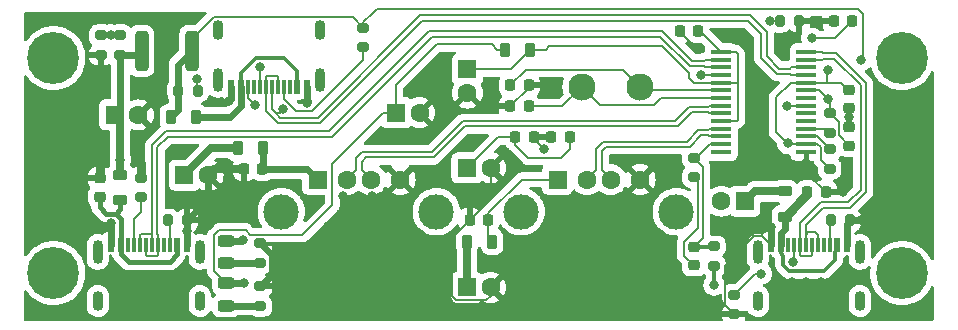
<source format=gbr>
%TF.GenerationSoftware,KiCad,Pcbnew,(5.99.0-10847-g28909c1a72)*%
%TF.CreationDate,2021-07-19T23:24:54+02:00*%
%TF.ProjectId,Project Hub,50726f6a-6563-4742-9048-75622e6b6963,rev?*%
%TF.SameCoordinates,Original*%
%TF.FileFunction,Copper,L1,Top*%
%TF.FilePolarity,Positive*%
%FSLAX46Y46*%
G04 Gerber Fmt 4.6, Leading zero omitted, Abs format (unit mm)*
G04 Created by KiCad (PCBNEW (5.99.0-10847-g28909c1a72)) date 2021-07-19 23:24:54*
%MOMM*%
%LPD*%
G01*
G04 APERTURE LIST*
G04 Aperture macros list*
%AMRoundRect*
0 Rectangle with rounded corners*
0 $1 Rounding radius*
0 $2 $3 $4 $5 $6 $7 $8 $9 X,Y pos of 4 corners*
0 Add a 4 corners polygon primitive as box body*
4,1,4,$2,$3,$4,$5,$6,$7,$8,$9,$2,$3,0*
0 Add four circle primitives for the rounded corners*
1,1,$1+$1,$2,$3*
1,1,$1+$1,$4,$5*
1,1,$1+$1,$6,$7*
1,1,$1+$1,$8,$9*
0 Add four rect primitives between the rounded corners*
20,1,$1+$1,$2,$3,$4,$5,0*
20,1,$1+$1,$4,$5,$6,$7,0*
20,1,$1+$1,$6,$7,$8,$9,0*
20,1,$1+$1,$8,$9,$2,$3,0*%
G04 Aperture macros list end*
%TA.AperFunction,SMDPad,CuDef*%
%ADD10RoundRect,0.225000X0.225000X0.250000X-0.225000X0.250000X-0.225000X-0.250000X0.225000X-0.250000X0*%
%TD*%
%TA.AperFunction,ComponentPad*%
%ADD11R,1.600000X1.600000*%
%TD*%
%TA.AperFunction,ComponentPad*%
%ADD12C,1.600000*%
%TD*%
%TA.AperFunction,SMDPad,CuDef*%
%ADD13RoundRect,0.200000X0.275000X-0.200000X0.275000X0.200000X-0.275000X0.200000X-0.275000X-0.200000X0*%
%TD*%
%TA.AperFunction,SMDPad,CuDef*%
%ADD14R,0.600000X1.160000*%
%TD*%
%TA.AperFunction,SMDPad,CuDef*%
%ADD15R,0.300000X1.160000*%
%TD*%
%TA.AperFunction,ComponentPad*%
%ADD16O,0.900000X2.000000*%
%TD*%
%TA.AperFunction,ComponentPad*%
%ADD17O,0.900000X1.700000*%
%TD*%
%TA.AperFunction,ComponentPad*%
%ADD18C,0.700000*%
%TD*%
%TA.AperFunction,ComponentPad*%
%ADD19C,4.400000*%
%TD*%
%TA.AperFunction,SMDPad,CuDef*%
%ADD20RoundRect,0.225000X-0.225000X-0.250000X0.225000X-0.250000X0.225000X0.250000X-0.225000X0.250000X0*%
%TD*%
%TA.AperFunction,SMDPad,CuDef*%
%ADD21RoundRect,0.200000X-0.275000X0.200000X-0.275000X-0.200000X0.275000X-0.200000X0.275000X0.200000X0*%
%TD*%
%TA.AperFunction,ComponentPad*%
%ADD22R,1.600000X1.500000*%
%TD*%
%TA.AperFunction,ComponentPad*%
%ADD23C,3.000000*%
%TD*%
%TA.AperFunction,SMDPad,CuDef*%
%ADD24R,1.750000X0.450000*%
%TD*%
%TA.AperFunction,SMDPad,CuDef*%
%ADD25RoundRect,0.200000X-0.200000X-0.275000X0.200000X-0.275000X0.200000X0.275000X-0.200000X0.275000X0*%
%TD*%
%TA.AperFunction,SMDPad,CuDef*%
%ADD26RoundRect,0.218750X0.381250X-0.218750X0.381250X0.218750X-0.381250X0.218750X-0.381250X-0.218750X0*%
%TD*%
%TA.AperFunction,SMDPad,CuDef*%
%ADD27RoundRect,0.200000X0.200000X0.275000X-0.200000X0.275000X-0.200000X-0.275000X0.200000X-0.275000X0*%
%TD*%
%TA.AperFunction,SMDPad,CuDef*%
%ADD28RoundRect,0.218750X0.218750X0.381250X-0.218750X0.381250X-0.218750X-0.381250X0.218750X-0.381250X0*%
%TD*%
%TA.AperFunction,SMDPad,CuDef*%
%ADD29RoundRect,0.243750X0.456250X-0.243750X0.456250X0.243750X-0.456250X0.243750X-0.456250X-0.243750X0*%
%TD*%
%TA.AperFunction,SMDPad,CuDef*%
%ADD30RoundRect,0.225000X-0.250000X0.225000X-0.250000X-0.225000X0.250000X-0.225000X0.250000X0.225000X0*%
%TD*%
%TA.AperFunction,SMDPad,CuDef*%
%ADD31RoundRect,0.250000X0.312500X1.450000X-0.312500X1.450000X-0.312500X-1.450000X0.312500X-1.450000X0*%
%TD*%
%TA.AperFunction,SMDPad,CuDef*%
%ADD32RoundRect,0.225000X0.250000X-0.225000X0.250000X0.225000X-0.250000X0.225000X-0.250000X-0.225000X0*%
%TD*%
%TA.AperFunction,SMDPad,CuDef*%
%ADD33RoundRect,0.218750X-0.218750X-0.381250X0.218750X-0.381250X0.218750X0.381250X-0.218750X0.381250X0*%
%TD*%
%TA.AperFunction,ComponentPad*%
%ADD34C,2.300000*%
%TD*%
%TA.AperFunction,ViaPad*%
%ADD35C,0.800000*%
%TD*%
%TA.AperFunction,Conductor*%
%ADD36C,0.200000*%
%TD*%
%TA.AperFunction,Conductor*%
%ADD37C,0.600000*%
%TD*%
%TA.AperFunction,Conductor*%
%ADD38C,0.800000*%
%TD*%
%TA.AperFunction,Conductor*%
%ADD39C,0.700000*%
%TD*%
%TA.AperFunction,Conductor*%
%ADD40C,0.300000*%
%TD*%
%TA.AperFunction,Conductor*%
%ADD41C,0.400000*%
%TD*%
G04 APERTURE END LIST*
D10*
%TO.P,C2,1*%
%TO.N,Net-(C2-Pad1)*%
X55334200Y-95859600D03*
%TO.P,C2,2*%
%TO.N,GND*%
X53784200Y-95859600D03*
%TD*%
D11*
%TO.P,PC6,1*%
%TO.N,HUB3V3*%
X72655088Y-95756400D03*
D12*
%TO.P,PC6,2*%
%TO.N,GND*%
X74655088Y-95756400D03*
%TD*%
D13*
%TO.P,R13,1*%
%TO.N,Net-(D2-Pad1)*%
X55168800Y-107442000D03*
%TO.P,R13,2*%
%TO.N,GND*%
X55168800Y-105792000D03*
%TD*%
D14*
%TO.P,USB3,A1,GND*%
%TO.N,GND*%
X59080000Y-88870000D03*
%TO.P,USB3,A4,VBUS*%
%TO.N,Net-(L1-Pad1)*%
X58280000Y-88870000D03*
D15*
%TO.P,USB3,A5,CC1*%
%TO.N,Net-(R1-Pad1)*%
X57130000Y-88870000D03*
%TO.P,USB3,A6,D+*%
%TO.N,D0_P*%
X56130000Y-88870000D03*
%TO.P,USB3,A7,D-*%
%TO.N,D0_N*%
X55630000Y-88870000D03*
%TO.P,USB3,A8,SBU1*%
%TO.N,unconnected-(USB3-PadA8)*%
X54630000Y-88870000D03*
D14*
%TO.P,USB3,A9,VBUS*%
%TO.N,Net-(L1-Pad1)*%
X53480000Y-88870000D03*
%TO.P,USB3,A12,GND*%
%TO.N,GND*%
X52680000Y-88870000D03*
%TO.P,USB3,B1,GND*%
X52680000Y-88870000D03*
%TO.P,USB3,B4,VBUS*%
%TO.N,Net-(L1-Pad1)*%
X53480000Y-88870000D03*
D15*
%TO.P,USB3,B5,CC2*%
%TO.N,Net-(R2-Pad1)*%
X54130000Y-88870000D03*
%TO.P,USB3,B6,D+*%
%TO.N,D0_P*%
X55130000Y-88870000D03*
%TO.P,USB3,B7,D-*%
%TO.N,D0_N*%
X56630000Y-88870000D03*
%TO.P,USB3,B8,SBU2*%
%TO.N,unconnected-(USB3-PadB8)*%
X57630000Y-88870000D03*
D14*
%TO.P,USB3,B9,VBUS*%
%TO.N,Net-(L1-Pad1)*%
X58280000Y-88870000D03*
%TO.P,USB3,B12,GND*%
%TO.N,GND*%
X59080000Y-88870000D03*
D16*
%TO.P,USB3,S1,SHIELD*%
%TO.N,unconnected-(USB3-PadS1)*%
X51560000Y-88290000D03*
D17*
X60200000Y-84120000D03*
X51560000Y-84120000D03*
D16*
X60200000Y-88290000D03*
%TD*%
D13*
%TO.P,R5,1*%
%TO.N,3V3*%
X103378000Y-95821000D03*
%TO.P,R5,2*%
%TO.N,Net-(R5-Pad2)*%
X103378000Y-94171000D03*
%TD*%
D11*
%TO.P,PC2,1*%
%TO.N,FUSED VCC*%
X72655088Y-105870000D03*
D12*
%TO.P,PC2,2*%
%TO.N,GND*%
X74655088Y-105870000D03*
%TD*%
D13*
%TO.P,R8,1*%
%TO.N,FUSED VCC*%
X43307000Y-86169000D03*
%TO.P,R8,2*%
%TO.N,OVCUR1*%
X43307000Y-84519000D03*
%TD*%
%TO.P,R1,1*%
%TO.N,Net-(R1-Pad1)*%
X63881000Y-85534000D03*
%TO.P,R1,2*%
%TO.N,5V*%
X63881000Y-83884000D03*
%TD*%
D18*
%TO.P,M2,1*%
%TO.N,N/C*%
X38806726Y-85303274D03*
X35990000Y-86470000D03*
X38806726Y-87636726D03*
X37640000Y-88120000D03*
X37640000Y-84820000D03*
X39290000Y-86470000D03*
X36473274Y-85303274D03*
D19*
X37640000Y-86470000D03*
D18*
X36473274Y-87636726D03*
%TD*%
D20*
%TO.P,C8,1*%
%TO.N,Net-(C8-Pad1)*%
X101460000Y-97790000D03*
%TO.P,C8,2*%
%TO.N,GND*%
X103010000Y-97790000D03*
%TD*%
D21*
%TO.P,R9,1*%
%TO.N,OVCUR1*%
X41656000Y-84519000D03*
%TO.P,R9,2*%
%TO.N,GND*%
X41656000Y-86169000D03*
%TD*%
D18*
%TO.P,M2,1*%
%TO.N,N/C*%
X38806726Y-103503274D03*
X35990000Y-104670000D03*
X38806726Y-105836726D03*
X37640000Y-106320000D03*
X37640000Y-103020000D03*
X39290000Y-104670000D03*
X36473274Y-103503274D03*
D19*
X37640000Y-104670000D03*
D18*
X36473274Y-105836726D03*
%TD*%
D20*
%TO.P,C6,1*%
%TO.N,Net-(C6-Pad1)*%
X76314000Y-88773000D03*
%TO.P,C6,2*%
%TO.N,GND*%
X77864000Y-88773000D03*
%TD*%
D22*
%TO.P,USB2,1,VBUS*%
%TO.N,Net-(C3-Pad1)*%
X80320000Y-96748000D03*
D12*
%TO.P,USB2,2,D-*%
%TO.N,D4_N*%
X82820000Y-96748000D03*
%TO.P,USB2,3,D+*%
%TO.N,D4_P*%
X84820000Y-96748000D03*
%TO.P,USB2,4,GND*%
%TO.N,GND*%
X87320000Y-96748000D03*
D23*
%TO.P,USB2,5,Shield*%
%TO.N,unconnected-(USB2-Pad5)*%
X77250000Y-99458000D03*
X90390000Y-99458000D03*
%TD*%
D21*
%TO.P,R10,1*%
%TO.N,Net-(R10-Pad1)*%
X95250000Y-106490000D03*
%TO.P,R10,2*%
%TO.N,GND*%
X95250000Y-108140000D03*
%TD*%
D11*
%TO.P,PC7,1*%
%TO.N,FUSED VCC*%
X96190000Y-98570000D03*
D12*
%TO.P,PC7,2*%
%TO.N,GND*%
X94190000Y-98570000D03*
%TD*%
D13*
%TO.P,R3,1*%
%TO.N,5V*%
X93573600Y-104037600D03*
%TO.P,R3,2*%
%TO.N,Net-(C4-Pad1)*%
X93573600Y-102387600D03*
%TD*%
D24*
%TO.P,U1,1,AVDD*%
%TO.N,HUB3V3*%
X94190000Y-85945000D03*
%TO.P,U1,2,DM2*%
%TO.N,D2_N*%
X94190000Y-86595000D03*
%TO.P,U1,3,DP2*%
%TO.N,D2_P*%
X94190000Y-87245000D03*
%TO.P,U1,4,RREF*%
%TO.N,Net-(R7-Pad2)*%
X94190000Y-87895000D03*
%TO.P,U1,5,AVDD*%
%TO.N,HUB3V3*%
X94190000Y-88545000D03*
%TO.P,U1,6,X1*%
%TO.N,Net-(C6-Pad1)*%
X94190000Y-89195000D03*
%TO.P,U1,7,X2*%
%TO.N,Net-(C7-Pad1)*%
X94190000Y-89845000D03*
%TO.P,U1,8,DM3*%
%TO.N,D3_N*%
X94190000Y-90495000D03*
%TO.P,U1,9,DP3*%
%TO.N,D3_P*%
X94190000Y-91145000D03*
%TO.P,U1,10,AVDD*%
%TO.N,HUB3V3*%
X94190000Y-91795000D03*
%TO.P,U1,11,DM4*%
%TO.N,D4_N*%
X94190000Y-92445000D03*
%TO.P,U1,12,DP4*%
%TO.N,D4_P*%
X94190000Y-93095000D03*
%TO.P,U1,13,#RESET*%
%TO.N,Net-(C4-Pad1)*%
X94190000Y-93745000D03*
%TO.P,U1,14,TEST/SCL*%
%TO.N,unconnected-(U1-Pad14)*%
X94190000Y-94395000D03*
%TO.P,U1,15,GND*%
%TO.N,GND*%
X101390000Y-94395000D03*
%TO.P,U1,16,DVDD*%
%TO.N,3V3*%
X101390000Y-93745000D03*
%TO.P,U1,17,PSELF*%
%TO.N,Net-(R5-Pad2)*%
X101390000Y-93095000D03*
%TO.P,U1,18,PGANG*%
%TO.N,Net-(R6-Pad2)*%
X101390000Y-92445000D03*
%TO.P,U1,19,OVCUR2#*%
%TO.N,unconnected-(U1-Pad19)*%
X101390000Y-91795000D03*
%TO.P,U1,20,PWREN2#*%
%TO.N,unconnected-(U1-Pad20)*%
X101390000Y-91145000D03*
%TO.P,U1,21,OVCUR1#*%
%TO.N,OVCUR1*%
X101390000Y-90495000D03*
%TO.P,U1,22,PWREN1#*%
%TO.N,unconnected-(U1-Pad22)*%
X101390000Y-89845000D03*
%TO.P,U1,23,V5*%
%TO.N,5V*%
X101390000Y-89195000D03*
%TO.P,U1,24,V33*%
%TO.N,3V3*%
X101390000Y-88545000D03*
%TO.P,U1,25,DM0*%
%TO.N,D0_N*%
X101390000Y-87895000D03*
%TO.P,U1,26,DP0*%
%TO.N,D0_P*%
X101390000Y-87245000D03*
%TO.P,U1,27,DM1*%
%TO.N,D1_N*%
X101390000Y-86595000D03*
%TO.P,U1,28,DP1*%
%TO.N,D1_P*%
X101390000Y-85945000D03*
%TD*%
D25*
%TO.P,R11,1*%
%TO.N,Net-(R11-Pad1)*%
X103442000Y-100203000D03*
%TO.P,R11,2*%
%TO.N,GND*%
X105092000Y-100203000D03*
%TD*%
D11*
%TO.P,PC1,1*%
%TO.N,FUSED VCC*%
X48734888Y-96370000D03*
D12*
%TO.P,PC1,2*%
%TO.N,GND*%
X50734888Y-96370000D03*
%TD*%
D10*
%TO.P,C7,1*%
%TO.N,Net-(C7-Pad1)*%
X77864000Y-90551000D03*
%TO.P,C7,2*%
%TO.N,GND*%
X76314000Y-90551000D03*
%TD*%
D22*
%TO.P,USB1,1,VBUS*%
%TO.N,Net-(C2-Pad1)*%
X60000000Y-96748000D03*
D12*
%TO.P,USB1,2,D-*%
%TO.N,D3_N*%
X62500000Y-96748000D03*
%TO.P,USB1,3,D+*%
%TO.N,D3_P*%
X64500000Y-96748000D03*
%TO.P,USB1,4,GND*%
%TO.N,GND*%
X67000000Y-96748000D03*
D23*
%TO.P,USB1,5,Shield*%
%TO.N,unconnected-(USB1-Pad5)*%
X70070000Y-99458000D03*
X56930000Y-99458000D03*
%TD*%
D26*
%TO.P,FB4,1,1*%
%TO.N,Net-(C13-Pad1)*%
X43307000Y-98471500D03*
%TO.P,FB4,2,2*%
%TO.N,FUSED VCC*%
X43307000Y-96346500D03*
%TD*%
D18*
%TO.P,M2,1*%
%TO.N,N/C*%
X110656726Y-103503274D03*
X107840000Y-104670000D03*
X110656726Y-105836726D03*
X109490000Y-106320000D03*
X109490000Y-103020000D03*
X111140000Y-104670000D03*
X108323274Y-103503274D03*
D19*
X109490000Y-104670000D03*
D18*
X108323274Y-105836726D03*
%TD*%
D27*
%TO.P,R2,1*%
%TO.N,Net-(R2-Pad1)*%
X49847000Y-89204800D03*
%TO.P,R2,2*%
%TO.N,5V*%
X48197000Y-89204800D03*
%TD*%
D11*
%TO.P,PC3,1*%
%TO.N,FUSED VCC*%
X42834888Y-91270000D03*
D12*
%TO.P,PC3,2*%
%TO.N,GND*%
X44834888Y-91270000D03*
%TD*%
D27*
%TO.P,R7,1*%
%TO.N,GND*%
X100774000Y-83312000D03*
%TO.P,R7,2*%
%TO.N,Net-(R7-Pad2)*%
X99124000Y-83312000D03*
%TD*%
D28*
%TO.P,FB2,1,1*%
%TO.N,Net-(C3-Pad1)*%
X74773300Y-102006400D03*
%TO.P,FB2,2,2*%
%TO.N,FUSED VCC*%
X72648300Y-102006400D03*
%TD*%
%TO.P,L1,1,1*%
%TO.N,Net-(L1-Pad1)*%
X49703500Y-91440000D03*
%TO.P,L1,2,2*%
%TO.N,5V*%
X47578500Y-91440000D03*
%TD*%
D11*
%TO.P,PC5,1*%
%TO.N,HUB3V3*%
X72690000Y-87414888D03*
D12*
%TO.P,PC5,2*%
%TO.N,GND*%
X72690000Y-89414888D03*
%TD*%
D10*
%TO.P,C9,1*%
%TO.N,3V3*%
X105270600Y-83312000D03*
%TO.P,C9,2*%
%TO.N,GND*%
X103720600Y-83312000D03*
%TD*%
D29*
%TO.P,D1,1,K*%
%TO.N,Net-(D1-Pad1)*%
X52273200Y-103807500D03*
%TO.P,D1,2,A*%
%TO.N,FUSED VCC*%
X52273200Y-101932500D03*
%TD*%
D30*
%TO.P,C1,1*%
%TO.N,GND*%
X105029000Y-92316000D03*
%TO.P,C1,2*%
%TO.N,5V*%
X105029000Y-93866000D03*
%TD*%
D11*
%TO.P,PC4,1*%
%TO.N,3V3*%
X66634888Y-91070000D03*
D12*
%TO.P,PC4,2*%
%TO.N,GND*%
X68634888Y-91070000D03*
%TD*%
D10*
%TO.P,C11,1*%
%TO.N,HUB3V3*%
X81356800Y-93167200D03*
%TO.P,C11,2*%
%TO.N,GND*%
X79806800Y-93167200D03*
%TD*%
D14*
%TO.P,USB4,A1,GND*%
%TO.N,GND*%
X98400000Y-102279000D03*
%TO.P,USB4,A4,VBUS*%
%TO.N,Net-(C8-Pad1)*%
X99200000Y-102279000D03*
D15*
%TO.P,USB4,A5,CC1*%
%TO.N,Net-(R10-Pad1)*%
X100350000Y-102279000D03*
%TO.P,USB4,A6,D+*%
%TO.N,D1_P*%
X101350000Y-102279000D03*
%TO.P,USB4,A7,D-*%
%TO.N,D1_N*%
X101850000Y-102279000D03*
%TO.P,USB4,A8,SBU1*%
%TO.N,unconnected-(USB4-PadA8)*%
X102850000Y-102279000D03*
D14*
%TO.P,USB4,A9,VBUS*%
%TO.N,Net-(C8-Pad1)*%
X104000000Y-102279000D03*
%TO.P,USB4,A12,GND*%
%TO.N,GND*%
X104800000Y-102279000D03*
%TO.P,USB4,B1,GND*%
X104800000Y-102279000D03*
%TO.P,USB4,B4,VBUS*%
%TO.N,Net-(C8-Pad1)*%
X104000000Y-102279000D03*
D15*
%TO.P,USB4,B5,CC2*%
%TO.N,Net-(R11-Pad1)*%
X103350000Y-102279000D03*
%TO.P,USB4,B6,D+*%
%TO.N,D1_P*%
X102350000Y-102279000D03*
%TO.P,USB4,B7,D-*%
%TO.N,D1_N*%
X100850000Y-102279000D03*
%TO.P,USB4,B8,SBU2*%
%TO.N,unconnected-(USB4-PadB8)*%
X99850000Y-102279000D03*
D14*
%TO.P,USB4,B9,VBUS*%
%TO.N,Net-(C8-Pad1)*%
X99200000Y-102279000D03*
%TO.P,USB4,B12,GND*%
%TO.N,GND*%
X98400000Y-102279000D03*
D17*
%TO.P,USB4,S1,SHIELD*%
%TO.N,unconnected-(USB4-PadS1)*%
X97280000Y-107029000D03*
D16*
X105920000Y-102859000D03*
X97280000Y-102859000D03*
D17*
X105920000Y-107029000D03*
%TD*%
D18*
%TO.P,M2,1*%
%TO.N,N/C*%
X110656726Y-85303274D03*
X107840000Y-86470000D03*
X110656726Y-87636726D03*
X109490000Y-88120000D03*
X109490000Y-84820000D03*
X111140000Y-86470000D03*
X108323274Y-85303274D03*
D19*
X109490000Y-86470000D03*
D18*
X108323274Y-87636726D03*
%TD*%
D20*
%TO.P,C12,1*%
%TO.N,HUB3V3*%
X76745800Y-93167200D03*
%TO.P,C12,2*%
%TO.N,GND*%
X78295800Y-93167200D03*
%TD*%
D30*
%TO.P,C5,1*%
%TO.N,3V3*%
X105029000Y-89141000D03*
%TO.P,C5,2*%
%TO.N,GND*%
X105029000Y-90691000D03*
%TD*%
D31*
%TO.P,F1,1*%
%TO.N,5V*%
X49381500Y-85852000D03*
%TO.P,F1,2*%
%TO.N,FUSED VCC*%
X45106500Y-85852000D03*
%TD*%
D32*
%TO.P,C13,1*%
%TO.N,Net-(C13-Pad1)*%
X41562000Y-98184000D03*
%TO.P,C13,2*%
%TO.N,GND*%
X41562000Y-96634000D03*
%TD*%
D26*
%TO.P,FB3,1,1*%
%TO.N,Net-(C8-Pad1)*%
X99568000Y-99868500D03*
%TO.P,FB3,2,2*%
%TO.N,FUSED VCC*%
X99568000Y-97743500D03*
%TD*%
D21*
%TO.P,R4,1*%
%TO.N,Net-(C4-Pad1)*%
X91846400Y-94882200D03*
%TO.P,R4,2*%
%TO.N,Net-(C4-Pad2)*%
X91846400Y-96532200D03*
%TD*%
D33*
%TO.P,L2,1,1*%
%TO.N,3V3*%
X75899500Y-85750400D03*
%TO.P,L2,2,2*%
%TO.N,HUB3V3*%
X78024500Y-85750400D03*
%TD*%
D13*
%TO.P,R12,1*%
%TO.N,Net-(D1-Pad1)*%
X55168800Y-103796600D03*
%TO.P,R12,2*%
%TO.N,GND*%
X55168800Y-102146600D03*
%TD*%
D10*
%TO.P,C3,1*%
%TO.N,Net-(C3-Pad1)*%
X74435000Y-100126800D03*
%TO.P,C3,2*%
%TO.N,GND*%
X72885000Y-100126800D03*
%TD*%
D30*
%TO.P,C4,1*%
%TO.N,Net-(C4-Pad1)*%
X91846400Y-102437600D03*
%TO.P,C4,2*%
%TO.N,Net-(C4-Pad2)*%
X91846400Y-103987600D03*
%TD*%
D25*
%TO.P,R15,1*%
%TO.N,Net-(R15-Pad1)*%
X47308000Y-100203000D03*
%TO.P,R15,2*%
%TO.N,GND*%
X48958000Y-100203000D03*
%TD*%
D28*
%TO.P,FB1,1,1*%
%TO.N,Net-(C2-Pad1)*%
X55367700Y-94081600D03*
%TO.P,FB1,2,2*%
%TO.N,FUSED VCC*%
X53242700Y-94081600D03*
%TD*%
D34*
%TO.P,Y1,1,1*%
%TO.N,Net-(C6-Pad1)*%
X87286000Y-88900000D03*
%TO.P,Y1,2,2*%
%TO.N,Net-(C7-Pad1)*%
X82386000Y-88900000D03*
%TD*%
D10*
%TO.P,C10,1*%
%TO.N,HUB3V3*%
X92215000Y-84175600D03*
%TO.P,C10,2*%
%TO.N,GND*%
X90665000Y-84175600D03*
%TD*%
D13*
%TO.P,R14,1*%
%TO.N,Net-(R14-Pad1)*%
X45085000Y-98234000D03*
%TO.P,R14,2*%
%TO.N,GND*%
X45085000Y-96584000D03*
%TD*%
D29*
%TO.P,D2,1,K*%
%TO.N,Net-(D2-Pad1)*%
X52273200Y-107414300D03*
%TO.P,D2,2,A*%
%TO.N,3V3*%
X52273200Y-105539300D03*
%TD*%
D14*
%TO.P,USB5,A1,GND*%
%TO.N,GND*%
X42520000Y-102279000D03*
%TO.P,USB5,A4,VBUS*%
%TO.N,Net-(C13-Pad1)*%
X43320000Y-102279000D03*
D15*
%TO.P,USB5,A5,CC1*%
%TO.N,Net-(R14-Pad1)*%
X44470000Y-102279000D03*
%TO.P,USB5,A6,D+*%
%TO.N,D2_P*%
X45470000Y-102279000D03*
%TO.P,USB5,A7,D-*%
%TO.N,D2_N*%
X45970000Y-102279000D03*
%TO.P,USB5,A8,SBU1*%
%TO.N,unconnected-(USB5-PadA8)*%
X46970000Y-102279000D03*
D14*
%TO.P,USB5,A9,VBUS*%
%TO.N,Net-(C13-Pad1)*%
X48120000Y-102279000D03*
%TO.P,USB5,A12,GND*%
%TO.N,GND*%
X48920000Y-102279000D03*
%TO.P,USB5,B1,GND*%
X48920000Y-102279000D03*
%TO.P,USB5,B4,VBUS*%
%TO.N,Net-(C13-Pad1)*%
X48120000Y-102279000D03*
D15*
%TO.P,USB5,B5,CC2*%
%TO.N,Net-(R15-Pad1)*%
X47470000Y-102279000D03*
%TO.P,USB5,B6,D+*%
%TO.N,D2_P*%
X46470000Y-102279000D03*
%TO.P,USB5,B7,D-*%
%TO.N,D2_N*%
X44970000Y-102279000D03*
%TO.P,USB5,B8,SBU2*%
%TO.N,unconnected-(USB5-PadB8)*%
X43970000Y-102279000D03*
D14*
%TO.P,USB5,B9,VBUS*%
%TO.N,Net-(C13-Pad1)*%
X43320000Y-102279000D03*
%TO.P,USB5,B12,GND*%
%TO.N,GND*%
X42520000Y-102279000D03*
D16*
%TO.P,USB5,S1,SHIELD*%
%TO.N,unconnected-(USB5-PadS1)*%
X50040000Y-102859000D03*
D17*
X41400000Y-107029000D03*
X50040000Y-107029000D03*
D16*
X41400000Y-102859000D03*
%TD*%
D21*
%TO.P,R6,1*%
%TO.N,5V*%
X103378000Y-91123000D03*
%TO.P,R6,2*%
%TO.N,Net-(R6-Pad2)*%
X103378000Y-92773000D03*
%TD*%
D35*
%TO.N,GND*%
X66640000Y-93170000D03*
X65390000Y-93170000D03*
X70640000Y-89170000D03*
X69390000Y-89170000D03*
X69390000Y-87920000D03*
X70640000Y-87920000D03*
X70640000Y-86670000D03*
X46640000Y-87920000D03*
X47140000Y-86420000D03*
X47140000Y-85170000D03*
X47140000Y-83920000D03*
X38390000Y-83170000D03*
X37140000Y-83170000D03*
X35890000Y-83170000D03*
X39640000Y-83170000D03*
X107640000Y-107920000D03*
X111390000Y-107920000D03*
X110140000Y-107920000D03*
X108890000Y-107920000D03*
X106390000Y-104920000D03*
X105140000Y-104920000D03*
X103890000Y-105420000D03*
X102640000Y-105420000D03*
X101390000Y-105420000D03*
X100140000Y-105420000D03*
X98890000Y-105420000D03*
X101390000Y-106670000D03*
X102640000Y-106670000D03*
X103890000Y-106670000D03*
X103890000Y-107920000D03*
X102640000Y-107920000D03*
X101390000Y-107920000D03*
X100140000Y-106670000D03*
X100140000Y-107920000D03*
X98890000Y-107920000D03*
X98890000Y-106670000D03*
X108890000Y-101170000D03*
X107640000Y-101170000D03*
X110140000Y-101170000D03*
X111390000Y-101170000D03*
X111390000Y-99920000D03*
X110140000Y-99920000D03*
X110140000Y-96170000D03*
X108890000Y-99920000D03*
X110140000Y-98670000D03*
X107640000Y-98670000D03*
X111390000Y-97420000D03*
X111390000Y-98670000D03*
X107640000Y-99920000D03*
X108890000Y-97420000D03*
X107640000Y-97420000D03*
X108890000Y-98670000D03*
X108890000Y-96170000D03*
X110140000Y-97420000D03*
X107640000Y-96170000D03*
X111390000Y-96170000D03*
X108890000Y-94920000D03*
X107640000Y-94920000D03*
X110140000Y-94920000D03*
X111390000Y-94920000D03*
X111390000Y-93670000D03*
X110140000Y-93670000D03*
X110140000Y-89920000D03*
X108890000Y-93670000D03*
X110140000Y-92420000D03*
X107640000Y-92420000D03*
X111390000Y-91170000D03*
X111390000Y-92420000D03*
X107640000Y-93670000D03*
X108890000Y-91170000D03*
X107640000Y-91170000D03*
X108890000Y-92420000D03*
X108890000Y-89920000D03*
X110140000Y-91170000D03*
X107640000Y-89920000D03*
X111390000Y-89920000D03*
X37140000Y-95170000D03*
X35890000Y-95170000D03*
X38390000Y-95170000D03*
X39640000Y-95170000D03*
X39640000Y-93920000D03*
X38390000Y-93920000D03*
X38390000Y-90170000D03*
X37140000Y-93920000D03*
X38390000Y-92670000D03*
X35890000Y-92670000D03*
X39640000Y-91420000D03*
X39640000Y-92670000D03*
X35890000Y-93920000D03*
X37140000Y-91420000D03*
X35890000Y-91420000D03*
X37140000Y-92670000D03*
X37140000Y-90170000D03*
X38390000Y-91420000D03*
X35890000Y-90170000D03*
X39640000Y-90170000D03*
X37140000Y-96420000D03*
X35890000Y-96420000D03*
X39640000Y-96420000D03*
X38390000Y-96420000D03*
X37140000Y-97670000D03*
X35890000Y-97670000D03*
X39640000Y-97670000D03*
X38390000Y-97670000D03*
X37140000Y-98920000D03*
X35890000Y-98920000D03*
X39640000Y-98920000D03*
X38390000Y-98920000D03*
X37140000Y-100170000D03*
X35890000Y-100170000D03*
X39640000Y-100170000D03*
X38390000Y-100170000D03*
X37140000Y-101420000D03*
X35890000Y-101420000D03*
X39640000Y-101420000D03*
X38390000Y-101420000D03*
X38390000Y-107920000D03*
X39640000Y-107920000D03*
X35890000Y-107920000D03*
X37140000Y-107920000D03*
X40890000Y-104920000D03*
X42140000Y-104920000D03*
X43390000Y-105420000D03*
X44640000Y-105420000D03*
X45890000Y-105420000D03*
X47140000Y-105420000D03*
X48390000Y-105420000D03*
X47140000Y-106670000D03*
X48390000Y-106670000D03*
X44640000Y-106670000D03*
X45890000Y-106670000D03*
X43390000Y-107920000D03*
X43390000Y-106670000D03*
X44640000Y-107920000D03*
X45890000Y-107920000D03*
X47140000Y-107920000D03*
X48390000Y-107920000D03*
X62140000Y-98170000D03*
X63390000Y-98170000D03*
X64640000Y-98170000D03*
X65890000Y-98170000D03*
X67140000Y-99420000D03*
X65890000Y-99420000D03*
X64640000Y-99420000D03*
X63390000Y-99420000D03*
X62140000Y-99420000D03*
X60890000Y-101920000D03*
X60890000Y-100670000D03*
X60890000Y-104420000D03*
X60890000Y-103170000D03*
X67140000Y-101920000D03*
X67140000Y-100670000D03*
X64640000Y-100670000D03*
X63390000Y-101920000D03*
X62140000Y-101920000D03*
X65890000Y-101920000D03*
X64640000Y-101920000D03*
X63390000Y-100670000D03*
X62140000Y-100670000D03*
X65890000Y-100670000D03*
X64640000Y-103170000D03*
X63390000Y-104420000D03*
X62140000Y-104420000D03*
X65890000Y-104420000D03*
X64640000Y-104420000D03*
X63390000Y-103170000D03*
X62140000Y-103170000D03*
X65890000Y-103170000D03*
X69640000Y-103170000D03*
X68390000Y-104420000D03*
X67140000Y-104420000D03*
X70890000Y-104420000D03*
X69640000Y-104420000D03*
X68390000Y-103170000D03*
X67140000Y-103170000D03*
X70890000Y-103170000D03*
X87890000Y-98670000D03*
X87890000Y-99920000D03*
X85390000Y-98670000D03*
X86640000Y-99920000D03*
X85390000Y-99920000D03*
X86640000Y-98670000D03*
X82890000Y-98670000D03*
X84140000Y-99920000D03*
X82890000Y-99920000D03*
X84140000Y-98670000D03*
X80390000Y-98670000D03*
X81640000Y-99920000D03*
X80390000Y-99920000D03*
X81640000Y-98670000D03*
X79140000Y-102420000D03*
X77890000Y-102420000D03*
X79140000Y-101170000D03*
X80390000Y-101170000D03*
X81640000Y-102420000D03*
X80390000Y-102420000D03*
X81640000Y-101170000D03*
X82890000Y-101170000D03*
X84140000Y-102420000D03*
X82890000Y-102420000D03*
X84140000Y-101170000D03*
X85390000Y-101170000D03*
X86640000Y-102420000D03*
X85390000Y-102420000D03*
X86640000Y-101170000D03*
X87890000Y-101170000D03*
X89140000Y-102420000D03*
X87890000Y-102420000D03*
X77890000Y-105420000D03*
X79140000Y-106670000D03*
X77890000Y-106670000D03*
X79140000Y-105420000D03*
X80390000Y-105420000D03*
X81640000Y-106670000D03*
X80390000Y-106670000D03*
X81640000Y-105420000D03*
X82890000Y-105420000D03*
X84140000Y-106670000D03*
X82890000Y-106670000D03*
X84140000Y-105420000D03*
X85390000Y-105420000D03*
X86640000Y-106670000D03*
X85390000Y-106670000D03*
X86640000Y-105420000D03*
X87890000Y-106670000D03*
X87890000Y-105420000D03*
X89140000Y-105420000D03*
X89140000Y-106670000D03*
X45085000Y-95377000D03*
X106045000Y-100203000D03*
X41562000Y-95344000D03*
X79197200Y-94183200D03*
X104521000Y-97790000D03*
X56143320Y-104817480D03*
X105029000Y-91440000D03*
X98400000Y-100736000D03*
X41656000Y-87376000D03*
X102235000Y-83312000D03*
X92100400Y-85648800D03*
X101390000Y-95358400D03*
X59080000Y-90272000D03*
X42520000Y-100432000D03*
X48920000Y-101067000D03*
X52514500Y-90106500D03*
%TO.N,5V*%
X103180400Y-89910400D03*
X93573600Y-105664000D03*
X106045000Y-86639400D03*
%TO.N,3V3*%
X99822000Y-93675200D03*
X103200200Y-87503000D03*
X53797200Y-105511600D03*
X101854000Y-84785200D03*
%TO.N,FUSED VCC*%
X53695600Y-101854000D03*
X43307000Y-95046200D03*
%TO.N,Net-(R2-Pad1)*%
X49784000Y-88239600D03*
X54711600Y-90424000D03*
%TO.N,Net-(R7-Pad2)*%
X92444989Y-87877484D03*
X98298000Y-83312000D03*
%TO.N,OVCUR1*%
X99758500Y-90487500D03*
X42481000Y-84519000D03*
%TO.N,Net-(R10-Pad1)*%
X100253800Y-103708200D03*
X97586800Y-104698800D03*
%TO.N,D0_P*%
X57036378Y-90791622D03*
X55118000Y-87249000D03*
%TD*%
D36*
%TO.N,GND*%
X101390000Y-95358400D02*
X101390000Y-96170000D01*
D37*
X52680000Y-89941000D02*
X52514500Y-90106500D01*
D36*
X72885000Y-100126800D02*
X71355377Y-101656423D01*
X74258889Y-106969511D02*
X74655088Y-106573312D01*
X73826112Y-90551000D02*
X72690000Y-89414888D01*
X100774000Y-83312000D02*
X102235000Y-83312000D01*
D37*
X50734888Y-98426112D02*
X50734888Y-96370000D01*
D36*
X77864000Y-89001000D02*
X76314000Y-90551000D01*
D37*
X52680000Y-88870000D02*
X52680000Y-89941000D01*
D38*
X41562000Y-96634000D02*
X41562000Y-95344000D01*
D39*
X53784200Y-95859600D02*
X51245288Y-95859600D01*
D37*
X50723288Y-95859600D02*
X50697888Y-95885000D01*
D36*
X101390000Y-94395000D02*
X101390000Y-95358400D01*
X79806800Y-93167200D02*
X78295800Y-93167200D01*
X90665000Y-84213400D02*
X92100400Y-85648800D01*
X74655088Y-106573312D02*
X74655088Y-105870000D01*
X101390000Y-96170000D02*
X103010000Y-97790000D01*
D37*
X104800000Y-102279000D02*
X104800000Y-100495000D01*
X105092000Y-100203000D02*
X106045000Y-100203000D01*
D36*
X95250000Y-108140000D02*
X94475480Y-107365480D01*
X104521000Y-97790000D02*
X103010000Y-97790000D01*
D37*
X48920000Y-102279000D02*
X48920000Y-101067000D01*
D36*
X90665000Y-84175600D02*
X90665000Y-84213400D01*
X71355377Y-101656423D02*
X71355377Y-106633377D01*
D39*
X51245288Y-95859600D02*
X50734888Y-96370000D01*
D37*
X48920000Y-100241000D02*
X48958000Y-100203000D01*
D36*
X97670200Y-101549200D02*
X98400000Y-102279000D01*
X78295800Y-93281800D02*
X79197200Y-94183200D01*
D37*
X56143320Y-103121120D02*
X55168800Y-102146600D01*
X56143320Y-104817480D02*
X56143320Y-103121120D01*
X55168800Y-105792000D02*
X56143320Y-104817480D01*
X52514500Y-90106500D02*
X52451000Y-90170000D01*
D36*
X96979819Y-101549200D02*
X97670200Y-101549200D01*
D37*
X98400000Y-102279000D02*
X98400000Y-100736000D01*
D36*
X71355377Y-106633377D02*
X71691511Y-106969511D01*
D37*
X42520000Y-102279000D02*
X42520000Y-100432000D01*
D36*
X76314000Y-90551000D02*
X73826112Y-90551000D01*
X102235000Y-83312000D02*
X103720600Y-83312000D01*
X72885000Y-100126800D02*
X74655088Y-98356712D01*
X74655088Y-98356712D02*
X74655088Y-95756400D01*
D38*
X45085000Y-96584000D02*
X45085000Y-95377000D01*
D36*
X41656000Y-87376000D02*
X41529000Y-87503000D01*
D37*
X104800000Y-100495000D02*
X105092000Y-100203000D01*
D36*
X77864000Y-88773000D02*
X77864000Y-89001000D01*
D37*
X48958000Y-100203000D02*
X50734888Y-98426112D01*
X48920000Y-101067000D02*
X48920000Y-100241000D01*
D36*
X41656000Y-86169000D02*
X41656000Y-87376000D01*
X94475480Y-104053539D02*
X96979819Y-101549200D01*
X105029000Y-90691000D02*
X105029000Y-91440000D01*
X78295800Y-93167200D02*
X78295800Y-93281800D01*
D37*
X59080000Y-90272000D02*
X59055000Y-90297000D01*
X59080000Y-88870000D02*
X59080000Y-90272000D01*
D36*
X71691511Y-106969511D02*
X74258889Y-106969511D01*
X94475480Y-107365480D02*
X94475480Y-104053539D01*
X105029000Y-91440000D02*
X105029000Y-92316000D01*
D40*
%TO.N,5V*%
X93573600Y-104037600D02*
X93573600Y-105664000D01*
D36*
X106045000Y-86639400D02*
X106019600Y-86664800D01*
X49381500Y-84832100D02*
X49381500Y-85852000D01*
D37*
X48197000Y-90821500D02*
X47578500Y-91440000D01*
X48197000Y-87036500D02*
X49381500Y-85852000D01*
D36*
X106172000Y-86512400D02*
X106045000Y-86639400D01*
D37*
X48197000Y-89204800D02*
X48197000Y-90821500D01*
D36*
X103180400Y-89910400D02*
X103378000Y-90108000D01*
X64668400Y-82651600D02*
X65024000Y-82296000D01*
X104152520Y-91897520D02*
X104152520Y-92989520D01*
X65024000Y-82296000D02*
X98450400Y-82296000D01*
X62967480Y-82970480D02*
X51243120Y-82970480D01*
X98450400Y-82296000D02*
X105765600Y-82296000D01*
X63881000Y-83439000D02*
X64668400Y-82651600D01*
D37*
X48197000Y-89204800D02*
X48197000Y-87036500D01*
D36*
X106172000Y-82702400D02*
X106172000Y-86512400D01*
X103378000Y-91123000D02*
X104152520Y-91897520D01*
D40*
X93573600Y-105664000D02*
X93522800Y-105714800D01*
D36*
X103378000Y-90108000D02*
X103378000Y-91123000D01*
X101390000Y-89195000D02*
X102465000Y-89195000D01*
X102465000Y-89195000D02*
X103180400Y-89910400D01*
X104152520Y-92989520D02*
X105029000Y-93866000D01*
X63881000Y-83884000D02*
X62967480Y-82970480D01*
X105765600Y-82296000D02*
X106172000Y-82702400D01*
X63881000Y-83884000D02*
X63881000Y-83439000D01*
X51243120Y-82970480D02*
X49381500Y-84832100D01*
D37*
X49072800Y-85852000D02*
X49381500Y-85852000D01*
%TO.N,Net-(C2-Pad1)*%
X55367700Y-94081600D02*
X55367700Y-95826100D01*
X55334200Y-95859600D02*
X59111600Y-95859600D01*
X55367700Y-95826100D02*
X55334200Y-95859600D01*
X59111600Y-95859600D02*
X60000000Y-96748000D01*
D36*
%TO.N,Net-(C3-Pad1)*%
X74435000Y-101668100D02*
X74773300Y-102006400D01*
X74435000Y-99609723D02*
X77296723Y-96748000D01*
X77296723Y-96748000D02*
X80320000Y-96748000D01*
X74435000Y-100126800D02*
X74435000Y-101668100D01*
X74435000Y-100126800D02*
X74435000Y-99609723D01*
D40*
%TO.N,Net-(C4-Pad1)*%
X93523600Y-102437600D02*
X93573600Y-102387600D01*
D36*
X91846400Y-94882200D02*
X92063680Y-94882200D01*
X92063680Y-94882200D02*
X93200880Y-93745000D01*
D40*
X91846400Y-102437600D02*
X93523600Y-102437600D01*
D36*
X91846400Y-94882200D02*
X92620920Y-95656720D01*
X92620920Y-95656720D02*
X92620920Y-101663080D01*
X92620920Y-101663080D02*
X91846400Y-102437600D01*
X93200880Y-93745000D02*
X94190000Y-93745000D01*
%TO.N,Net-(C4-Pad2)*%
X92189511Y-96875311D02*
X92189511Y-100870635D01*
X91846400Y-96532200D02*
X92189511Y-96875311D01*
X92189511Y-100870635D02*
X91033600Y-102026546D01*
X91033600Y-102026546D02*
X91033600Y-103174800D01*
X91033600Y-103174800D02*
X91846400Y-103987600D01*
%TO.N,3V3*%
X54323957Y-101447080D02*
X53918077Y-101041200D01*
X99841000Y-93745000D02*
X101390000Y-93745000D01*
X101854000Y-84785200D02*
X101803200Y-84785200D01*
X53918077Y-101041200D02*
X51689130Y-101041200D01*
X75899500Y-85750400D02*
X75234800Y-85750400D01*
X58725320Y-101447080D02*
X54323957Y-101447080D01*
X51689130Y-101041200D02*
X51257200Y-101473130D01*
X103175400Y-88545000D02*
X103175400Y-87527800D01*
X101390000Y-88545000D02*
X103175400Y-88545000D01*
X101390000Y-88545000D02*
X100050000Y-88545000D01*
X66634888Y-88762312D02*
X66634888Y-91070000D01*
X98806000Y-92710000D02*
X99841000Y-93745000D01*
X103797400Y-84785200D02*
X101854000Y-84785200D01*
X61264800Y-95402400D02*
X65532000Y-91135200D01*
D37*
X52273200Y-105539300D02*
X53769500Y-105539300D01*
D36*
X75234800Y-85750400D02*
X74777600Y-85293200D01*
X100050000Y-88545000D02*
X98806000Y-89789000D01*
X102603480Y-94018969D02*
X102603480Y-95046480D01*
X103175400Y-87527800D02*
X103200200Y-87503000D01*
D37*
X53769500Y-105539300D02*
X53797200Y-105511600D01*
D36*
X51257200Y-104523300D02*
X52273200Y-105539300D01*
X103200200Y-87503000D02*
X103225600Y-87477600D01*
X70104000Y-85293200D02*
X66634888Y-88762312D01*
X105270600Y-83312000D02*
X103797400Y-84785200D01*
X66054088Y-91135200D02*
X65532000Y-91135200D01*
X74777600Y-85293200D02*
X70104000Y-85293200D01*
X103175400Y-88545000D02*
X104306000Y-88545000D01*
X51257200Y-101473130D02*
X51257200Y-104523300D01*
X102603480Y-95046480D02*
X103378000Y-95821000D01*
X61264800Y-95402400D02*
X61264800Y-98907600D01*
X104306000Y-88545000D02*
X104902000Y-89141000D01*
X98806000Y-89789000D02*
X98806000Y-92710000D01*
X61264800Y-98907600D02*
X58725320Y-101447080D01*
X102329511Y-93745000D02*
X102603480Y-94018969D01*
X101390000Y-93745000D02*
X102329511Y-93745000D01*
%TO.N,Net-(C6-Pad1)*%
X76314000Y-88773000D02*
X77636511Y-87450489D01*
X77636511Y-87450489D02*
X85836489Y-87450489D01*
X94444000Y-89195000D02*
X87581000Y-89195000D01*
X87581000Y-89195000D02*
X87286000Y-88900000D01*
X85836489Y-87450489D02*
X87286000Y-88900000D01*
%TO.N,Net-(C7-Pad1)*%
X80735000Y-90551000D02*
X82386000Y-88900000D01*
X88519000Y-90424000D02*
X83910000Y-90424000D01*
X77864000Y-90551000D02*
X80735000Y-90551000D01*
X89098000Y-89845000D02*
X88519000Y-90424000D01*
X83910000Y-90424000D02*
X82386000Y-88900000D01*
X94444000Y-89845000D02*
X89098000Y-89845000D01*
D37*
%TO.N,Net-(C8-Pad1)*%
X99200000Y-102279000D02*
X99200000Y-101267277D01*
D40*
X99931923Y-104495600D02*
X99415600Y-103979277D01*
X99200000Y-102988120D02*
X99200000Y-102279000D01*
D38*
X101460000Y-97976500D02*
X99568000Y-99868500D01*
D40*
X104000000Y-102279000D02*
X104000000Y-102705200D01*
D38*
X101460000Y-97790000D02*
X101460000Y-97976500D01*
D37*
X99200000Y-101267277D02*
X99568000Y-100899277D01*
D40*
X104000000Y-102705200D02*
X103849511Y-102855689D01*
X102870000Y-104495600D02*
X99931923Y-104495600D01*
X99415600Y-103979277D02*
X99415600Y-103203720D01*
X103849511Y-103516089D02*
X102870000Y-104495600D01*
X103849511Y-102855689D02*
X103849511Y-103516089D01*
X99415600Y-103203720D02*
X99200000Y-102988120D01*
D37*
X99568000Y-100899277D02*
X99568000Y-99868500D01*
D36*
%TO.N,HUB3V3*%
X80619600Y-94894400D02*
X77825600Y-94894400D01*
X89154000Y-85471000D02*
X91440000Y-87757000D01*
X76745800Y-93167200D02*
X75244288Y-93167200D01*
X76969012Y-86805888D02*
X77037350Y-86737550D01*
X81356800Y-93167200D02*
X81356800Y-94157200D01*
X95618511Y-86130391D02*
X95618511Y-88644511D01*
X77825600Y-94894400D02*
X76745800Y-93814600D01*
X92420600Y-84175600D02*
X94190000Y-85945000D01*
X95519000Y-91795000D02*
X95618511Y-91695489D01*
X76360012Y-87414888D02*
X72690000Y-87414888D01*
X76745800Y-93814600D02*
X76745800Y-93167200D01*
X79629000Y-85471000D02*
X79349600Y-85750400D01*
X91440000Y-87757000D02*
X91440000Y-88138000D01*
X94140489Y-88594511D02*
X94190000Y-88545000D01*
X95618511Y-91695489D02*
X95618511Y-88644511D01*
X92215000Y-84175600D02*
X92420600Y-84175600D01*
X77037350Y-86737550D02*
X78024500Y-85750400D01*
X77037350Y-86737550D02*
X76360012Y-87414888D01*
X79349600Y-85750400D02*
X78024500Y-85750400D01*
X81356800Y-94157200D02*
X80619600Y-94894400D01*
X95618511Y-88644511D02*
X95519000Y-88545000D01*
X95433120Y-85945000D02*
X95618511Y-86130391D01*
X79629000Y-85471000D02*
X89154000Y-85471000D01*
X94444000Y-91795000D02*
X95519000Y-91795000D01*
X94444000Y-85945000D02*
X95433120Y-85945000D01*
X75244288Y-93167200D02*
X72655088Y-95756400D01*
X95519000Y-88545000D02*
X94444000Y-88545000D01*
X91896511Y-88594511D02*
X94140489Y-88594511D01*
X91440000Y-88138000D02*
X91896511Y-88594511D01*
D41*
%TO.N,Net-(C13-Pad1)*%
X47490090Y-103708030D02*
X48120000Y-103078120D01*
X42101489Y-99632489D02*
X41562000Y-99093000D01*
X48120000Y-103078120D02*
X48120000Y-102279000D01*
X43307000Y-99229255D02*
X43307000Y-98471500D01*
X41562000Y-99093000D02*
X41562000Y-98184000D01*
X43320000Y-100048723D02*
X42903766Y-99632489D01*
X43320000Y-103010000D02*
X44018030Y-103708030D01*
X42903766Y-99632489D02*
X42101489Y-99632489D01*
X43320000Y-102279000D02*
X43320000Y-100048723D01*
X44018030Y-103708030D02*
X47490090Y-103708030D01*
X43320000Y-102279000D02*
X43320000Y-103010000D01*
X42903766Y-99632489D02*
X43307000Y-99229255D01*
D37*
%TO.N,Net-(D1-Pad1)*%
X55168800Y-103796600D02*
X52284100Y-103796600D01*
X52284100Y-103796600D02*
X52273200Y-103807500D01*
D39*
%TO.N,FUSED VCC*%
X97016500Y-97743500D02*
X96190000Y-98570000D01*
D37*
X45106500Y-85852000D02*
X44725500Y-86233000D01*
D39*
X43307000Y-95046200D02*
X43307000Y-91742112D01*
D37*
X43307000Y-90797888D02*
X42834888Y-91270000D01*
X43307000Y-86169000D02*
X43307000Y-90797888D01*
X44725500Y-86233000D02*
X43371000Y-86233000D01*
X43371000Y-86233000D02*
X43307000Y-86169000D01*
D39*
X43307000Y-96346500D02*
X43307000Y-95046200D01*
X72648300Y-102006400D02*
X72648300Y-105863212D01*
X53242700Y-94081600D02*
X51023288Y-94081600D01*
D37*
X52273200Y-101932500D02*
X53617100Y-101932500D01*
D39*
X99568000Y-97743500D02*
X97016500Y-97743500D01*
X72648300Y-105863212D02*
X72655088Y-105870000D01*
X43307000Y-91742112D02*
X42834888Y-91270000D01*
D37*
X53617100Y-101932500D02*
X53695600Y-101854000D01*
D39*
X51023288Y-94081600D02*
X48734888Y-96370000D01*
D37*
%TO.N,Net-(D2-Pad1)*%
X52273200Y-107414300D02*
X55141100Y-107414300D01*
X55141100Y-107414300D02*
X55168800Y-107442000D01*
D40*
%TO.N,Net-(L1-Pad1)*%
X57200800Y-86461600D02*
X58280000Y-87540800D01*
D41*
X53480000Y-88870000D02*
X53490011Y-88859989D01*
D40*
X53480000Y-88870000D02*
X53480000Y-87744000D01*
D41*
X58269989Y-88859989D02*
X58280000Y-88870000D01*
D37*
X53480000Y-88870000D02*
X53480000Y-90517500D01*
X53480000Y-90517500D02*
X52557500Y-91440000D01*
D40*
X53480000Y-87744000D02*
X54762400Y-86461600D01*
D37*
X52557500Y-91440000D02*
X49703500Y-91440000D01*
D40*
X54762400Y-86461600D02*
X57200800Y-86461600D01*
X58280000Y-87540800D02*
X58280000Y-88870000D01*
D36*
%TO.N,Net-(R1-Pad1)*%
X57130000Y-88870000D02*
X57130000Y-89896000D01*
X59548889Y-90971511D02*
X63881000Y-86639400D01*
X57130000Y-89896000D02*
X58205511Y-90971511D01*
X63881000Y-86639400D02*
X63881000Y-85534000D01*
X58205511Y-90971511D02*
X59548889Y-90971511D01*
%TO.N,Net-(R2-Pad1)*%
X54130000Y-88870000D02*
X54130000Y-89842400D01*
X54130000Y-89842400D02*
X54711600Y-90424000D01*
X49784000Y-89141800D02*
X49847000Y-89204800D01*
X49784000Y-88239600D02*
X49784000Y-89141800D01*
%TO.N,Net-(R5-Pad2)*%
X101390000Y-93095000D02*
X102302000Y-93095000D01*
X102302000Y-93095000D02*
X103378000Y-94171000D01*
%TO.N,Net-(R6-Pad2)*%
X103050000Y-92445000D02*
X101390000Y-92445000D01*
X103378000Y-92773000D02*
X103050000Y-92445000D01*
%TO.N,Net-(R7-Pad2)*%
X94444000Y-87895000D02*
X92462505Y-87895000D01*
X92462505Y-87895000D02*
X92444989Y-87877484D01*
X92444989Y-87895011D02*
X92329000Y-88011000D01*
X92444989Y-87877484D02*
X92444989Y-87895011D01*
X99124000Y-83312000D02*
X98298000Y-83312000D01*
%TO.N,OVCUR1*%
X42481000Y-84519000D02*
X43307000Y-84519000D01*
X41656000Y-84519000D02*
X42481000Y-84519000D01*
X101390000Y-90495000D02*
X99766000Y-90495000D01*
X99766000Y-90495000D02*
X99758500Y-90487500D01*
%TO.N,Net-(R10-Pad1)*%
X100350000Y-103612000D02*
X100350000Y-102279000D01*
X100253800Y-103708200D02*
X100350000Y-103612000D01*
X97586800Y-104698800D02*
X97041200Y-104698800D01*
X97041200Y-104698800D02*
X95250000Y-106490000D01*
%TO.N,Net-(R11-Pad1)*%
X103350000Y-102279000D02*
X103350000Y-100295000D01*
X103350000Y-100295000D02*
X103442000Y-100203000D01*
%TO.N,Net-(R14-Pad1)*%
X44470000Y-100096000D02*
X45085000Y-99481000D01*
X44470000Y-100096000D02*
X44470000Y-102279000D01*
X45085000Y-99481000D02*
X45085000Y-98234000D01*
%TO.N,Net-(R15-Pad1)*%
X47470000Y-102279000D02*
X47470000Y-100365000D01*
X47470000Y-100365000D02*
X47308000Y-100203000D01*
%TO.N,D2_P*%
X46445000Y-101383999D02*
X46470000Y-101408999D01*
X69655198Y-84650520D02*
X61189318Y-93116400D01*
X92681720Y-87144520D02*
X91513320Y-87144520D01*
X45540391Y-103208511D02*
X46399609Y-103208511D01*
X89019320Y-84650520D02*
X69655198Y-84650520D01*
X45470000Y-103138120D02*
X45540391Y-103208511D01*
X45470000Y-102279000D02*
X45470000Y-103138120D01*
X47346318Y-93116400D02*
X46445000Y-94017718D01*
X61189318Y-93116400D02*
X47346318Y-93116400D01*
X46470000Y-103138120D02*
X46470000Y-102279000D01*
X94444000Y-87245000D02*
X92782200Y-87245000D01*
X46399609Y-103208511D02*
X46470000Y-103138120D01*
X92782200Y-87245000D02*
X92681720Y-87144520D01*
X46470000Y-101408999D02*
X46470000Y-102279000D01*
X46445000Y-94017718D02*
X46445000Y-101383999D01*
X91513320Y-87144520D02*
X89019320Y-84650520D01*
%TO.N,D3_P*%
X72474598Y-92245120D02*
X69850718Y-94869000D01*
X93031499Y-91045000D02*
X91679282Y-91045000D01*
X94444000Y-91145000D02*
X93131499Y-91145000D01*
X63725001Y-95252401D02*
X63725001Y-95973001D01*
X93131499Y-91145000D02*
X93031499Y-91045000D01*
X91679282Y-91045000D02*
X90479161Y-92245120D01*
X90479161Y-92245120D02*
X72474598Y-92245120D01*
X64108402Y-94869000D02*
X63725001Y-95252401D01*
X69850718Y-94869000D02*
X64108402Y-94869000D01*
X63725001Y-95973001D02*
X64500000Y-96748000D01*
%TO.N,D4_P*%
X84045001Y-94327199D02*
X84045001Y-95973001D01*
X93131499Y-93095000D02*
X93031499Y-92995000D01*
X92487000Y-92995000D02*
X91502000Y-93980000D01*
X84045001Y-95973001D02*
X84820000Y-96748000D01*
X84392200Y-93980000D02*
X84045001Y-94327199D01*
X93031499Y-92995000D02*
X92487000Y-92995000D01*
X94444000Y-93095000D02*
X93131499Y-93095000D01*
X91502000Y-93980000D02*
X84392200Y-93980000D01*
%TO.N,D0_P*%
X56828198Y-91498480D02*
X57218520Y-91498480D01*
X98015000Y-84234800D02*
X98015000Y-86266800D01*
X99093200Y-87345000D02*
X99977499Y-87345000D01*
X56105000Y-89765001D02*
X56105000Y-90775282D01*
X56997600Y-91498480D02*
X57218520Y-91498480D01*
X100077499Y-87245000D02*
X101390000Y-87245000D01*
X60011802Y-91498480D02*
X68677282Y-82833000D01*
X57218520Y-91498480D02*
X60011802Y-91498480D01*
X56130000Y-89740001D02*
X56105000Y-89765001D01*
X56130000Y-88870000D02*
X56130000Y-89740001D01*
X99977499Y-87345000D02*
X100077499Y-87245000D01*
X68677282Y-82833000D02*
X96613200Y-82833000D01*
X55130000Y-87261000D02*
X55118000Y-87249000D01*
X57036378Y-90791622D02*
X56837520Y-90990480D01*
X56447198Y-91117480D02*
X56828198Y-91498480D01*
X98015000Y-86266800D02*
X99093200Y-87345000D01*
X96613200Y-82833000D02*
X98015000Y-84234800D01*
X56837520Y-90990480D02*
X56837520Y-91117480D01*
X56105000Y-90775282D02*
X56447198Y-91117480D01*
X55130000Y-88870000D02*
X55130000Y-87261000D01*
X56447198Y-91117480D02*
X56837520Y-91117480D01*
%TO.N,D1_P*%
X102802501Y-86045000D02*
X102702501Y-85945000D01*
X102801480Y-99128520D02*
X105087479Y-99128520D01*
X105087479Y-99128520D02*
X106172000Y-98044000D01*
X101350000Y-101419880D02*
X101350000Y-102279000D01*
X101325000Y-100605000D02*
X102801480Y-99128520D01*
X106426000Y-97790000D02*
X106426000Y-88581800D01*
X101350000Y-101408999D02*
X101325000Y-101383999D01*
X102702501Y-85945000D02*
X101390000Y-85945000D01*
X102149120Y-101219000D02*
X101550880Y-101219000D01*
X101350000Y-102279000D02*
X101350000Y-101408999D01*
X106172000Y-98044000D02*
X106426000Y-97790000D01*
X106426000Y-88581800D02*
X103889200Y-86045000D01*
X101550880Y-101219000D02*
X101350000Y-101419880D01*
X102350000Y-102279000D02*
X102350000Y-101419880D01*
X101325000Y-101383999D02*
X101325000Y-100605000D01*
X102350000Y-101419880D02*
X102149120Y-101219000D01*
X103889200Y-86045000D02*
X102802501Y-86045000D01*
%TO.N,D2_N*%
X45970000Y-101419880D02*
X45899609Y-101349489D01*
X92679800Y-86695000D02*
X91699517Y-86695000D01*
X92779800Y-86595000D02*
X92679800Y-86695000D01*
X45970000Y-102279000D02*
X45970000Y-101419880D01*
X45899609Y-101349489D02*
X45040391Y-101349489D01*
X91699517Y-86695000D02*
X89205517Y-84201000D01*
X89205517Y-84201000D02*
X69469000Y-84201000D01*
X45995480Y-93831520D02*
X45995480Y-101394400D01*
X61003120Y-92666880D02*
X47160121Y-92666880D01*
X94444000Y-86595000D02*
X92779800Y-86595000D01*
X47160121Y-92666880D02*
X45995480Y-93831520D01*
X44970000Y-101419880D02*
X44970000Y-102279000D01*
X45995480Y-101394400D02*
X45970000Y-101419880D01*
X45040391Y-101349489D02*
X44970000Y-101419880D01*
X69469000Y-84201000D02*
X61003120Y-92666880D01*
%TO.N,D3_N*%
X93131499Y-90495000D02*
X93031499Y-90595000D01*
X90292964Y-91795600D02*
X72288400Y-91795600D01*
X72288400Y-91795600D02*
X69664520Y-94419480D01*
X63758320Y-94419480D02*
X63274999Y-94902801D01*
X93031499Y-90595000D02*
X91493564Y-90595000D01*
X63274999Y-95973001D02*
X62500000Y-96748000D01*
X91493564Y-90595000D02*
X90292964Y-91795600D01*
X94444000Y-90495000D02*
X93131499Y-90495000D01*
X69664520Y-94419480D02*
X63758320Y-94419480D01*
X63274999Y-94902801D02*
X63274999Y-95973001D01*
%TO.N,D4_N*%
X84206002Y-93530480D02*
X83595481Y-94141002D01*
X83595481Y-95972519D02*
X82820000Y-96748000D01*
X83595481Y-94141002D02*
X83595481Y-95972519D01*
X92240000Y-92545000D02*
X91254520Y-93530480D01*
X91254520Y-93530480D02*
X84206002Y-93530480D01*
X93031499Y-92545000D02*
X92240000Y-92545000D01*
X93131499Y-92445000D02*
X93031499Y-92545000D01*
X94444000Y-92445000D02*
X93131499Y-92445000D01*
%TO.N,D0_N*%
X55655000Y-89765001D02*
X55655000Y-90961000D01*
X100077499Y-87895000D02*
X101390000Y-87895000D01*
X55700391Y-87940489D02*
X56559609Y-87940489D01*
X55630000Y-88870000D02*
X55630000Y-88010880D01*
X96426800Y-83283000D02*
X97565000Y-84421200D01*
X55655000Y-90961000D02*
X56642000Y-91948000D01*
X55630000Y-88870000D02*
X55630000Y-89740001D01*
X55630000Y-88010880D02*
X55700391Y-87940489D01*
X68863000Y-83283000D02*
X96426800Y-83283000D01*
X60198000Y-91948000D02*
X68863000Y-83283000D01*
X56630000Y-88010880D02*
X56630000Y-88870000D01*
X97565000Y-86453200D02*
X98906800Y-87795000D01*
X99977499Y-87795000D02*
X100077499Y-87895000D01*
X56559609Y-87940489D02*
X56630000Y-88010880D01*
X56642000Y-91948000D02*
X60198000Y-91948000D01*
X55630000Y-89740001D02*
X55655000Y-89765001D01*
X98906800Y-87795000D02*
X99977499Y-87795000D01*
X97565000Y-84421200D02*
X97565000Y-86453200D01*
%TO.N,D1_N*%
X103702800Y-86495000D02*
X102802501Y-86495000D01*
X102802501Y-86495000D02*
X102702501Y-86595000D01*
X101850000Y-103138120D02*
X101850000Y-102279000D01*
X105976480Y-88768680D02*
X103702800Y-86495000D01*
X101779609Y-103208511D02*
X101850000Y-103138120D01*
X100875000Y-100419282D02*
X102615282Y-98679000D01*
X102702501Y-86595000D02*
X101390000Y-86595000D01*
X102615282Y-98679000D02*
X104901282Y-98679000D01*
X100850000Y-101408999D02*
X100875000Y-101383999D01*
X105976480Y-97603802D02*
X105976480Y-88768680D01*
X100920391Y-103208511D02*
X101779609Y-103208511D01*
X100875000Y-101383999D02*
X100875000Y-100419282D01*
X104901282Y-98679000D02*
X105976480Y-97603802D01*
X100850000Y-102279000D02*
X100850000Y-103138120D01*
X100850000Y-102279000D02*
X100850000Y-101408999D01*
X100850000Y-103138120D02*
X100920391Y-103208511D01*
%TD*%
%TA.AperFunction,Conductor*%
%TO.N,GND*%
G36*
X50566982Y-82570002D02*
G01*
X50613475Y-82623658D01*
X50623579Y-82693932D01*
X50594085Y-82758512D01*
X50587956Y-82765095D01*
X49746456Y-83606595D01*
X49684144Y-83640621D01*
X49657361Y-83643500D01*
X49026114Y-83643500D01*
X48945575Y-83652890D01*
X48900629Y-83658130D01*
X48900628Y-83658130D01*
X48893357Y-83658978D01*
X48886479Y-83661474D01*
X48886477Y-83661475D01*
X48817000Y-83686694D01*
X48727136Y-83719313D01*
X48579253Y-83816269D01*
X48457642Y-83944645D01*
X48368825Y-84097555D01*
X48317567Y-84266796D01*
X48316992Y-84273236D01*
X48316992Y-84273237D01*
X48311061Y-84339696D01*
X48310500Y-84345978D01*
X48310500Y-85561049D01*
X48303199Y-85603316D01*
X48283156Y-85659602D01*
X48283155Y-85659607D01*
X48280794Y-85666237D01*
X48279961Y-85673225D01*
X48279960Y-85673228D01*
X48266589Y-85785362D01*
X48238661Y-85850635D01*
X48230570Y-85859538D01*
X47624080Y-86466028D01*
X47623143Y-86466956D01*
X47566583Y-86522344D01*
X47554039Y-86541809D01*
X47543104Y-86558777D01*
X47535673Y-86569119D01*
X47508622Y-86603005D01*
X47495893Y-86629336D01*
X47494032Y-86633186D01*
X47486504Y-86646600D01*
X47472157Y-86668863D01*
X47468338Y-86674789D01*
X47457128Y-86705588D01*
X47453512Y-86715523D01*
X47448553Y-86727262D01*
X47429688Y-86766287D01*
X47428103Y-86773153D01*
X47422145Y-86798961D01*
X47417780Y-86813699D01*
X47406310Y-86845212D01*
X47405427Y-86852204D01*
X47400879Y-86888202D01*
X47398644Y-86900754D01*
X47388891Y-86942999D01*
X47388866Y-86950037D01*
X47388866Y-86950041D01*
X47388838Y-86958034D01*
X47388785Y-86973507D01*
X47388753Y-86982590D01*
X47388681Y-86984752D01*
X47388500Y-86986189D01*
X47388500Y-87054954D01*
X47388499Y-87055392D01*
X47388380Y-87089630D01*
X47388259Y-87124357D01*
X47388451Y-87125214D01*
X47388500Y-87126127D01*
X47388500Y-88534000D01*
X47373854Y-88592960D01*
X47342224Y-88652699D01*
X47330890Y-88674104D01*
X47289126Y-88840375D01*
X47288763Y-88846138D01*
X47288763Y-88846141D01*
X47288625Y-88848330D01*
X47288624Y-88848346D01*
X47288500Y-88850325D01*
X47288500Y-89521117D01*
X47304096Y-89649994D01*
X47364694Y-89810362D01*
X47368995Y-89816620D01*
X47372515Y-89823353D01*
X47370034Y-89824650D01*
X47388500Y-89884124D01*
X47388500Y-90210985D01*
X47368498Y-90279106D01*
X47314842Y-90325599D01*
X47277092Y-90336137D01*
X47198568Y-90345292D01*
X47198567Y-90345292D01*
X47191296Y-90346140D01*
X47184419Y-90348636D01*
X47184416Y-90348637D01*
X47067530Y-90391065D01*
X47031878Y-90404006D01*
X46890049Y-90496993D01*
X46773414Y-90620115D01*
X46688233Y-90766766D01*
X46639073Y-90929080D01*
X46638498Y-90935520D01*
X46638498Y-90935521D01*
X46634448Y-90980905D01*
X46632500Y-91002727D01*
X46632500Y-91864135D01*
X46640937Y-91936500D01*
X46646267Y-91982213D01*
X46647140Y-91989704D01*
X46649636Y-91996581D01*
X46649637Y-91996584D01*
X46705006Y-92149122D01*
X46703781Y-92149567D01*
X46715044Y-92211953D01*
X46687882Y-92277548D01*
X46678859Y-92287593D01*
X45597902Y-93368549D01*
X45585511Y-93379416D01*
X45561670Y-93397710D01*
X45464173Y-93524770D01*
X45447674Y-93564604D01*
X45402884Y-93672734D01*
X45381980Y-93831520D01*
X45383058Y-93839708D01*
X45383058Y-93839709D01*
X45385902Y-93861312D01*
X45386980Y-93877758D01*
X45386980Y-95581426D01*
X45366978Y-95649547D01*
X45356205Y-95663938D01*
X45340671Y-95681865D01*
X45339000Y-95689548D01*
X45339000Y-96712000D01*
X45318998Y-96780121D01*
X45265342Y-96826614D01*
X45213000Y-96838000D01*
X44957000Y-96838000D01*
X44888879Y-96817998D01*
X44842386Y-96764342D01*
X44831000Y-96712000D01*
X44831000Y-95694115D01*
X44826525Y-95678876D01*
X44825135Y-95677671D01*
X44817452Y-95676000D01*
X44772471Y-95676000D01*
X44764916Y-95676456D01*
X44647466Y-95690669D01*
X44632823Y-95694265D01*
X44486773Y-95749453D01*
X44473416Y-95756436D01*
X44470004Y-95758781D01*
X44467129Y-95759723D01*
X44466679Y-95759958D01*
X44466640Y-95759883D01*
X44402534Y-95780881D01*
X44333827Y-95762996D01*
X44293264Y-95724027D01*
X44276232Y-95698049D01*
X44250007Y-95658049D01*
X44204845Y-95615266D01*
X44169149Y-95553899D01*
X44165500Y-95523796D01*
X44165500Y-95363919D01*
X44171667Y-95324983D01*
X44198498Y-95242406D01*
X44198498Y-95242405D01*
X44200538Y-95236127D01*
X44204518Y-95198265D01*
X44219810Y-95052765D01*
X44220500Y-95046200D01*
X44218662Y-95028710D01*
X44201228Y-94862837D01*
X44201228Y-94862836D01*
X44200538Y-94856273D01*
X44196714Y-94844502D01*
X44171667Y-94767417D01*
X44165500Y-94728481D01*
X44165500Y-92598862D01*
X44185502Y-92530741D01*
X44239158Y-92484248D01*
X44309432Y-92474144D01*
X44344749Y-92484667D01*
X44380826Y-92501490D01*
X44391127Y-92505239D01*
X44601578Y-92561630D01*
X44612365Y-92563532D01*
X44829413Y-92582521D01*
X44840363Y-92582521D01*
X45057411Y-92563532D01*
X45068198Y-92561630D01*
X45278649Y-92505239D01*
X45288945Y-92501491D01*
X45486407Y-92409414D01*
X45495893Y-92403936D01*
X45547939Y-92367494D01*
X45556314Y-92357016D01*
X45549246Y-92343568D01*
X44564773Y-91359095D01*
X44530747Y-91296783D01*
X44532582Y-91271132D01*
X45199296Y-91271132D01*
X45199427Y-91272965D01*
X45203678Y-91279580D01*
X45909178Y-91985080D01*
X45920952Y-91991510D01*
X45932968Y-91982213D01*
X45968824Y-91931005D01*
X45974302Y-91921519D01*
X46066379Y-91724057D01*
X46070127Y-91713761D01*
X46126518Y-91503310D01*
X46128420Y-91492523D01*
X46147409Y-91275475D01*
X46147409Y-91264525D01*
X46128420Y-91047477D01*
X46126518Y-91036690D01*
X46070127Y-90826239D01*
X46066379Y-90815943D01*
X45974302Y-90618481D01*
X45968824Y-90608995D01*
X45932382Y-90556949D01*
X45921904Y-90548574D01*
X45908456Y-90555642D01*
X45206910Y-91257188D01*
X45199296Y-91271132D01*
X44532582Y-91271132D01*
X44535812Y-91225968D01*
X44564773Y-91180905D01*
X45549968Y-90195710D01*
X45556398Y-90183936D01*
X45547101Y-90171920D01*
X45495893Y-90136064D01*
X45486407Y-90130586D01*
X45288945Y-90038509D01*
X45278649Y-90034761D01*
X45068198Y-89978370D01*
X45057411Y-89976468D01*
X44840363Y-89957479D01*
X44829413Y-89957479D01*
X44612365Y-89976468D01*
X44601578Y-89978370D01*
X44391127Y-90034761D01*
X44380831Y-90038508D01*
X44294750Y-90078649D01*
X44224559Y-90089310D01*
X44159746Y-90060330D01*
X44120889Y-90000911D01*
X44115500Y-89964454D01*
X44115500Y-87996787D01*
X44135502Y-87928666D01*
X44189158Y-87882173D01*
X44259432Y-87872069D01*
X44325426Y-87903994D01*
X44325468Y-87903938D01*
X44325754Y-87904152D01*
X44328151Y-87905311D01*
X44336645Y-87913358D01*
X44489555Y-88002175D01*
X44658796Y-88053433D01*
X44665236Y-88054008D01*
X44665237Y-88054008D01*
X44735185Y-88060251D01*
X44735191Y-88060251D01*
X44737978Y-88060500D01*
X45461886Y-88060500D01*
X45557106Y-88049398D01*
X45587371Y-88045870D01*
X45587372Y-88045870D01*
X45594643Y-88045022D01*
X45601521Y-88042526D01*
X45601523Y-88042525D01*
X45753985Y-87987184D01*
X45760864Y-87984687D01*
X45884027Y-87903938D01*
X45902628Y-87891743D01*
X45902629Y-87891742D01*
X45908747Y-87887731D01*
X46030358Y-87759355D01*
X46119175Y-87606445D01*
X46170433Y-87437204D01*
X46171138Y-87429307D01*
X46177251Y-87360815D01*
X46177251Y-87360809D01*
X46177500Y-87358022D01*
X46177500Y-84359114D01*
X46165302Y-84254493D01*
X46162870Y-84233629D01*
X46162870Y-84233628D01*
X46162022Y-84226357D01*
X46157902Y-84215005D01*
X46104184Y-84067015D01*
X46101687Y-84060136D01*
X46004731Y-83912253D01*
X45876355Y-83790642D01*
X45723445Y-83701825D01*
X45554204Y-83650567D01*
X45547764Y-83649992D01*
X45547763Y-83649992D01*
X45477815Y-83643749D01*
X45477809Y-83643749D01*
X45475022Y-83643500D01*
X44751114Y-83643500D01*
X44670575Y-83652890D01*
X44625629Y-83658130D01*
X44625628Y-83658130D01*
X44618357Y-83658978D01*
X44611479Y-83661474D01*
X44611477Y-83661475D01*
X44542000Y-83686694D01*
X44452136Y-83719313D01*
X44304253Y-83816269D01*
X44299222Y-83821580D01*
X44299217Y-83821584D01*
X44286819Y-83834672D01*
X44225451Y-83870371D01*
X44154524Y-83867224D01*
X44111527Y-83842096D01*
X43994877Y-83738164D01*
X43994875Y-83738162D01*
X43989204Y-83733110D01*
X43982495Y-83729558D01*
X43982491Y-83729555D01*
X43844411Y-83656445D01*
X43844408Y-83656444D01*
X43837696Y-83652890D01*
X43827027Y-83650210D01*
X43741709Y-83628780D01*
X43671425Y-83611126D01*
X43665662Y-83610763D01*
X43665659Y-83610763D01*
X43663470Y-83610625D01*
X43663454Y-83610624D01*
X43661475Y-83610500D01*
X42990683Y-83610500D01*
X42861806Y-83626096D01*
X42854703Y-83628780D01*
X42854699Y-83628781D01*
X42820077Y-83641864D01*
X42749341Y-83647245D01*
X42582953Y-83611877D01*
X42582940Y-83611876D01*
X42576487Y-83610504D01*
X42385513Y-83610504D01*
X42379061Y-83611876D01*
X42379056Y-83611876D01*
X42214991Y-83646750D01*
X42158099Y-83645707D01*
X42020425Y-83611126D01*
X42014662Y-83610763D01*
X42014659Y-83610763D01*
X42012470Y-83610625D01*
X42012454Y-83610624D01*
X42010475Y-83610500D01*
X41339683Y-83610500D01*
X41210806Y-83626096D01*
X41050438Y-83686694D01*
X41044180Y-83690995D01*
X40916719Y-83778597D01*
X40909154Y-83783796D01*
X40904102Y-83789466D01*
X40904101Y-83789467D01*
X40806898Y-83898566D01*
X40795110Y-83911796D01*
X40791558Y-83918505D01*
X40791555Y-83918509D01*
X40718445Y-84056589D01*
X40714890Y-84063304D01*
X40673126Y-84229575D01*
X40672763Y-84235338D01*
X40672763Y-84235341D01*
X40672625Y-84237530D01*
X40672624Y-84237546D01*
X40672500Y-84239525D01*
X40672500Y-84760317D01*
X40688096Y-84889194D01*
X40748694Y-85049562D01*
X40752995Y-85055820D01*
X40831191Y-85169595D01*
X40845796Y-85190846D01*
X40851466Y-85195898D01*
X40851467Y-85195899D01*
X40909283Y-85247411D01*
X40946839Y-85307661D01*
X40945859Y-85378651D01*
X40908791Y-85435999D01*
X40904433Y-85439841D01*
X40800574Y-85556409D01*
X40791966Y-85568795D01*
X40718912Y-85706770D01*
X40713507Y-85720850D01*
X40675028Y-85874040D01*
X40673259Y-85885400D01*
X40673126Y-85887527D01*
X40673000Y-85891518D01*
X40673000Y-85896885D01*
X40677475Y-85912124D01*
X40678865Y-85913329D01*
X40686548Y-85915000D01*
X41784000Y-85915000D01*
X41852121Y-85935002D01*
X41898614Y-85988658D01*
X41910000Y-86041000D01*
X41910000Y-87058885D01*
X41914475Y-87074124D01*
X41915865Y-87075329D01*
X41923548Y-87077000D01*
X41968529Y-87077000D01*
X41976084Y-87076544D01*
X42093534Y-87062331D01*
X42108177Y-87058735D01*
X42254227Y-87003547D01*
X42267588Y-86996562D01*
X42301133Y-86973507D01*
X42368602Y-86951407D01*
X42437309Y-86969292D01*
X42485439Y-87021484D01*
X42498500Y-87077347D01*
X42498500Y-89830500D01*
X42478498Y-89898621D01*
X42424842Y-89945114D01*
X42372500Y-89956500D01*
X42034888Y-89956500D01*
X41961809Y-89961727D01*
X41886172Y-89983936D01*
X41830218Y-90000365D01*
X41830216Y-90000366D01*
X41821572Y-90002904D01*
X41807076Y-90012220D01*
X41706197Y-90077051D01*
X41706194Y-90077053D01*
X41698617Y-90081923D01*
X41692716Y-90088733D01*
X41608806Y-90185569D01*
X41608804Y-90185572D01*
X41602904Y-90192381D01*
X41599160Y-90200579D01*
X41552516Y-90302716D01*
X41542188Y-90325330D01*
X41540906Y-90334245D01*
X41540906Y-90334246D01*
X41522027Y-90465552D01*
X41522026Y-90465559D01*
X41521388Y-90470000D01*
X41521388Y-92070000D01*
X41526615Y-92143079D01*
X41546838Y-92211953D01*
X41561812Y-92262949D01*
X41567792Y-92283316D01*
X41592189Y-92321278D01*
X41641939Y-92398691D01*
X41641941Y-92398694D01*
X41646811Y-92406271D01*
X41686006Y-92440234D01*
X41750457Y-92496082D01*
X41750460Y-92496084D01*
X41757269Y-92501984D01*
X41765467Y-92505728D01*
X41862405Y-92549998D01*
X41890218Y-92562700D01*
X41899133Y-92563982D01*
X41899134Y-92563982D01*
X42030440Y-92582861D01*
X42030447Y-92582862D01*
X42034888Y-92583500D01*
X42322500Y-92583500D01*
X42390621Y-92603502D01*
X42437114Y-92657158D01*
X42448500Y-92709500D01*
X42448500Y-94728481D01*
X42442333Y-94767417D01*
X42417287Y-94844502D01*
X42413462Y-94856273D01*
X42412772Y-94862836D01*
X42412772Y-94862837D01*
X42395338Y-95028710D01*
X42393500Y-95046200D01*
X42394190Y-95052765D01*
X42409483Y-95198265D01*
X42413462Y-95236127D01*
X42415502Y-95242405D01*
X42415502Y-95242406D01*
X42442333Y-95324983D01*
X42448500Y-95363919D01*
X42448500Y-95523756D01*
X42428498Y-95591877D01*
X42413973Y-95610409D01*
X42363045Y-95664170D01*
X42339414Y-95689115D01*
X42335737Y-95695446D01*
X42325168Y-95713641D01*
X42273657Y-95762499D01*
X42203908Y-95775752D01*
X42152930Y-95759308D01*
X42112607Y-95735887D01*
X42099269Y-95730087D01*
X41948880Y-95684539D01*
X41936248Y-95682089D01*
X41870815Y-95676249D01*
X41865220Y-95676000D01*
X41834115Y-95676000D01*
X41818876Y-95680475D01*
X41817671Y-95681865D01*
X41816000Y-95689548D01*
X41816000Y-96762000D01*
X41795998Y-96830121D01*
X41742342Y-96876614D01*
X41690000Y-96888000D01*
X40597115Y-96888000D01*
X40581876Y-96892475D01*
X40580671Y-96893865D01*
X40579153Y-96900847D01*
X40579425Y-96905527D01*
X40592946Y-97021505D01*
X40596291Y-97035657D01*
X40649617Y-97182567D01*
X40656127Y-97195566D01*
X40741822Y-97326274D01*
X40744495Y-97329471D01*
X40745636Y-97332092D01*
X40745832Y-97332390D01*
X40745781Y-97332424D01*
X40772844Y-97394562D01*
X40761501Y-97464647D01*
X40739302Y-97496942D01*
X40720660Y-97516621D01*
X40634751Y-97664524D01*
X40585172Y-97828223D01*
X40584598Y-97834659D01*
X40584597Y-97834662D01*
X40578807Y-97899537D01*
X40578500Y-97902978D01*
X40578500Y-98451887D01*
X40593307Y-98578892D01*
X40595803Y-98585769D01*
X40595804Y-98585772D01*
X40633456Y-98689500D01*
X40651667Y-98739670D01*
X40745449Y-98882711D01*
X40750760Y-98887742D01*
X40750764Y-98887747D01*
X40814152Y-98947794D01*
X40849851Y-99009162D01*
X40853500Y-99039267D01*
X40853500Y-99067047D01*
X40853208Y-99075617D01*
X40849477Y-99130342D01*
X40860461Y-99193273D01*
X40861421Y-99199766D01*
X40869096Y-99263194D01*
X40871781Y-99270298D01*
X40872418Y-99272893D01*
X40876872Y-99289175D01*
X40877648Y-99291745D01*
X40878953Y-99299224D01*
X40882004Y-99306175D01*
X40882006Y-99306181D01*
X40904624Y-99357705D01*
X40907117Y-99363814D01*
X40916585Y-99388869D01*
X40929694Y-99423562D01*
X40934000Y-99429827D01*
X40935250Y-99432218D01*
X40943433Y-99446920D01*
X40944807Y-99449243D01*
X40947861Y-99456201D01*
X40952486Y-99462228D01*
X40952488Y-99462232D01*
X40986746Y-99506878D01*
X40990615Y-99512203D01*
X41026796Y-99564846D01*
X41032466Y-99569898D01*
X41032467Y-99569899D01*
X41070682Y-99603947D01*
X41075958Y-99608928D01*
X41582148Y-100115118D01*
X41588001Y-100121383D01*
X41624064Y-100162723D01*
X41676356Y-100199475D01*
X41681580Y-100203354D01*
X41731877Y-100242792D01*
X41738798Y-100245917D01*
X41741088Y-100247304D01*
X41755742Y-100255662D01*
X41758110Y-100256932D01*
X41764324Y-100261299D01*
X41771400Y-100264058D01*
X41771402Y-100264059D01*
X41823828Y-100284499D01*
X41829907Y-100287054D01*
X41888124Y-100313340D01*
X41895597Y-100314725D01*
X41898172Y-100315532D01*
X41914349Y-100320140D01*
X41916970Y-100320813D01*
X41924049Y-100323573D01*
X41931582Y-100324565D01*
X41931583Y-100324565D01*
X41946160Y-100326484D01*
X41987378Y-100331910D01*
X41993876Y-100332940D01*
X42056688Y-100344581D01*
X42064268Y-100344144D01*
X42064269Y-100344144D01*
X42115363Y-100341198D01*
X42122616Y-100340989D01*
X42485500Y-100340989D01*
X42553621Y-100360991D01*
X42600114Y-100414647D01*
X42611500Y-100466989D01*
X42611500Y-101350215D01*
X42591930Y-101416864D01*
X42588016Y-101421381D01*
X42584272Y-101429580D01*
X42584271Y-101429581D01*
X42540674Y-101525045D01*
X42527300Y-101554330D01*
X42526018Y-101563245D01*
X42526018Y-101563246D01*
X42516718Y-101627931D01*
X42487225Y-101692512D01*
X42427499Y-101730896D01*
X42356502Y-101730896D01*
X42296776Y-101692513D01*
X42267283Y-101627932D01*
X42266000Y-101610000D01*
X42266000Y-101204115D01*
X42261525Y-101188876D01*
X42260135Y-101187671D01*
X42252452Y-101186000D01*
X42222257Y-101186000D01*
X42217750Y-101186161D01*
X42153731Y-101190740D01*
X42140509Y-101193126D01*
X42015542Y-101229819D01*
X41999308Y-101237233D01*
X41891640Y-101306426D01*
X41878153Y-101318113D01*
X41841117Y-101360854D01*
X41781391Y-101399237D01*
X41714132Y-101400272D01*
X41553585Y-101358452D01*
X41553580Y-101358451D01*
X41547402Y-101356842D01*
X41461392Y-101352334D01*
X41359315Y-101346984D01*
X41359310Y-101346984D01*
X41352933Y-101346650D01*
X41160387Y-101375770D01*
X41154394Y-101377975D01*
X40983615Y-101440809D01*
X40983610Y-101440811D01*
X40977629Y-101443012D01*
X40916146Y-101481133D01*
X40845324Y-101525045D01*
X40812125Y-101545629D01*
X40807492Y-101550010D01*
X40807491Y-101550011D01*
X40756580Y-101598155D01*
X40670635Y-101679429D01*
X40666973Y-101684659D01*
X40666972Y-101684660D01*
X40618228Y-101754274D01*
X40558940Y-101838947D01*
X40481601Y-102017667D01*
X40480296Y-102023914D01*
X40459057Y-102125580D01*
X40441778Y-102208287D01*
X40441500Y-102213592D01*
X40441500Y-103458225D01*
X40441823Y-103461404D01*
X40453050Y-103571930D01*
X40456179Y-103602739D01*
X40514413Y-103788563D01*
X40608823Y-103958883D01*
X40735552Y-104106740D01*
X40889423Y-104226094D01*
X40895145Y-104228909D01*
X40895144Y-104228909D01*
X41030233Y-104295381D01*
X41064151Y-104312071D01*
X41070329Y-104313680D01*
X41070331Y-104313681D01*
X41246415Y-104359548D01*
X41246420Y-104359549D01*
X41252598Y-104361158D01*
X41338608Y-104365666D01*
X41440685Y-104371016D01*
X41440690Y-104371016D01*
X41447067Y-104371350D01*
X41639613Y-104342230D01*
X41655787Y-104336279D01*
X41816385Y-104277191D01*
X41816390Y-104277189D01*
X41822371Y-104274988D01*
X41963944Y-104187209D01*
X41982453Y-104175733D01*
X41982454Y-104175732D01*
X41987875Y-104172371D01*
X42129365Y-104038571D01*
X42134685Y-104030974D01*
X42237396Y-103884286D01*
X42237397Y-103884285D01*
X42241060Y-103879053D01*
X42301312Y-103739818D01*
X42315865Y-103706189D01*
X42315865Y-103706188D01*
X42318399Y-103700333D01*
X42341402Y-103590224D01*
X42357231Y-103514458D01*
X42357231Y-103514454D01*
X42358222Y-103509713D01*
X42358500Y-103504408D01*
X42358500Y-103198934D01*
X42378502Y-103130813D01*
X42432158Y-103084320D01*
X42502432Y-103074216D01*
X42567012Y-103103710D01*
X42590498Y-103130813D01*
X42621747Y-103179437D01*
X42635880Y-103210075D01*
X42636953Y-103216224D01*
X42640005Y-103223177D01*
X42640007Y-103223183D01*
X42662624Y-103274705D01*
X42665117Y-103280814D01*
X42682228Y-103326096D01*
X42687694Y-103340562D01*
X42692000Y-103346827D01*
X42693250Y-103349218D01*
X42701433Y-103363920D01*
X42702807Y-103366243D01*
X42705861Y-103373201D01*
X42710485Y-103379227D01*
X42744745Y-103423876D01*
X42748612Y-103429199D01*
X42784796Y-103481846D01*
X42790466Y-103486898D01*
X42790467Y-103486899D01*
X42828682Y-103520947D01*
X42833958Y-103525928D01*
X43498689Y-104190659D01*
X43504542Y-104196924D01*
X43540605Y-104238264D01*
X43588074Y-104271626D01*
X43592878Y-104275002D01*
X43598173Y-104278935D01*
X43640473Y-104312102D01*
X43648418Y-104318332D01*
X43655342Y-104321458D01*
X43657655Y-104322859D01*
X43672271Y-104331196D01*
X43674648Y-104332471D01*
X43680865Y-104336840D01*
X43687944Y-104339600D01*
X43687946Y-104339601D01*
X43704872Y-104346200D01*
X43740373Y-104360041D01*
X43746449Y-104362595D01*
X43797742Y-104385755D01*
X43797745Y-104385756D01*
X43804664Y-104388880D01*
X43812129Y-104390264D01*
X43814648Y-104391053D01*
X43830947Y-104395696D01*
X43833513Y-104396355D01*
X43840590Y-104399114D01*
X43875443Y-104403703D01*
X43903919Y-104407452D01*
X43910433Y-104408484D01*
X43965760Y-104418738D01*
X43965762Y-104418738D01*
X43973229Y-104420122D01*
X43980809Y-104419685D01*
X43980810Y-104419685D01*
X44021596Y-104417333D01*
X44031899Y-104416739D01*
X44039150Y-104416530D01*
X47464137Y-104416530D01*
X47472707Y-104416822D01*
X47527432Y-104420553D01*
X47534914Y-104419247D01*
X47534915Y-104419247D01*
X47545880Y-104417333D01*
X47590363Y-104409569D01*
X47596856Y-104408609D01*
X47660284Y-104400934D01*
X47667388Y-104398249D01*
X47669983Y-104397612D01*
X47686265Y-104393158D01*
X47688835Y-104392382D01*
X47696314Y-104391077D01*
X47703265Y-104388026D01*
X47703271Y-104388024D01*
X47754795Y-104365406D01*
X47760904Y-104362913D01*
X47813542Y-104343023D01*
X47813544Y-104343022D01*
X47820652Y-104340336D01*
X47826917Y-104336030D01*
X47829308Y-104334780D01*
X47844010Y-104326597D01*
X47846333Y-104325223D01*
X47853291Y-104322169D01*
X47859318Y-104317544D01*
X47859322Y-104317542D01*
X47903968Y-104283284D01*
X47909293Y-104279415D01*
X47949438Y-104251824D01*
X47955677Y-104247536D01*
X47955678Y-104247535D01*
X47961936Y-104243234D01*
X47969118Y-104235174D01*
X48001037Y-104199348D01*
X48006018Y-104194072D01*
X48602629Y-103597461D01*
X48608895Y-103591607D01*
X48631451Y-103571930D01*
X48650234Y-103555545D01*
X48686973Y-103503271D01*
X48690905Y-103497977D01*
X48725615Y-103453710D01*
X48725616Y-103453708D01*
X48730302Y-103447732D01*
X48733428Y-103440808D01*
X48734829Y-103438495D01*
X48743167Y-103423876D01*
X48744438Y-103421505D01*
X48748810Y-103415285D01*
X48755940Y-103396999D01*
X48765218Y-103373201D01*
X48772013Y-103355772D01*
X48774566Y-103349697D01*
X48797724Y-103298409D01*
X48797725Y-103298407D01*
X48800850Y-103291485D01*
X48802234Y-103284015D01*
X48803038Y-103281450D01*
X48807662Y-103265218D01*
X48808325Y-103262636D01*
X48811084Y-103255560D01*
X48813098Y-103240267D01*
X48816263Y-103216224D01*
X48817285Y-103208456D01*
X48842685Y-103151954D01*
X48841212Y-103151008D01*
X48846083Y-103143430D01*
X48851984Y-103136619D01*
X48852484Y-103135524D01*
X48903160Y-103091614D01*
X48973434Y-103081512D01*
X49038014Y-103111006D01*
X49076397Y-103170733D01*
X49081500Y-103206229D01*
X49081500Y-103458225D01*
X49081823Y-103461404D01*
X49093050Y-103571930D01*
X49096179Y-103602739D01*
X49154413Y-103788563D01*
X49248823Y-103958883D01*
X49375552Y-104106740D01*
X49529423Y-104226094D01*
X49535145Y-104228909D01*
X49535144Y-104228909D01*
X49670233Y-104295381D01*
X49704151Y-104312071D01*
X49710329Y-104313680D01*
X49710331Y-104313681D01*
X49886415Y-104359548D01*
X49886420Y-104359549D01*
X49892598Y-104361158D01*
X49978608Y-104365666D01*
X50080685Y-104371016D01*
X50080690Y-104371016D01*
X50087067Y-104371350D01*
X50279613Y-104342230D01*
X50462371Y-104274988D01*
X50467561Y-104271770D01*
X50537461Y-104259902D01*
X50602769Y-104287746D01*
X50642656Y-104346479D01*
X50648700Y-104385034D01*
X50648700Y-104477062D01*
X50647622Y-104493508D01*
X50643700Y-104523300D01*
X50664604Y-104682086D01*
X50668473Y-104691427D01*
X50700506Y-104768759D01*
X50700507Y-104768761D01*
X50720693Y-104817495D01*
X50725893Y-104830050D01*
X50823390Y-104957110D01*
X50829940Y-104962136D01*
X50847231Y-104975404D01*
X50859622Y-104986271D01*
X51027795Y-105154444D01*
X51061821Y-105216756D01*
X51064700Y-105243539D01*
X51064700Y-105825937D01*
X51080010Y-105957255D01*
X51082506Y-105964132D01*
X51082507Y-105964135D01*
X51137022Y-106114320D01*
X51137447Y-106121093D01*
X51138919Y-106122089D01*
X51147159Y-106133262D01*
X51191532Y-106200942D01*
X51236014Y-106268788D01*
X51241326Y-106273820D01*
X51241330Y-106273825D01*
X51359483Y-106385753D01*
X51395181Y-106447122D01*
X51392033Y-106518049D01*
X51351039Y-106576014D01*
X51341922Y-106582592D01*
X51331212Y-106589614D01*
X51223971Y-106702820D01*
X51215973Y-106711263D01*
X51154604Y-106746961D01*
X51083677Y-106743814D01*
X51025711Y-106702820D01*
X50999110Y-106636995D01*
X50998500Y-106624610D01*
X50998500Y-106579775D01*
X50985838Y-106455114D01*
X50984466Y-106441609D01*
X50984466Y-106441607D01*
X50983821Y-106435261D01*
X50931651Y-106268788D01*
X50927497Y-106255531D01*
X50927496Y-106255529D01*
X50925587Y-106249437D01*
X50925669Y-106249411D01*
X50924228Y-106237399D01*
X50917054Y-106231929D01*
X50908381Y-106218397D01*
X50887196Y-106180177D01*
X50831177Y-106079117D01*
X50704448Y-105931260D01*
X50550577Y-105811906D01*
X50375849Y-105725929D01*
X50369671Y-105724320D01*
X50369669Y-105724319D01*
X50193585Y-105678452D01*
X50193580Y-105678451D01*
X50187402Y-105676842D01*
X50101392Y-105672334D01*
X49999315Y-105666984D01*
X49999310Y-105666984D01*
X49992933Y-105666650D01*
X49800387Y-105695770D01*
X49794394Y-105697975D01*
X49623615Y-105760809D01*
X49623610Y-105760811D01*
X49617629Y-105763012D01*
X49564752Y-105795797D01*
X49490927Y-105841571D01*
X49452125Y-105865629D01*
X49310635Y-105999429D01*
X49306973Y-106004659D01*
X49306972Y-106004660D01*
X49245450Y-106092523D01*
X49198940Y-106158947D01*
X49196404Y-106164808D01*
X49127491Y-106324057D01*
X49121601Y-106337667D01*
X49120296Y-106343914D01*
X49092916Y-106474975D01*
X49081778Y-106528287D01*
X49081500Y-106533592D01*
X49081500Y-107478225D01*
X49096179Y-107622739D01*
X49154413Y-107808563D01*
X49157511Y-107814152D01*
X49181817Y-107858001D01*
X49248823Y-107978883D01*
X49375552Y-108126740D01*
X49529423Y-108246094D01*
X49704151Y-108332071D01*
X49710329Y-108333680D01*
X49710331Y-108333681D01*
X49886415Y-108379548D01*
X49886420Y-108379549D01*
X49892598Y-108381158D01*
X49978608Y-108385666D01*
X50080685Y-108391016D01*
X50080690Y-108391016D01*
X50087067Y-108391350D01*
X50279613Y-108362230D01*
X50313196Y-108349874D01*
X50456385Y-108297191D01*
X50456390Y-108297189D01*
X50462371Y-108294988D01*
X50627875Y-108192371D01*
X50639365Y-108181506D01*
X50764728Y-108062956D01*
X50769365Y-108058571D01*
X50881060Y-107899053D01*
X50882423Y-107895904D01*
X50932362Y-107846941D01*
X51001881Y-107832535D01*
X51068154Y-107858001D01*
X51110091Y-107915127D01*
X51139852Y-107997116D01*
X51236014Y-108143788D01*
X51363339Y-108264404D01*
X51369666Y-108268079D01*
X51369670Y-108268082D01*
X51508666Y-108348817D01*
X51508668Y-108348818D01*
X51514997Y-108352494D01*
X51682853Y-108403332D01*
X51689289Y-108403906D01*
X51689292Y-108403907D01*
X51758134Y-108410051D01*
X51758140Y-108410051D01*
X51760927Y-108410300D01*
X52772337Y-108410300D01*
X52876937Y-108398105D01*
X52896383Y-108395838D01*
X52896384Y-108395838D01*
X52903655Y-108394990D01*
X52910532Y-108392494D01*
X52910535Y-108392493D01*
X53061637Y-108337645D01*
X53068516Y-108335148D01*
X53200053Y-108248909D01*
X53208413Y-108243428D01*
X53277498Y-108222800D01*
X54445684Y-108222800D01*
X54504644Y-108237446D01*
X54631389Y-108304555D01*
X54631392Y-108304556D01*
X54638104Y-108308110D01*
X54804375Y-108349874D01*
X54810138Y-108350237D01*
X54810141Y-108350237D01*
X54812330Y-108350375D01*
X54812346Y-108350376D01*
X54814325Y-108350500D01*
X55485117Y-108350500D01*
X55613994Y-108334904D01*
X55774362Y-108274306D01*
X55783418Y-108268082D01*
X55909387Y-108181506D01*
X55909389Y-108181505D01*
X55915646Y-108177204D01*
X55920699Y-108171533D01*
X56024636Y-108054877D01*
X56024638Y-108054875D01*
X56029690Y-108049204D01*
X56033242Y-108042495D01*
X56033245Y-108042491D01*
X56106355Y-107904411D01*
X56106356Y-107904408D01*
X56109910Y-107897696D01*
X56151674Y-107731425D01*
X56152037Y-107725659D01*
X56152175Y-107723470D01*
X56152176Y-107723454D01*
X56152300Y-107721475D01*
X56152300Y-107200683D01*
X56136704Y-107071806D01*
X56076106Y-106911438D01*
X55979004Y-106770154D01*
X55935415Y-106731317D01*
X55915517Y-106713589D01*
X55877961Y-106653339D01*
X55878941Y-106582349D01*
X55916009Y-106525001D01*
X55920367Y-106521159D01*
X56024226Y-106404591D01*
X56032834Y-106392205D01*
X56105888Y-106254230D01*
X56111293Y-106240150D01*
X56149772Y-106086960D01*
X56151541Y-106075600D01*
X56151674Y-106073473D01*
X56151800Y-106069482D01*
X56151800Y-106064115D01*
X56147325Y-106048876D01*
X56145935Y-106047671D01*
X56138252Y-106046000D01*
X55040800Y-106046000D01*
X54972679Y-106025998D01*
X54926186Y-105972342D01*
X54914800Y-105920000D01*
X54914800Y-105664000D01*
X54934802Y-105595879D01*
X54988458Y-105549386D01*
X55040800Y-105538000D01*
X56132150Y-105538000D01*
X56146132Y-105533895D01*
X56148175Y-105520729D01*
X56137131Y-105429466D01*
X56133535Y-105414823D01*
X56078347Y-105268773D01*
X56071359Y-105255407D01*
X55982931Y-105126744D01*
X55972958Y-105115432D01*
X55856391Y-105011574D01*
X55844005Y-105002966D01*
X55706030Y-104929912D01*
X55691950Y-104924507D01*
X55661492Y-104916856D01*
X55600296Y-104880861D01*
X55568276Y-104817495D01*
X55575597Y-104746877D01*
X55619934Y-104691427D01*
X55647651Y-104676786D01*
X55659497Y-104672310D01*
X55730773Y-104645377D01*
X55767257Y-104631591D01*
X55767259Y-104631590D01*
X55774362Y-104628906D01*
X55836772Y-104586013D01*
X55909387Y-104536106D01*
X55909389Y-104536105D01*
X55915646Y-104531804D01*
X55923223Y-104523300D01*
X56024636Y-104409477D01*
X56024638Y-104409475D01*
X56029690Y-104403804D01*
X56033242Y-104397095D01*
X56033245Y-104397091D01*
X56106355Y-104259011D01*
X56106356Y-104259008D01*
X56109910Y-104252296D01*
X56151674Y-104086025D01*
X56152037Y-104080259D01*
X56152175Y-104078070D01*
X56152176Y-104078054D01*
X56152300Y-104076075D01*
X56152300Y-103555283D01*
X56136704Y-103426406D01*
X56076106Y-103266038D01*
X56041870Y-103216224D01*
X55983306Y-103131013D01*
X55983305Y-103131011D01*
X55979004Y-103124754D01*
X55970450Y-103117132D01*
X55915517Y-103068189D01*
X55877961Y-103007939D01*
X55878941Y-102936949D01*
X55916009Y-102879601D01*
X55920367Y-102875759D01*
X56024226Y-102759191D01*
X56032834Y-102746805D01*
X56105888Y-102608830D01*
X56111293Y-102594750D01*
X56149772Y-102441560D01*
X56151541Y-102430200D01*
X56151674Y-102428073D01*
X56151800Y-102424082D01*
X56151800Y-102418715D01*
X56147325Y-102403476D01*
X56145935Y-102402271D01*
X56138252Y-102400600D01*
X55040800Y-102400600D01*
X54972679Y-102380598D01*
X54926186Y-102326942D01*
X54914800Y-102274600D01*
X54914800Y-102181580D01*
X54934802Y-102113459D01*
X54988458Y-102066966D01*
X55040800Y-102055580D01*
X58679082Y-102055580D01*
X58695528Y-102056658D01*
X58717131Y-102059502D01*
X58717132Y-102059502D01*
X58725320Y-102060580D01*
X58733508Y-102059502D01*
X58875918Y-102040754D01*
X58884106Y-102039676D01*
X58979994Y-101999957D01*
X59024439Y-101981548D01*
X59024440Y-101981547D01*
X59032070Y-101978387D01*
X59159130Y-101880890D01*
X59177424Y-101857049D01*
X59188291Y-101844658D01*
X61662378Y-99370571D01*
X61674769Y-99359704D01*
X61692060Y-99346436D01*
X61698610Y-99341410D01*
X61796107Y-99214350D01*
X61817826Y-99161915D01*
X61828507Y-99136130D01*
X61854236Y-99074015D01*
X61854236Y-99074014D01*
X61857396Y-99066386D01*
X61864930Y-99009162D01*
X61877222Y-98915788D01*
X61878300Y-98907600D01*
X61874378Y-98877808D01*
X61873300Y-98861362D01*
X61873300Y-98097134D01*
X61893302Y-98029013D01*
X61946958Y-97982520D01*
X62017232Y-97972416D01*
X62042392Y-97978732D01*
X62045775Y-97979963D01*
X62050757Y-97982286D01*
X62159792Y-98011502D01*
X62266598Y-98040121D01*
X62266600Y-98040121D01*
X62271913Y-98041545D01*
X62500000Y-98061500D01*
X62728087Y-98041545D01*
X62733400Y-98040121D01*
X62733402Y-98040121D01*
X62943933Y-97983709D01*
X62943935Y-97983708D01*
X62949243Y-97982286D01*
X62956865Y-97978732D01*
X63151763Y-97887850D01*
X63151768Y-97887847D01*
X63156750Y-97885524D01*
X63161259Y-97882367D01*
X63339791Y-97757358D01*
X63339794Y-97757356D01*
X63344302Y-97754199D01*
X63410905Y-97687596D01*
X63473217Y-97653570D01*
X63544032Y-97658635D01*
X63589095Y-97687596D01*
X63655698Y-97754199D01*
X63660206Y-97757356D01*
X63660209Y-97757358D01*
X63838741Y-97882367D01*
X63843250Y-97885524D01*
X63848232Y-97887847D01*
X63848237Y-97887850D01*
X64043135Y-97978732D01*
X64050757Y-97982286D01*
X64056065Y-97983708D01*
X64056067Y-97983709D01*
X64266598Y-98040121D01*
X64266600Y-98040121D01*
X64271913Y-98041545D01*
X64500000Y-98061500D01*
X64728087Y-98041545D01*
X64733400Y-98040121D01*
X64733402Y-98040121D01*
X64943933Y-97983709D01*
X64943935Y-97983708D01*
X64949243Y-97982286D01*
X64956865Y-97978732D01*
X65151763Y-97887850D01*
X65151768Y-97887847D01*
X65156750Y-97885524D01*
X65161259Y-97882367D01*
X65230243Y-97834064D01*
X66278490Y-97834064D01*
X66287787Y-97846080D01*
X66338995Y-97881936D01*
X66348481Y-97887414D01*
X66545943Y-97979491D01*
X66556239Y-97983239D01*
X66766690Y-98039630D01*
X66777477Y-98041532D01*
X66994525Y-98060521D01*
X67005475Y-98060521D01*
X67222523Y-98041532D01*
X67233310Y-98039630D01*
X67443761Y-97983239D01*
X67454057Y-97979491D01*
X67651519Y-97887414D01*
X67661005Y-97881936D01*
X67713051Y-97845494D01*
X67721426Y-97835016D01*
X67714358Y-97821568D01*
X67012812Y-97120022D01*
X66998868Y-97112408D01*
X66997035Y-97112539D01*
X66990420Y-97116790D01*
X66284920Y-97822290D01*
X66278490Y-97834064D01*
X65230243Y-97834064D01*
X65339791Y-97757358D01*
X65339794Y-97757356D01*
X65344302Y-97754199D01*
X65506199Y-97592302D01*
X65513950Y-97581233D01*
X65634370Y-97409255D01*
X65634372Y-97409252D01*
X65637524Y-97404750D01*
X65639847Y-97399768D01*
X65641171Y-97397475D01*
X65692554Y-97348483D01*
X65762268Y-97335048D01*
X65828178Y-97361435D01*
X65859408Y-97397476D01*
X65866069Y-97409013D01*
X65902506Y-97461051D01*
X65912984Y-97469426D01*
X65926432Y-97462358D01*
X66627978Y-96760812D01*
X66634356Y-96749132D01*
X67364408Y-96749132D01*
X67364539Y-96750965D01*
X67368790Y-96757580D01*
X68074290Y-97463080D01*
X68086064Y-97469510D01*
X68098080Y-97460213D01*
X68133936Y-97409005D01*
X68139414Y-97399519D01*
X68231491Y-97202057D01*
X68235239Y-97191761D01*
X68291630Y-96981310D01*
X68293532Y-96970523D01*
X68312521Y-96753475D01*
X68312521Y-96742525D01*
X68293532Y-96525477D01*
X68291630Y-96514690D01*
X68235239Y-96304239D01*
X68231491Y-96293943D01*
X68139414Y-96096481D01*
X68133936Y-96086995D01*
X68097494Y-96034949D01*
X68087016Y-96026574D01*
X68073568Y-96033642D01*
X67372022Y-96735188D01*
X67364408Y-96749132D01*
X66634356Y-96749132D01*
X66635592Y-96746868D01*
X66635461Y-96745035D01*
X66631210Y-96738420D01*
X65925710Y-96032920D01*
X65913936Y-96026490D01*
X65901920Y-96035787D01*
X65866069Y-96086987D01*
X65859408Y-96098524D01*
X65808024Y-96147517D01*
X65738311Y-96160952D01*
X65672400Y-96134565D01*
X65641171Y-96098525D01*
X65639847Y-96096232D01*
X65637524Y-96091250D01*
X65633054Y-96084865D01*
X65509358Y-95908209D01*
X65509356Y-95908206D01*
X65506199Y-95903698D01*
X65344302Y-95741801D01*
X65339792Y-95738643D01*
X65339786Y-95738638D01*
X65294192Y-95706713D01*
X65249863Y-95651256D01*
X65242554Y-95580637D01*
X65274584Y-95517276D01*
X65335786Y-95481291D01*
X65366462Y-95477500D01*
X66163216Y-95477500D01*
X66231337Y-95497502D01*
X66277830Y-95551158D01*
X66287934Y-95621432D01*
X66279248Y-95641494D01*
X66277452Y-95658850D01*
X66285642Y-95674432D01*
X66987188Y-96375978D01*
X67001132Y-96383592D01*
X67002965Y-96383461D01*
X67009580Y-96379210D01*
X67715080Y-95673710D01*
X67722694Y-95659766D01*
X67721552Y-95643793D01*
X67710087Y-95614484D01*
X67724074Y-95544879D01*
X67773473Y-95493886D01*
X67835607Y-95477500D01*
X69804480Y-95477500D01*
X69820926Y-95478578D01*
X69842529Y-95481422D01*
X69842530Y-95481422D01*
X69850718Y-95482500D01*
X69858906Y-95481422D01*
X69859902Y-95481291D01*
X69925007Y-95472720D01*
X70001318Y-95462674D01*
X70001320Y-95462673D01*
X70009504Y-95461596D01*
X70115346Y-95417754D01*
X70144547Y-95405659D01*
X70149837Y-95403468D01*
X70149838Y-95403467D01*
X70157468Y-95400307D01*
X70284528Y-95302810D01*
X70302822Y-95278969D01*
X70313689Y-95266578D01*
X72689742Y-92890525D01*
X72752054Y-92856499D01*
X72778837Y-92853620D01*
X74393129Y-92853620D01*
X74461250Y-92873622D01*
X74507743Y-92927278D01*
X74517847Y-92997552D01*
X74488353Y-93062132D01*
X74482224Y-93068715D01*
X73144944Y-94405995D01*
X73082632Y-94440021D01*
X73055849Y-94442900D01*
X71855088Y-94442900D01*
X71782009Y-94448127D01*
X71717202Y-94467156D01*
X71650418Y-94486765D01*
X71650416Y-94486766D01*
X71641772Y-94489304D01*
X71619680Y-94503502D01*
X71526397Y-94563451D01*
X71526394Y-94563453D01*
X71518817Y-94568323D01*
X71512916Y-94575133D01*
X71429006Y-94671969D01*
X71429004Y-94671972D01*
X71423104Y-94678781D01*
X71419360Y-94686979D01*
X71375109Y-94783876D01*
X71362388Y-94811730D01*
X71361106Y-94820645D01*
X71361106Y-94820646D01*
X71342227Y-94951952D01*
X71342226Y-94951959D01*
X71341588Y-94956400D01*
X71341588Y-96556400D01*
X71346815Y-96629479D01*
X71355806Y-96660099D01*
X71385378Y-96760812D01*
X71387992Y-96769716D01*
X71392863Y-96777295D01*
X71462139Y-96885091D01*
X71462141Y-96885094D01*
X71467011Y-96892671D01*
X71486429Y-96909497D01*
X71570657Y-96982482D01*
X71570660Y-96982484D01*
X71577469Y-96988384D01*
X71585667Y-96992128D01*
X71670796Y-97031005D01*
X71710418Y-97049100D01*
X71719333Y-97050382D01*
X71719334Y-97050382D01*
X71850640Y-97069261D01*
X71850647Y-97069262D01*
X71855088Y-97069900D01*
X73455088Y-97069900D01*
X73528167Y-97064673D01*
X73606253Y-97041745D01*
X73659758Y-97026035D01*
X73659760Y-97026034D01*
X73668404Y-97023496D01*
X73732223Y-96982482D01*
X73783779Y-96949349D01*
X73783782Y-96949347D01*
X73791359Y-96944477D01*
X73800674Y-96933727D01*
X73822698Y-96908311D01*
X73882424Y-96869928D01*
X73953421Y-96869929D01*
X73990192Y-96887612D01*
X73994080Y-96890334D01*
X74003575Y-96895817D01*
X74201031Y-96987891D01*
X74211327Y-96991639D01*
X74421778Y-97048030D01*
X74432565Y-97049932D01*
X74649613Y-97068921D01*
X74660563Y-97068921D01*
X74877611Y-97049932D01*
X74888398Y-97048030D01*
X75098849Y-96991639D01*
X75109145Y-96987891D01*
X75306607Y-96895814D01*
X75316093Y-96890336D01*
X75368139Y-96853894D01*
X75376514Y-96843416D01*
X75369446Y-96829968D01*
X74384973Y-95845495D01*
X74350947Y-95783183D01*
X74352782Y-95757532D01*
X75019496Y-95757532D01*
X75019627Y-95759365D01*
X75023878Y-95765980D01*
X75729378Y-96471480D01*
X75741152Y-96477910D01*
X75753168Y-96468613D01*
X75789024Y-96417405D01*
X75794502Y-96407919D01*
X75886579Y-96210457D01*
X75890327Y-96200161D01*
X75946718Y-95989710D01*
X75948620Y-95978923D01*
X75967609Y-95761875D01*
X75967609Y-95750925D01*
X75948620Y-95533877D01*
X75946718Y-95523090D01*
X75890327Y-95312639D01*
X75886579Y-95302343D01*
X75794502Y-95104881D01*
X75789024Y-95095395D01*
X75752582Y-95043349D01*
X75742104Y-95034974D01*
X75728656Y-95042042D01*
X75027110Y-95743588D01*
X75019496Y-95757532D01*
X74352782Y-95757532D01*
X74356012Y-95712368D01*
X74384973Y-95667305D01*
X75370168Y-94682110D01*
X75376598Y-94670336D01*
X75367301Y-94658320D01*
X75316093Y-94622464D01*
X75306607Y-94616986D01*
X75109145Y-94524909D01*
X75098838Y-94521157D01*
X75035213Y-94504108D01*
X74974590Y-94467156D01*
X74943569Y-94403295D01*
X74951999Y-94332801D01*
X74978730Y-94293307D01*
X75459432Y-93812605D01*
X75521744Y-93778579D01*
X75548527Y-93775700D01*
X75810656Y-93775700D01*
X75878777Y-93795702D01*
X75916027Y-93832613D01*
X75954249Y-93890911D01*
X76078421Y-94008540D01*
X76159248Y-94055488D01*
X76208105Y-94106998D01*
X76210729Y-94112675D01*
X76211333Y-94113721D01*
X76214493Y-94121350D01*
X76311990Y-94248410D01*
X76318540Y-94253436D01*
X76335831Y-94266704D01*
X76348222Y-94277571D01*
X77362629Y-95291978D01*
X77373496Y-95304369D01*
X77391790Y-95328210D01*
X77518850Y-95425707D01*
X77526480Y-95428867D01*
X77526481Y-95428868D01*
X77541235Y-95434979D01*
X77576655Y-95449650D01*
X77666814Y-95486996D01*
X77675002Y-95488074D01*
X77719150Y-95493886D01*
X77825600Y-95507900D01*
X77833788Y-95506822D01*
X77833789Y-95506822D01*
X77855392Y-95503978D01*
X77871838Y-95502900D01*
X79000563Y-95502900D01*
X79068684Y-95522902D01*
X79115177Y-95576558D01*
X79125281Y-95646832D01*
X79098383Y-95705727D01*
X79098790Y-95705989D01*
X79096971Y-95708819D01*
X79095786Y-95711414D01*
X79093918Y-95713569D01*
X79093916Y-95713572D01*
X79088016Y-95720381D01*
X79084272Y-95728579D01*
X79033927Y-95838820D01*
X79027300Y-95853330D01*
X79026018Y-95862245D01*
X79026018Y-95862246D01*
X79007139Y-95993552D01*
X79007138Y-95993559D01*
X79006500Y-95998000D01*
X79006500Y-96013500D01*
X78986498Y-96081621D01*
X78932842Y-96128114D01*
X78880500Y-96139500D01*
X77342960Y-96139500D01*
X77326513Y-96138422D01*
X77304911Y-96135578D01*
X77296723Y-96134500D01*
X77288535Y-96135578D01*
X77146124Y-96154327D01*
X77146123Y-96154327D01*
X77137937Y-96155405D01*
X77130312Y-96158564D01*
X77130310Y-96158564D01*
X77094600Y-96173356D01*
X77094598Y-96173357D01*
X77029886Y-96200161D01*
X76989973Y-96216693D01*
X76940418Y-96254718D01*
X76869466Y-96309161D01*
X76869463Y-96309164D01*
X76862913Y-96314190D01*
X76857887Y-96320740D01*
X76857886Y-96320741D01*
X76844617Y-96338034D01*
X76833749Y-96350425D01*
X74037859Y-99146315D01*
X73991756Y-99175659D01*
X73985925Y-99177775D01*
X73894075Y-99211115D01*
X73879330Y-99216467D01*
X73825123Y-99252007D01*
X73742409Y-99306236D01*
X73742406Y-99306239D01*
X73736289Y-99310249D01*
X73736118Y-99310429D01*
X73673690Y-99337618D01*
X73603606Y-99326276D01*
X73571308Y-99304076D01*
X73557393Y-99290894D01*
X73545748Y-99282183D01*
X73410607Y-99203687D01*
X73397269Y-99197887D01*
X73246880Y-99152339D01*
X73234248Y-99149889D01*
X73168815Y-99144049D01*
X73163220Y-99143800D01*
X73157115Y-99143800D01*
X73141876Y-99148275D01*
X73140671Y-99149665D01*
X73139000Y-99157348D01*
X73139000Y-100254800D01*
X73118998Y-100322921D01*
X73065342Y-100369414D01*
X73013000Y-100380800D01*
X72757000Y-100380800D01*
X72688879Y-100360798D01*
X72642386Y-100307142D01*
X72631000Y-100254800D01*
X72631000Y-99161915D01*
X72626525Y-99146676D01*
X72625135Y-99145471D01*
X72618153Y-99143953D01*
X72613473Y-99144225D01*
X72497495Y-99157746D01*
X72483343Y-99161091D01*
X72336433Y-99214417D01*
X72323429Y-99220929D01*
X72257269Y-99264305D01*
X72189334Y-99284928D01*
X72121034Y-99265548D01*
X72074053Y-99212318D01*
X72063937Y-99178234D01*
X72063905Y-99177775D01*
X72005500Y-98903004D01*
X71998114Y-98882711D01*
X71910933Y-98643181D01*
X71910931Y-98643177D01*
X71909424Y-98639036D01*
X71907356Y-98635146D01*
X71907353Y-98635140D01*
X71779615Y-98394900D01*
X71779611Y-98394894D01*
X71777545Y-98391008D01*
X71690444Y-98271123D01*
X71615019Y-98167310D01*
X71615017Y-98167307D01*
X71612430Y-98163747D01*
X71553167Y-98102378D01*
X71420348Y-97964840D01*
X71420344Y-97964837D01*
X71417294Y-97961678D01*
X71413830Y-97958972D01*
X71413826Y-97958968D01*
X71199401Y-97791441D01*
X71199402Y-97791441D01*
X71195935Y-97788733D01*
X71020761Y-97687596D01*
X70956480Y-97650483D01*
X70956475Y-97650480D01*
X70952660Y-97648278D01*
X70948576Y-97646628D01*
X70948570Y-97646625D01*
X70696287Y-97544697D01*
X70692206Y-97543048D01*
X70677142Y-97539292D01*
X70514721Y-97498796D01*
X70419641Y-97475090D01*
X70415273Y-97474631D01*
X70415268Y-97474630D01*
X70144639Y-97446186D01*
X70144636Y-97446186D01*
X70140270Y-97445727D01*
X70135882Y-97445880D01*
X70135876Y-97445880D01*
X69863929Y-97455376D01*
X69863922Y-97455377D01*
X69859532Y-97455530D01*
X69855208Y-97456293D01*
X69855203Y-97456293D01*
X69742563Y-97476155D01*
X69582890Y-97504310D01*
X69315730Y-97591115D01*
X69311777Y-97593043D01*
X69311772Y-97593045D01*
X69265600Y-97615565D01*
X69063250Y-97714258D01*
X69059611Y-97716713D01*
X69059605Y-97716716D01*
X68948821Y-97791441D01*
X68830366Y-97871340D01*
X68621609Y-98059305D01*
X68555996Y-98137500D01*
X68443872Y-98271123D01*
X68443868Y-98271128D01*
X68441044Y-98274494D01*
X68292185Y-98512719D01*
X68290400Y-98516729D01*
X68194203Y-98732791D01*
X68177929Y-98769342D01*
X68100500Y-99039370D01*
X68099889Y-99043720D01*
X68099888Y-99043723D01*
X68088780Y-99122763D01*
X68061405Y-99317545D01*
X68061405Y-99598455D01*
X68076049Y-99702649D01*
X68092651Y-99820778D01*
X68100500Y-99876630D01*
X68101712Y-99880856D01*
X68101712Y-99880857D01*
X68120427Y-99946124D01*
X68177929Y-100146658D01*
X68179715Y-100150670D01*
X68179716Y-100150672D01*
X68187025Y-100167089D01*
X68292185Y-100403281D01*
X68441044Y-100641506D01*
X68443868Y-100644872D01*
X68443872Y-100644877D01*
X68523883Y-100740230D01*
X68621609Y-100856695D01*
X68830366Y-101044660D01*
X68834012Y-101047119D01*
X69059605Y-101199284D01*
X69059611Y-101199287D01*
X69063250Y-101201742D01*
X69140764Y-101239548D01*
X69311772Y-101322955D01*
X69311777Y-101322957D01*
X69315730Y-101324885D01*
X69582890Y-101411690D01*
X69651926Y-101423863D01*
X69855203Y-101459707D01*
X69855208Y-101459707D01*
X69859532Y-101460470D01*
X69863922Y-101460623D01*
X69863929Y-101460624D01*
X70135876Y-101470120D01*
X70135882Y-101470120D01*
X70140270Y-101470273D01*
X70144636Y-101469814D01*
X70144639Y-101469814D01*
X70415268Y-101441370D01*
X70415273Y-101441369D01*
X70419641Y-101440910D01*
X70582631Y-101400272D01*
X70687935Y-101374017D01*
X70687937Y-101374016D01*
X70692206Y-101372952D01*
X70790680Y-101333166D01*
X70948570Y-101269375D01*
X70948576Y-101269372D01*
X70952660Y-101267722D01*
X70956475Y-101265520D01*
X70956480Y-101265517D01*
X71082349Y-101192846D01*
X71195935Y-101127267D01*
X71298520Y-101047119D01*
X71413826Y-100957032D01*
X71413830Y-100957028D01*
X71417294Y-100954322D01*
X71421953Y-100949498D01*
X71609372Y-100755420D01*
X71609374Y-100755417D01*
X71612430Y-100752253D01*
X71621166Y-100740230D01*
X71742414Y-100573346D01*
X71798636Y-100529992D01*
X71869373Y-100523917D01*
X71932164Y-100557049D01*
X71962789Y-100604416D01*
X71997617Y-100700367D01*
X72004127Y-100713366D01*
X72082228Y-100832491D01*
X72102851Y-100900427D01*
X72083471Y-100968727D01*
X72045941Y-101006948D01*
X72011181Y-101029738D01*
X71959849Y-101063393D01*
X71843214Y-101186515D01*
X71758033Y-101333166D01*
X71708873Y-101495480D01*
X71708298Y-101501920D01*
X71708298Y-101501921D01*
X71703621Y-101554330D01*
X71702300Y-101569127D01*
X71702300Y-102430535D01*
X71716940Y-102556104D01*
X71774806Y-102715522D01*
X71776874Y-102718677D01*
X71789800Y-102773357D01*
X71789800Y-104465117D01*
X71769798Y-104533238D01*
X71716142Y-104579731D01*
X71699298Y-104586013D01*
X71650418Y-104600365D01*
X71650416Y-104600366D01*
X71641772Y-104602904D01*
X71634193Y-104607775D01*
X71526397Y-104677051D01*
X71526394Y-104677053D01*
X71518817Y-104681923D01*
X71512916Y-104688733D01*
X71429006Y-104785569D01*
X71429004Y-104785572D01*
X71423104Y-104792381D01*
X71419360Y-104800579D01*
X71368324Y-104912333D01*
X71362388Y-104925330D01*
X71361106Y-104934245D01*
X71361106Y-104934246D01*
X71342227Y-105065552D01*
X71342226Y-105065559D01*
X71341588Y-105070000D01*
X71341588Y-106670000D01*
X71346815Y-106743079D01*
X71387992Y-106883316D01*
X71392863Y-106890895D01*
X71462139Y-106998691D01*
X71462141Y-106998694D01*
X71467011Y-107006271D01*
X71490726Y-107026820D01*
X71570657Y-107096082D01*
X71570660Y-107096084D01*
X71577469Y-107101984D01*
X71585667Y-107105728D01*
X71590266Y-107107828D01*
X71710418Y-107162700D01*
X71719333Y-107163982D01*
X71719334Y-107163982D01*
X71850640Y-107182861D01*
X71850647Y-107182862D01*
X71855088Y-107183500D01*
X73455088Y-107183500D01*
X73528167Y-107178273D01*
X73606253Y-107155345D01*
X73659758Y-107139635D01*
X73659760Y-107139634D01*
X73668404Y-107137096D01*
X73738176Y-107092256D01*
X73783779Y-107062949D01*
X73783782Y-107062947D01*
X73791359Y-107058077D01*
X73797261Y-107051266D01*
X73822698Y-107021911D01*
X73882424Y-106983528D01*
X73953421Y-106983529D01*
X73990192Y-107001212D01*
X73994080Y-107003934D01*
X74003575Y-107009417D01*
X74201031Y-107101491D01*
X74211327Y-107105239D01*
X74421778Y-107161630D01*
X74432565Y-107163532D01*
X74649613Y-107182521D01*
X74660563Y-107182521D01*
X74877611Y-107163532D01*
X74888398Y-107161630D01*
X75098849Y-107105239D01*
X75109145Y-107101491D01*
X75306607Y-107009414D01*
X75316093Y-107003936D01*
X75368139Y-106967494D01*
X75376514Y-106957016D01*
X75369446Y-106943568D01*
X74384973Y-105959095D01*
X74350947Y-105896783D01*
X74352782Y-105871132D01*
X75019496Y-105871132D01*
X75019627Y-105872965D01*
X75023878Y-105879580D01*
X75729378Y-106585080D01*
X75741152Y-106591510D01*
X75753168Y-106582213D01*
X75789024Y-106531005D01*
X75794502Y-106521519D01*
X75886579Y-106324057D01*
X75890327Y-106313761D01*
X75946718Y-106103310D01*
X75948620Y-106092523D01*
X75967609Y-105875475D01*
X75967609Y-105864525D01*
X75948620Y-105647477D01*
X75946718Y-105636690D01*
X75890327Y-105426239D01*
X75886579Y-105415943D01*
X75794502Y-105218481D01*
X75789024Y-105208995D01*
X75752582Y-105156949D01*
X75742104Y-105148574D01*
X75728656Y-105155642D01*
X75027110Y-105857188D01*
X75019496Y-105871132D01*
X74352782Y-105871132D01*
X74356012Y-105825968D01*
X74384973Y-105780905D01*
X75370168Y-104795710D01*
X75376598Y-104783936D01*
X75367301Y-104771920D01*
X75316093Y-104736064D01*
X75306607Y-104730586D01*
X75109145Y-104638509D01*
X75098849Y-104634761D01*
X74888398Y-104578370D01*
X74877611Y-104576468D01*
X74660563Y-104557479D01*
X74649613Y-104557479D01*
X74432565Y-104576468D01*
X74421778Y-104578370D01*
X74211327Y-104634761D01*
X74201031Y-104638509D01*
X74003575Y-104730583D01*
X73994081Y-104736065D01*
X73992607Y-104737097D01*
X73991854Y-104737351D01*
X73989318Y-104738815D01*
X73989024Y-104738305D01*
X73925331Y-104759781D01*
X73856472Y-104742493D01*
X73837828Y-104729104D01*
X73739519Y-104643918D01*
X73739516Y-104643916D01*
X73732707Y-104638016D01*
X73703341Y-104624605D01*
X73607952Y-104581042D01*
X73607951Y-104581042D01*
X73599758Y-104577300D01*
X73595361Y-104576668D01*
X73537576Y-104539531D01*
X73508082Y-104474951D01*
X73506800Y-104457019D01*
X73506800Y-102768263D01*
X73523845Y-102704979D01*
X73538567Y-102679634D01*
X73573897Y-102562984D01*
X73585851Y-102523516D01*
X73585852Y-102523511D01*
X73587727Y-102517320D01*
X73588303Y-102510872D01*
X73588684Y-102508904D01*
X73621289Y-102445837D01*
X73682814Y-102410409D01*
X73753727Y-102413868D01*
X73811512Y-102455116D01*
X73837532Y-102518298D01*
X73838141Y-102523516D01*
X73841940Y-102556104D01*
X73844436Y-102562981D01*
X73844437Y-102562984D01*
X73889077Y-102685964D01*
X73899806Y-102715522D01*
X73992793Y-102857351D01*
X74115915Y-102973986D01*
X74262566Y-103059167D01*
X74424880Y-103108327D01*
X74431320Y-103108902D01*
X74431321Y-103108902D01*
X74495734Y-103114651D01*
X74495740Y-103114651D01*
X74498527Y-103114900D01*
X75034935Y-103114900D01*
X75130913Y-103103710D01*
X75153232Y-103101108D01*
X75153233Y-103101108D01*
X75160504Y-103100260D01*
X75167381Y-103097764D01*
X75167384Y-103097763D01*
X75313043Y-103044891D01*
X75319922Y-103042394D01*
X75461751Y-102949407D01*
X75578386Y-102826285D01*
X75663567Y-102679634D01*
X75705646Y-102540699D01*
X75710852Y-102523511D01*
X75710852Y-102523510D01*
X75712727Y-102517320D01*
X75719300Y-102443673D01*
X75719300Y-101582265D01*
X75706225Y-101470120D01*
X75705508Y-101463968D01*
X75705508Y-101463967D01*
X75704660Y-101456696D01*
X75700914Y-101446374D01*
X75649291Y-101304157D01*
X75646794Y-101297278D01*
X75553807Y-101155449D01*
X75430685Y-101038814D01*
X75424358Y-101035139D01*
X75424354Y-101035136D01*
X75310147Y-100968800D01*
X75261288Y-100917289D01*
X75248034Y-100847541D01*
X75264478Y-100796560D01*
X75268548Y-100789554D01*
X75337249Y-100671276D01*
X75339368Y-100664278D01*
X75339372Y-100664270D01*
X75355549Y-100610857D01*
X75394438Y-100551459D01*
X75459267Y-100522516D01*
X75529453Y-100533216D01*
X75582993Y-100580612D01*
X75611355Y-100626001D01*
X75621044Y-100641506D01*
X75623868Y-100644872D01*
X75623872Y-100644877D01*
X75703883Y-100740230D01*
X75801609Y-100856695D01*
X76010366Y-101044660D01*
X76014012Y-101047119D01*
X76239605Y-101199284D01*
X76239611Y-101199287D01*
X76243250Y-101201742D01*
X76320764Y-101239548D01*
X76491772Y-101322955D01*
X76491777Y-101322957D01*
X76495730Y-101324885D01*
X76762890Y-101411690D01*
X76831926Y-101423863D01*
X77035203Y-101459707D01*
X77035208Y-101459707D01*
X77039532Y-101460470D01*
X77043922Y-101460623D01*
X77043929Y-101460624D01*
X77315876Y-101470120D01*
X77315882Y-101470120D01*
X77320270Y-101470273D01*
X77324636Y-101469814D01*
X77324639Y-101469814D01*
X77595268Y-101441370D01*
X77595273Y-101441369D01*
X77599641Y-101440910D01*
X77762631Y-101400272D01*
X77867935Y-101374017D01*
X77867937Y-101374016D01*
X77872206Y-101372952D01*
X77970680Y-101333166D01*
X78128570Y-101269375D01*
X78128576Y-101269372D01*
X78132660Y-101267722D01*
X78136475Y-101265520D01*
X78136480Y-101265517D01*
X78262349Y-101192846D01*
X78375935Y-101127267D01*
X78478520Y-101047119D01*
X78593826Y-100957032D01*
X78593830Y-100957028D01*
X78597294Y-100954322D01*
X78601953Y-100949498D01*
X78789372Y-100755420D01*
X78789374Y-100755417D01*
X78792430Y-100752253D01*
X78800614Y-100740989D01*
X78954956Y-100528556D01*
X78954958Y-100528552D01*
X78957545Y-100524992D01*
X78959611Y-100521106D01*
X78959615Y-100521100D01*
X79087353Y-100280860D01*
X79087356Y-100280854D01*
X79089424Y-100276964D01*
X79096673Y-100257049D01*
X79183996Y-100017129D01*
X79183997Y-100017125D01*
X79185500Y-100012996D01*
X79243905Y-99738225D01*
X79245102Y-99721116D01*
X79263193Y-99462390D01*
X79263500Y-99458000D01*
X79257658Y-99374448D01*
X79244212Y-99182160D01*
X79244211Y-99182155D01*
X79243905Y-99177775D01*
X79185500Y-98903004D01*
X79178114Y-98882711D01*
X79090933Y-98643181D01*
X79090931Y-98643177D01*
X79089424Y-98639036D01*
X79087356Y-98635146D01*
X79087353Y-98635140D01*
X78959615Y-98394900D01*
X78959611Y-98394894D01*
X78957545Y-98391008D01*
X78870444Y-98271123D01*
X78795019Y-98167310D01*
X78795017Y-98167307D01*
X78792430Y-98163747D01*
X78733167Y-98102378D01*
X78600348Y-97964840D01*
X78600344Y-97964837D01*
X78597294Y-97961678D01*
X78593830Y-97958972D01*
X78593826Y-97958968D01*
X78379401Y-97791441D01*
X78379402Y-97791441D01*
X78375935Y-97788733D01*
X78200761Y-97687596D01*
X78136480Y-97650483D01*
X78136475Y-97650480D01*
X78132660Y-97648278D01*
X78128576Y-97646628D01*
X78128570Y-97646625D01*
X78011497Y-97599325D01*
X77955829Y-97555261D01*
X77932821Y-97488096D01*
X77949778Y-97419154D01*
X78001316Y-97370324D01*
X78058697Y-97356500D01*
X78880500Y-97356500D01*
X78948621Y-97376502D01*
X78995114Y-97430158D01*
X79006500Y-97482500D01*
X79006500Y-97498000D01*
X79011727Y-97571079D01*
X79028087Y-97626796D01*
X79044737Y-97683500D01*
X79052904Y-97711316D01*
X79057775Y-97718895D01*
X79127051Y-97826691D01*
X79127053Y-97826694D01*
X79131923Y-97834271D01*
X79138733Y-97840172D01*
X79235569Y-97924082D01*
X79235572Y-97924084D01*
X79242381Y-97929984D01*
X79375330Y-97990700D01*
X79384245Y-97991982D01*
X79384246Y-97991982D01*
X79515552Y-98010861D01*
X79515559Y-98010862D01*
X79520000Y-98011500D01*
X81120000Y-98011500D01*
X81193079Y-98006273D01*
X81274772Y-97982286D01*
X81324670Y-97967635D01*
X81324672Y-97967634D01*
X81333316Y-97965096D01*
X81397135Y-97924082D01*
X81448691Y-97890949D01*
X81448694Y-97890947D01*
X81456271Y-97886077D01*
X81500823Y-97834662D01*
X81546082Y-97782431D01*
X81546084Y-97782428D01*
X81551984Y-97775619D01*
X81579889Y-97714517D01*
X81612700Y-97642670D01*
X81613917Y-97643226D01*
X81647295Y-97591283D01*
X81711874Y-97561786D01*
X81782148Y-97571887D01*
X81818907Y-97597408D01*
X81975698Y-97754199D01*
X81980206Y-97757356D01*
X81980209Y-97757358D01*
X82158741Y-97882367D01*
X82163250Y-97885524D01*
X82168232Y-97887847D01*
X82168237Y-97887850D01*
X82363135Y-97978732D01*
X82370757Y-97982286D01*
X82376065Y-97983708D01*
X82376067Y-97983709D01*
X82586598Y-98040121D01*
X82586600Y-98040121D01*
X82591913Y-98041545D01*
X82820000Y-98061500D01*
X83048087Y-98041545D01*
X83053400Y-98040121D01*
X83053402Y-98040121D01*
X83263933Y-97983709D01*
X83263935Y-97983708D01*
X83269243Y-97982286D01*
X83276865Y-97978732D01*
X83471763Y-97887850D01*
X83471768Y-97887847D01*
X83476750Y-97885524D01*
X83481259Y-97882367D01*
X83659791Y-97757358D01*
X83659794Y-97757356D01*
X83664302Y-97754199D01*
X83730905Y-97687596D01*
X83793217Y-97653570D01*
X83864032Y-97658635D01*
X83909095Y-97687596D01*
X83975698Y-97754199D01*
X83980206Y-97757356D01*
X83980209Y-97757358D01*
X84158741Y-97882367D01*
X84163250Y-97885524D01*
X84168232Y-97887847D01*
X84168237Y-97887850D01*
X84363135Y-97978732D01*
X84370757Y-97982286D01*
X84376065Y-97983708D01*
X84376067Y-97983709D01*
X84586598Y-98040121D01*
X84586600Y-98040121D01*
X84591913Y-98041545D01*
X84820000Y-98061500D01*
X85048087Y-98041545D01*
X85053400Y-98040121D01*
X85053402Y-98040121D01*
X85263933Y-97983709D01*
X85263935Y-97983708D01*
X85269243Y-97982286D01*
X85276865Y-97978732D01*
X85471763Y-97887850D01*
X85471768Y-97887847D01*
X85476750Y-97885524D01*
X85481259Y-97882367D01*
X85550243Y-97834064D01*
X86598490Y-97834064D01*
X86607787Y-97846080D01*
X86658995Y-97881936D01*
X86668481Y-97887414D01*
X86865943Y-97979491D01*
X86876239Y-97983239D01*
X87086690Y-98039630D01*
X87097477Y-98041532D01*
X87314525Y-98060521D01*
X87325475Y-98060521D01*
X87542523Y-98041532D01*
X87553310Y-98039630D01*
X87763761Y-97983239D01*
X87774057Y-97979491D01*
X87971519Y-97887414D01*
X87981005Y-97881936D01*
X88033051Y-97845494D01*
X88041426Y-97835016D01*
X88034358Y-97821568D01*
X87332812Y-97120022D01*
X87318868Y-97112408D01*
X87317035Y-97112539D01*
X87310420Y-97116790D01*
X86604920Y-97822290D01*
X86598490Y-97834064D01*
X85550243Y-97834064D01*
X85659791Y-97757358D01*
X85659794Y-97757356D01*
X85664302Y-97754199D01*
X85826199Y-97592302D01*
X85833950Y-97581233D01*
X85954370Y-97409255D01*
X85954372Y-97409252D01*
X85957524Y-97404750D01*
X85959847Y-97399768D01*
X85961171Y-97397475D01*
X86012554Y-97348483D01*
X86082268Y-97335048D01*
X86148178Y-97361435D01*
X86179408Y-97397476D01*
X86186069Y-97409013D01*
X86222506Y-97461051D01*
X86232984Y-97469426D01*
X86246432Y-97462358D01*
X86947978Y-96760812D01*
X86954356Y-96749132D01*
X87684408Y-96749132D01*
X87684539Y-96750965D01*
X87688790Y-96757580D01*
X88394290Y-97463080D01*
X88406064Y-97469510D01*
X88418080Y-97460213D01*
X88453936Y-97409005D01*
X88459414Y-97399519D01*
X88551491Y-97202057D01*
X88555239Y-97191761D01*
X88611630Y-96981310D01*
X88613532Y-96970523D01*
X88632521Y-96753475D01*
X88632521Y-96742525D01*
X88613532Y-96525477D01*
X88611630Y-96514690D01*
X88555239Y-96304239D01*
X88551491Y-96293943D01*
X88459414Y-96096481D01*
X88453936Y-96086995D01*
X88417494Y-96034949D01*
X88407016Y-96026574D01*
X88393568Y-96033642D01*
X87692022Y-96735188D01*
X87684408Y-96749132D01*
X86954356Y-96749132D01*
X86955592Y-96746868D01*
X86955461Y-96745035D01*
X86951210Y-96738420D01*
X86245710Y-96032920D01*
X86233936Y-96026490D01*
X86221920Y-96035787D01*
X86186069Y-96086987D01*
X86179408Y-96098524D01*
X86128024Y-96147517D01*
X86058311Y-96160952D01*
X85992400Y-96134565D01*
X85961171Y-96098525D01*
X85959847Y-96096232D01*
X85957524Y-96091250D01*
X85953054Y-96084865D01*
X85829358Y-95908209D01*
X85829356Y-95908206D01*
X85826199Y-95903698D01*
X85664302Y-95741801D01*
X85659794Y-95738644D01*
X85659791Y-95738642D01*
X85548883Y-95660984D01*
X86598574Y-95660984D01*
X86605642Y-95674432D01*
X87307188Y-96375978D01*
X87321132Y-96383592D01*
X87322965Y-96383461D01*
X87329580Y-96379210D01*
X88035080Y-95673710D01*
X88041510Y-95661936D01*
X88032213Y-95649920D01*
X87981005Y-95614064D01*
X87971519Y-95608586D01*
X87774057Y-95516509D01*
X87763761Y-95512761D01*
X87553310Y-95456370D01*
X87542523Y-95454468D01*
X87325475Y-95435479D01*
X87314525Y-95435479D01*
X87097477Y-95454468D01*
X87086690Y-95456370D01*
X86876239Y-95512761D01*
X86865943Y-95516509D01*
X86668481Y-95608586D01*
X86658995Y-95614064D01*
X86606949Y-95650506D01*
X86598574Y-95660984D01*
X85548883Y-95660984D01*
X85481259Y-95613633D01*
X85481257Y-95613632D01*
X85476750Y-95610476D01*
X85471768Y-95608153D01*
X85471763Y-95608150D01*
X85274225Y-95516037D01*
X85274224Y-95516036D01*
X85269243Y-95513714D01*
X85263935Y-95512292D01*
X85263933Y-95512291D01*
X85053402Y-95455879D01*
X85053400Y-95455879D01*
X85048087Y-95454455D01*
X84820000Y-95434500D01*
X84814525Y-95434979D01*
X84814522Y-95434979D01*
X84790481Y-95437082D01*
X84720876Y-95423092D01*
X84669885Y-95373692D01*
X84653501Y-95311561D01*
X84653501Y-94714500D01*
X84673503Y-94646379D01*
X84727159Y-94599886D01*
X84779501Y-94588500D01*
X90736900Y-94588500D01*
X90805021Y-94608502D01*
X90851514Y-94662158D01*
X90862900Y-94714500D01*
X90862900Y-95123517D01*
X90878496Y-95252394D01*
X90939094Y-95412762D01*
X90943395Y-95419020D01*
X91029896Y-95544879D01*
X91036196Y-95554046D01*
X91041866Y-95559098D01*
X91041867Y-95559099D01*
X91099307Y-95610276D01*
X91136863Y-95670526D01*
X91135883Y-95741516D01*
X91100396Y-95796418D01*
X91099554Y-95796996D01*
X91094502Y-95802666D01*
X91094500Y-95802668D01*
X90993576Y-95915943D01*
X90985510Y-95924996D01*
X90981958Y-95931705D01*
X90981955Y-95931709D01*
X90910808Y-96066082D01*
X90905290Y-96076504D01*
X90863526Y-96242775D01*
X90863163Y-96248538D01*
X90863163Y-96248541D01*
X90863025Y-96250730D01*
X90863024Y-96250746D01*
X90862900Y-96252725D01*
X90862900Y-96773517D01*
X90878496Y-96902394D01*
X90939094Y-97062762D01*
X90943395Y-97069020D01*
X91029683Y-97194569D01*
X91036196Y-97204046D01*
X91041866Y-97209098D01*
X91041867Y-97209099D01*
X91158523Y-97313036D01*
X91158525Y-97313038D01*
X91164196Y-97318090D01*
X91170905Y-97321642D01*
X91170909Y-97321645D01*
X91286119Y-97382646D01*
X91306451Y-97402462D01*
X91317939Y-97400286D01*
X91336259Y-97403473D01*
X91481975Y-97440074D01*
X91481559Y-97441731D01*
X91538630Y-97468605D01*
X91576314Y-97528775D01*
X91581011Y-97562859D01*
X91581011Y-97608066D01*
X91561009Y-97676187D01*
X91507353Y-97722680D01*
X91437079Y-97732784D01*
X91392011Y-97717185D01*
X91276480Y-97650483D01*
X91276475Y-97650480D01*
X91272660Y-97648278D01*
X91258362Y-97642501D01*
X91224333Y-97615565D01*
X91201959Y-97617454D01*
X91179967Y-97610828D01*
X91012206Y-97543048D01*
X90997142Y-97539292D01*
X90834721Y-97498796D01*
X90739641Y-97475090D01*
X90735273Y-97474631D01*
X90735268Y-97474630D01*
X90464639Y-97446186D01*
X90464636Y-97446186D01*
X90460270Y-97445727D01*
X90455882Y-97445880D01*
X90455876Y-97445880D01*
X90183929Y-97455376D01*
X90183922Y-97455377D01*
X90179532Y-97455530D01*
X90175208Y-97456293D01*
X90175203Y-97456293D01*
X90062563Y-97476155D01*
X89902890Y-97504310D01*
X89635730Y-97591115D01*
X89631777Y-97593043D01*
X89631772Y-97593045D01*
X89585600Y-97615565D01*
X89383250Y-97714258D01*
X89379611Y-97716713D01*
X89379605Y-97716716D01*
X89268821Y-97791441D01*
X89150366Y-97871340D01*
X88941609Y-98059305D01*
X88875996Y-98137500D01*
X88763872Y-98271123D01*
X88763868Y-98271128D01*
X88761044Y-98274494D01*
X88612185Y-98512719D01*
X88610400Y-98516729D01*
X88514203Y-98732791D01*
X88497929Y-98769342D01*
X88420500Y-99039370D01*
X88419889Y-99043720D01*
X88419888Y-99043723D01*
X88408780Y-99122763D01*
X88381405Y-99317545D01*
X88381405Y-99598455D01*
X88396049Y-99702649D01*
X88412651Y-99820778D01*
X88420500Y-99876630D01*
X88421712Y-99880856D01*
X88421712Y-99880857D01*
X88440427Y-99946124D01*
X88497929Y-100146658D01*
X88499715Y-100150670D01*
X88499716Y-100150672D01*
X88507025Y-100167089D01*
X88612185Y-100403281D01*
X88761044Y-100641506D01*
X88763868Y-100644872D01*
X88763872Y-100644877D01*
X88843883Y-100740230D01*
X88941609Y-100856695D01*
X89150366Y-101044660D01*
X89154012Y-101047119D01*
X89379605Y-101199284D01*
X89379611Y-101199287D01*
X89383250Y-101201742D01*
X89460764Y-101239548D01*
X89631772Y-101322955D01*
X89631777Y-101322957D01*
X89635730Y-101324885D01*
X89902890Y-101411690D01*
X89971926Y-101423863D01*
X90175203Y-101459707D01*
X90175208Y-101459707D01*
X90179532Y-101460470D01*
X90183922Y-101460623D01*
X90183929Y-101460624D01*
X90443171Y-101469676D01*
X90510552Y-101492043D01*
X90555144Y-101547288D01*
X90562790Y-101617872D01*
X90538736Y-101672303D01*
X90508155Y-101712157D01*
X90502293Y-101719796D01*
X90481407Y-101770221D01*
X90441004Y-101867760D01*
X90420100Y-102026546D01*
X90421178Y-102034734D01*
X90421178Y-102034735D01*
X90424022Y-102056338D01*
X90425100Y-102072784D01*
X90425100Y-103128562D01*
X90424022Y-103145008D01*
X90420100Y-103174800D01*
X90421178Y-103182988D01*
X90437605Y-103307764D01*
X90441004Y-103333586D01*
X90463097Y-103386923D01*
X90473835Y-103412846D01*
X90492632Y-103458225D01*
X90502293Y-103481550D01*
X90599790Y-103608610D01*
X90606340Y-103613636D01*
X90623631Y-103626904D01*
X90636022Y-103637771D01*
X90825995Y-103827744D01*
X90860021Y-103890056D01*
X90862900Y-103916836D01*
X90862900Y-104255487D01*
X90872319Y-104336279D01*
X90876297Y-104370394D01*
X90877707Y-104382492D01*
X90880203Y-104389369D01*
X90880204Y-104389372D01*
X90931790Y-104531488D01*
X90936067Y-104543270D01*
X91029849Y-104686311D01*
X91154021Y-104803940D01*
X91301924Y-104889849D01*
X91465623Y-104939428D01*
X91472059Y-104940002D01*
X91472062Y-104940003D01*
X91537585Y-104945851D01*
X91537591Y-104945851D01*
X91540378Y-104946100D01*
X92139287Y-104946100D01*
X92227910Y-104935768D01*
X92259020Y-104932141D01*
X92259022Y-104932141D01*
X92266292Y-104931293D01*
X92273169Y-104928797D01*
X92273172Y-104928796D01*
X92420191Y-104875430D01*
X92427070Y-104872933D01*
X92570111Y-104779151D01*
X92610342Y-104736682D01*
X92671711Y-104700984D01*
X92742638Y-104704131D01*
X92785631Y-104729257D01*
X92872921Y-104807029D01*
X92910475Y-104867279D01*
X92915100Y-104901104D01*
X92915100Y-104989245D01*
X92895098Y-105057366D01*
X92882737Y-105073555D01*
X92834563Y-105127058D01*
X92831261Y-105132777D01*
X92831259Y-105132780D01*
X92742864Y-105285885D01*
X92739076Y-105292446D01*
X92737034Y-105298731D01*
X92698950Y-105415943D01*
X92680062Y-105474073D01*
X92660100Y-105664000D01*
X92660790Y-105670565D01*
X92675350Y-105809091D01*
X92680062Y-105853927D01*
X92739076Y-106035554D01*
X92742379Y-106041276D01*
X92742380Y-106041277D01*
X92746767Y-106048876D01*
X92834563Y-106200942D01*
X92838981Y-106205849D01*
X92838982Y-106205850D01*
X92957769Y-106337776D01*
X92962349Y-106342863D01*
X92967691Y-106346744D01*
X92967693Y-106346746D01*
X93089914Y-106435544D01*
X93116850Y-106455114D01*
X93122878Y-106457798D01*
X93122880Y-106457799D01*
X93281199Y-106528287D01*
X93291313Y-106532790D01*
X93368026Y-106549096D01*
X93471656Y-106571124D01*
X93471661Y-106571124D01*
X93478113Y-106572496D01*
X93669087Y-106572496D01*
X93675539Y-106571124D01*
X93675544Y-106571124D01*
X93779174Y-106549096D01*
X93855887Y-106532790D01*
X93866001Y-106528287D01*
X94024320Y-106457799D01*
X94024322Y-106457798D01*
X94030350Y-106455114D01*
X94057676Y-106435261D01*
X94066439Y-106428894D01*
X94133307Y-106405035D01*
X94202459Y-106421116D01*
X94251939Y-106472030D01*
X94266500Y-106530830D01*
X94266500Y-106731317D01*
X94282096Y-106860194D01*
X94342694Y-107020562D01*
X94346995Y-107026820D01*
X94394598Y-107096082D01*
X94439796Y-107161846D01*
X94445466Y-107166898D01*
X94445467Y-107166899D01*
X94503283Y-107218411D01*
X94540839Y-107278661D01*
X94539859Y-107349651D01*
X94502791Y-107406999D01*
X94498433Y-107410841D01*
X94394574Y-107527409D01*
X94385966Y-107539795D01*
X94312912Y-107677770D01*
X94307507Y-107691850D01*
X94269028Y-107845040D01*
X94267259Y-107856400D01*
X94267126Y-107858527D01*
X94267000Y-107862518D01*
X94267000Y-107867885D01*
X94271475Y-107883124D01*
X94272865Y-107884329D01*
X94280548Y-107886000D01*
X96213350Y-107886000D01*
X96228590Y-107881525D01*
X96236346Y-107872574D01*
X96296073Y-107834191D01*
X96367069Y-107834191D01*
X96426795Y-107872575D01*
X96441772Y-107894001D01*
X96447473Y-107904286D01*
X96488823Y-107978883D01*
X96615552Y-108126740D01*
X96769423Y-108246094D01*
X96944151Y-108332071D01*
X96950329Y-108333680D01*
X96950331Y-108333681D01*
X97126415Y-108379548D01*
X97126420Y-108379549D01*
X97132598Y-108381158D01*
X97218608Y-108385666D01*
X97320685Y-108391016D01*
X97320690Y-108391016D01*
X97327067Y-108391350D01*
X97519613Y-108362230D01*
X97553196Y-108349874D01*
X97696385Y-108297191D01*
X97696390Y-108297189D01*
X97702371Y-108294988D01*
X97867875Y-108192371D01*
X97879365Y-108181506D01*
X98004728Y-108062956D01*
X98009365Y-108058571D01*
X98121060Y-107899053D01*
X98198399Y-107720333D01*
X98238222Y-107529713D01*
X98238500Y-107524408D01*
X98238500Y-106579775D01*
X98233809Y-106533592D01*
X104961500Y-106533592D01*
X104961500Y-107478225D01*
X104976179Y-107622739D01*
X105034413Y-107808563D01*
X105037511Y-107814152D01*
X105061817Y-107858001D01*
X105128823Y-107978883D01*
X105255552Y-108126740D01*
X105409423Y-108246094D01*
X105584151Y-108332071D01*
X105590329Y-108333680D01*
X105590331Y-108333681D01*
X105766415Y-108379548D01*
X105766420Y-108379549D01*
X105772598Y-108381158D01*
X105858608Y-108385666D01*
X105960685Y-108391016D01*
X105960690Y-108391016D01*
X105967067Y-108391350D01*
X106159613Y-108362230D01*
X106193196Y-108349874D01*
X106336385Y-108297191D01*
X106336390Y-108297189D01*
X106342371Y-108294988D01*
X106507875Y-108192371D01*
X106519365Y-108181506D01*
X106644728Y-108062956D01*
X106649365Y-108058571D01*
X106761060Y-107899053D01*
X106838399Y-107720333D01*
X106878222Y-107529713D01*
X106878500Y-107524408D01*
X106878500Y-106579775D01*
X106865838Y-106455114D01*
X106864466Y-106441609D01*
X106864466Y-106441607D01*
X106863821Y-106435261D01*
X106805587Y-106249437D01*
X106711177Y-106079117D01*
X106584448Y-105931260D01*
X106430577Y-105811906D01*
X106255849Y-105725929D01*
X106249671Y-105724320D01*
X106249669Y-105724319D01*
X106073585Y-105678452D01*
X106073580Y-105678451D01*
X106067402Y-105676842D01*
X105981392Y-105672334D01*
X105879315Y-105666984D01*
X105879310Y-105666984D01*
X105872933Y-105666650D01*
X105680387Y-105695770D01*
X105674394Y-105697975D01*
X105503615Y-105760809D01*
X105503610Y-105760811D01*
X105497629Y-105763012D01*
X105444752Y-105795797D01*
X105370927Y-105841571D01*
X105332125Y-105865629D01*
X105190635Y-105999429D01*
X105186973Y-106004659D01*
X105186972Y-106004660D01*
X105125450Y-106092523D01*
X105078940Y-106158947D01*
X105076404Y-106164808D01*
X105007491Y-106324057D01*
X105001601Y-106337667D01*
X105000296Y-106343914D01*
X104972916Y-106474975D01*
X104961778Y-106528287D01*
X104961500Y-106533592D01*
X98233809Y-106533592D01*
X98225838Y-106455114D01*
X98224466Y-106441609D01*
X98224466Y-106441607D01*
X98223821Y-106435261D01*
X98165587Y-106249437D01*
X98071177Y-106079117D01*
X97944448Y-105931260D01*
X97790577Y-105811906D01*
X97784856Y-105809091D01*
X97782323Y-105807508D01*
X97735153Y-105754446D01*
X97724159Y-105684306D01*
X97752831Y-105619357D01*
X97812066Y-105580219D01*
X97822897Y-105577408D01*
X97869087Y-105567590D01*
X97920735Y-105544595D01*
X98037520Y-105492599D01*
X98037522Y-105492598D01*
X98043550Y-105489914D01*
X98054795Y-105481744D01*
X98192707Y-105381546D01*
X98192709Y-105381544D01*
X98198051Y-105377663D01*
X98202875Y-105372305D01*
X98321418Y-105240650D01*
X98321419Y-105240649D01*
X98325837Y-105235742D01*
X98393196Y-105119073D01*
X98418020Y-105076077D01*
X98418021Y-105076076D01*
X98421324Y-105070354D01*
X98461589Y-104946431D01*
X98478298Y-104895006D01*
X98478298Y-104895005D01*
X98480338Y-104888727D01*
X98485876Y-104836041D01*
X98499610Y-104705365D01*
X98500300Y-104698800D01*
X98487530Y-104577300D01*
X98481028Y-104515437D01*
X98481028Y-104515436D01*
X98480338Y-104508873D01*
X98472883Y-104485927D01*
X98432913Y-104362913D01*
X98421324Y-104327246D01*
X98417868Y-104321259D01*
X98379894Y-104255487D01*
X98325837Y-104161858D01*
X98310013Y-104144283D01*
X98202473Y-104024848D01*
X98202472Y-104024847D01*
X98198051Y-104019937D01*
X98192710Y-104016057D01*
X98192705Y-104016052D01*
X98174761Y-104003016D01*
X98131406Y-103946795D01*
X98125329Y-103876059D01*
X98133183Y-103851038D01*
X98140461Y-103834221D01*
X98181312Y-103739818D01*
X98195865Y-103706189D01*
X98195865Y-103706188D01*
X98198399Y-103700333D01*
X98221402Y-103590224D01*
X98237231Y-103514458D01*
X98237231Y-103514454D01*
X98238222Y-103509713D01*
X98238500Y-103504408D01*
X98238500Y-103198934D01*
X98258502Y-103130813D01*
X98312158Y-103084320D01*
X98382432Y-103074216D01*
X98447012Y-103103710D01*
X98470498Y-103130813D01*
X98507051Y-103187691D01*
X98507053Y-103187694D01*
X98511923Y-103195271D01*
X98518733Y-103201172D01*
X98583176Y-103257013D01*
X98609807Y-103294563D01*
X98611835Y-103293448D01*
X98615651Y-103300389D01*
X98618571Y-103307764D01*
X98642487Y-103340682D01*
X98658059Y-103372352D01*
X98668774Y-103385193D01*
X98669220Y-103384869D01*
X98672711Y-103389675D01*
X98675732Y-103394783D01*
X98678175Y-103397555D01*
X98691761Y-103411141D01*
X98704596Y-103426168D01*
X98716329Y-103442317D01*
X98722435Y-103447369D01*
X98722955Y-103447922D01*
X98755002Y-103511274D01*
X98757100Y-103534170D01*
X98757100Y-103899697D01*
X98756626Y-103909761D01*
X98755044Y-103916836D01*
X98756047Y-103948761D01*
X98757038Y-103980288D01*
X98757100Y-103984246D01*
X98757100Y-104018856D01*
X98757597Y-104022787D01*
X98757597Y-104022793D01*
X98757886Y-104025082D01*
X98758817Y-104036907D01*
X98759118Y-104046480D01*
X98760268Y-104083071D01*
X98762481Y-104090687D01*
X98762481Y-104090689D01*
X98766250Y-104103663D01*
X98770259Y-104123022D01*
X98772945Y-104144283D01*
X98775862Y-104151649D01*
X98775863Y-104151655D01*
X98789940Y-104187209D01*
X98793785Y-104198438D01*
X98806669Y-104242785D01*
X98810705Y-104249609D01*
X98817584Y-104261241D01*
X98826280Y-104278990D01*
X98834171Y-104298921D01*
X98838833Y-104305337D01*
X98861313Y-104336279D01*
X98867828Y-104346197D01*
X98891332Y-104385940D01*
X98893775Y-104388712D01*
X98907361Y-104402298D01*
X98920196Y-104417325D01*
X98931929Y-104433474D01*
X98960391Y-104457019D01*
X98965608Y-104461335D01*
X98974390Y-104469326D01*
X99410023Y-104904960D01*
X99416801Y-104912409D01*
X99420687Y-104918531D01*
X99426465Y-104923957D01*
X99466980Y-104962003D01*
X99469822Y-104964758D01*
X99494280Y-104989216D01*
X99499238Y-104993062D01*
X99508256Y-105000764D01*
X99536145Y-105026954D01*
X99536148Y-105026956D01*
X99541927Y-105032383D01*
X99548874Y-105036202D01*
X99548878Y-105036205D01*
X99560713Y-105042711D01*
X99577241Y-105053568D01*
X99594174Y-105066703D01*
X99636564Y-105085047D01*
X99647201Y-105090257D01*
X99687672Y-105112507D01*
X99695353Y-105114479D01*
X99708437Y-105117839D01*
X99727140Y-105124242D01*
X99733648Y-105127058D01*
X99746813Y-105132755D01*
X99754643Y-105133995D01*
X99754649Y-105133997D01*
X99792421Y-105139980D01*
X99804041Y-105142386D01*
X99843009Y-105152391D01*
X99843015Y-105152392D01*
X99848764Y-105153868D01*
X99852451Y-105154100D01*
X99871660Y-105154100D01*
X99891370Y-105155651D01*
X99911082Y-105158773D01*
X99918974Y-105158027D01*
X99954603Y-105154659D01*
X99966461Y-105154100D01*
X102790420Y-105154100D01*
X102800484Y-105154574D01*
X102807559Y-105156156D01*
X102871011Y-105154162D01*
X102874969Y-105154100D01*
X102909579Y-105154100D01*
X102913510Y-105153603D01*
X102913516Y-105153603D01*
X102915805Y-105153314D01*
X102927630Y-105152383D01*
X102964114Y-105151236D01*
X102973794Y-105150932D01*
X102981410Y-105148719D01*
X102981412Y-105148719D01*
X102994386Y-105144950D01*
X103013745Y-105140941D01*
X103027141Y-105139249D01*
X103027144Y-105139248D01*
X103035006Y-105138255D01*
X103042372Y-105135338D01*
X103042378Y-105135337D01*
X103077932Y-105121260D01*
X103089161Y-105117415D01*
X103119196Y-105108689D01*
X103133508Y-105104531D01*
X103151964Y-105093616D01*
X103169713Y-105084920D01*
X103189644Y-105077029D01*
X103221935Y-105053568D01*
X103227002Y-105049887D01*
X103236923Y-105043370D01*
X103276663Y-105019868D01*
X103279435Y-105017425D01*
X103293021Y-105003839D01*
X103308048Y-104991004D01*
X103324197Y-104979271D01*
X103329251Y-104973162D01*
X103329253Y-104973160D01*
X103352067Y-104945583D01*
X103360057Y-104936803D01*
X104258869Y-104037991D01*
X104266321Y-104031209D01*
X104272442Y-104027325D01*
X104315900Y-103981047D01*
X104318654Y-103978206D01*
X104343128Y-103953732D01*
X104345555Y-103950604D01*
X104345564Y-103950593D01*
X104346985Y-103948761D01*
X104354685Y-103939746D01*
X104380869Y-103911862D01*
X104386294Y-103906085D01*
X104390113Y-103899139D01*
X104396623Y-103887298D01*
X104407477Y-103870774D01*
X104415756Y-103860101D01*
X104415756Y-103860100D01*
X104420614Y-103853838D01*
X104438958Y-103811448D01*
X104444168Y-103800811D01*
X104466418Y-103760340D01*
X104468543Y-103752063D01*
X104471750Y-103739575D01*
X104478153Y-103720872D01*
X104483517Y-103708476D01*
X104483517Y-103708475D01*
X104486666Y-103701199D01*
X104487906Y-103693369D01*
X104487908Y-103693363D01*
X104493891Y-103655591D01*
X104496297Y-103643971D01*
X104506302Y-103605003D01*
X104506303Y-103604997D01*
X104507779Y-103599248D01*
X104508011Y-103595561D01*
X104508011Y-103576352D01*
X104509562Y-103556641D01*
X104511444Y-103544759D01*
X104512684Y-103536930D01*
X104508570Y-103493408D01*
X104508011Y-103481551D01*
X104508011Y-103455044D01*
X104528013Y-103386923D01*
X104538786Y-103372532D01*
X104544329Y-103366135D01*
X104548400Y-103347418D01*
X104582424Y-103285106D01*
X104603400Y-103268202D01*
X104628691Y-103251949D01*
X104628694Y-103251947D01*
X104636271Y-103247077D01*
X104659747Y-103219984D01*
X104726085Y-103143427D01*
X104726086Y-103143426D01*
X104731984Y-103136619D01*
X104732483Y-103135525D01*
X104783160Y-103091615D01*
X104853434Y-103081513D01*
X104918014Y-103111007D01*
X104956397Y-103170734D01*
X104961500Y-103206229D01*
X104961500Y-103458225D01*
X104961823Y-103461404D01*
X104973050Y-103571930D01*
X104976179Y-103602739D01*
X105034413Y-103788563D01*
X105128823Y-103958883D01*
X105255552Y-104106740D01*
X105409423Y-104226094D01*
X105415145Y-104228909D01*
X105415144Y-104228909D01*
X105550233Y-104295381D01*
X105584151Y-104312071D01*
X105590329Y-104313680D01*
X105590331Y-104313681D01*
X105766415Y-104359548D01*
X105766420Y-104359549D01*
X105772598Y-104361158D01*
X105858608Y-104365666D01*
X105960685Y-104371016D01*
X105960690Y-104371016D01*
X105967067Y-104371350D01*
X106159613Y-104342230D01*
X106175787Y-104336279D01*
X106336385Y-104277191D01*
X106336390Y-104277189D01*
X106342371Y-104274988D01*
X106483944Y-104187209D01*
X106502453Y-104175733D01*
X106502454Y-104175732D01*
X106507875Y-104172371D01*
X106518992Y-104161858D01*
X106614321Y-104071711D01*
X106677560Y-104039440D01*
X106748206Y-104046480D01*
X106803832Y-104090597D01*
X106826775Y-104157785D01*
X106824600Y-104187190D01*
X106799714Y-104315817D01*
X106799447Y-104319593D01*
X106799446Y-104319598D01*
X106777314Y-104632186D01*
X106776649Y-104641585D01*
X106781891Y-104746877D01*
X106792357Y-104957110D01*
X106792887Y-104967764D01*
X106793528Y-104971495D01*
X106793529Y-104971503D01*
X106839778Y-105240650D01*
X106848194Y-105289630D01*
X106849282Y-105293269D01*
X106849283Y-105293272D01*
X106940146Y-105597096D01*
X106941768Y-105602521D01*
X107072254Y-105901903D01*
X107074177Y-105905174D01*
X107074179Y-105905178D01*
X107116542Y-105977239D01*
X107237762Y-106183441D01*
X107435894Y-106443057D01*
X107450255Y-106457799D01*
X107656973Y-106670000D01*
X107663781Y-106676989D01*
X107753883Y-106749562D01*
X107915168Y-106879471D01*
X107915173Y-106879475D01*
X107918121Y-106881849D01*
X108195230Y-107054670D01*
X108491094Y-107192948D01*
X108526248Y-107204472D01*
X108744107Y-107275890D01*
X108801428Y-107294681D01*
X109121736Y-107358394D01*
X109125508Y-107358681D01*
X109125516Y-107358682D01*
X109443601Y-107382878D01*
X109443606Y-107382878D01*
X109447378Y-107383165D01*
X109773638Y-107368635D01*
X109833436Y-107358682D01*
X110092048Y-107315638D01*
X110092053Y-107315637D01*
X110095789Y-107315015D01*
X110409165Y-107223080D01*
X110412632Y-107221590D01*
X110412636Y-107221589D01*
X110705743Y-107095660D01*
X110705745Y-107095659D01*
X110709227Y-107094163D01*
X110991628Y-106930132D01*
X111024681Y-106905180D01*
X111249250Y-106735647D01*
X111252277Y-106733362D01*
X111459506Y-106533592D01*
X111484672Y-106509332D01*
X111484673Y-106509331D01*
X111487399Y-106506703D01*
X111693589Y-106253439D01*
X111809657Y-106069482D01*
X111865835Y-105980446D01*
X111865838Y-105980440D01*
X111867858Y-105977239D01*
X111932133Y-105841571D01*
X111979374Y-105788574D01*
X112047769Y-105769530D01*
X112115602Y-105790487D01*
X112161337Y-105844790D01*
X112172000Y-105895518D01*
X112172000Y-108586000D01*
X112151998Y-108654121D01*
X112098342Y-108700614D01*
X112046000Y-108712000D01*
X96322948Y-108712000D01*
X96254827Y-108691998D01*
X96208334Y-108638342D01*
X96198230Y-108568068D01*
X96200744Y-108555305D01*
X96230972Y-108434963D01*
X96232741Y-108423600D01*
X96232874Y-108421473D01*
X96233000Y-108417482D01*
X96233000Y-108412115D01*
X96228525Y-108396876D01*
X96227135Y-108395671D01*
X96219452Y-108394000D01*
X94286650Y-108394000D01*
X94272668Y-108398105D01*
X94270625Y-108411271D01*
X94281669Y-108502534D01*
X94285266Y-108517181D01*
X94294441Y-108541461D01*
X94299810Y-108612254D01*
X94266053Y-108674712D01*
X94203888Y-108709004D01*
X94176576Y-108712000D01*
X35274000Y-108712000D01*
X35205879Y-108691998D01*
X35159386Y-108638342D01*
X35148000Y-108586000D01*
X35148000Y-106238551D01*
X35168002Y-106170430D01*
X35221658Y-106123937D01*
X35291932Y-106113833D01*
X35356512Y-106143327D01*
X35382619Y-106174693D01*
X35387762Y-106183441D01*
X35585894Y-106443057D01*
X35600255Y-106457799D01*
X35806973Y-106670000D01*
X35813781Y-106676989D01*
X35903883Y-106749562D01*
X36065168Y-106879471D01*
X36065173Y-106879475D01*
X36068121Y-106881849D01*
X36345230Y-107054670D01*
X36641094Y-107192948D01*
X36676248Y-107204472D01*
X36894107Y-107275890D01*
X36951428Y-107294681D01*
X37271736Y-107358394D01*
X37275508Y-107358681D01*
X37275516Y-107358682D01*
X37593601Y-107382878D01*
X37593606Y-107382878D01*
X37597378Y-107383165D01*
X37923638Y-107368635D01*
X37983436Y-107358682D01*
X38242048Y-107315638D01*
X38242053Y-107315637D01*
X38245789Y-107315015D01*
X38559165Y-107223080D01*
X38562632Y-107221590D01*
X38562636Y-107221589D01*
X38855743Y-107095660D01*
X38855745Y-107095659D01*
X38859227Y-107094163D01*
X39141628Y-106930132D01*
X39174681Y-106905180D01*
X39399250Y-106735647D01*
X39402277Y-106733362D01*
X39609506Y-106533592D01*
X40441500Y-106533592D01*
X40441500Y-107478225D01*
X40456179Y-107622739D01*
X40514413Y-107808563D01*
X40517511Y-107814152D01*
X40541817Y-107858001D01*
X40608823Y-107978883D01*
X40735552Y-108126740D01*
X40889423Y-108246094D01*
X41064151Y-108332071D01*
X41070329Y-108333680D01*
X41070331Y-108333681D01*
X41246415Y-108379548D01*
X41246420Y-108379549D01*
X41252598Y-108381158D01*
X41338608Y-108385666D01*
X41440685Y-108391016D01*
X41440690Y-108391016D01*
X41447067Y-108391350D01*
X41639613Y-108362230D01*
X41673196Y-108349874D01*
X41816385Y-108297191D01*
X41816390Y-108297189D01*
X41822371Y-108294988D01*
X41987875Y-108192371D01*
X41999365Y-108181506D01*
X42124728Y-108062956D01*
X42129365Y-108058571D01*
X42241060Y-107899053D01*
X42318399Y-107720333D01*
X42358222Y-107529713D01*
X42358500Y-107524408D01*
X42358500Y-106579775D01*
X42345838Y-106455114D01*
X42344466Y-106441609D01*
X42344466Y-106441607D01*
X42343821Y-106435261D01*
X42285587Y-106249437D01*
X42191177Y-106079117D01*
X42064448Y-105931260D01*
X41910577Y-105811906D01*
X41735849Y-105725929D01*
X41729671Y-105724320D01*
X41729669Y-105724319D01*
X41553585Y-105678452D01*
X41553580Y-105678451D01*
X41547402Y-105676842D01*
X41461392Y-105672334D01*
X41359315Y-105666984D01*
X41359310Y-105666984D01*
X41352933Y-105666650D01*
X41160387Y-105695770D01*
X41154394Y-105697975D01*
X40983615Y-105760809D01*
X40983610Y-105760811D01*
X40977629Y-105763012D01*
X40924752Y-105795797D01*
X40850927Y-105841571D01*
X40812125Y-105865629D01*
X40670635Y-105999429D01*
X40666973Y-106004659D01*
X40666972Y-106004660D01*
X40605450Y-106092523D01*
X40558940Y-106158947D01*
X40556404Y-106164808D01*
X40487491Y-106324057D01*
X40481601Y-106337667D01*
X40480296Y-106343914D01*
X40452916Y-106474975D01*
X40441778Y-106528287D01*
X40441500Y-106533592D01*
X39609506Y-106533592D01*
X39634672Y-106509332D01*
X39634673Y-106509331D01*
X39637399Y-106506703D01*
X39843589Y-106253439D01*
X39959657Y-106069482D01*
X40015835Y-105980446D01*
X40015838Y-105980440D01*
X40017858Y-105977239D01*
X40157684Y-105682102D01*
X40261040Y-105372305D01*
X40326429Y-105052335D01*
X40352905Y-104726827D01*
X40353329Y-104686311D01*
X40353477Y-104672221D01*
X40353477Y-104672214D01*
X40353500Y-104670000D01*
X40352595Y-104654979D01*
X40334075Y-104347787D01*
X40334075Y-104347783D01*
X40333847Y-104344009D01*
X40333120Y-104340025D01*
X40304468Y-104183145D01*
X40275173Y-104022739D01*
X40178327Y-103710846D01*
X40044713Y-103412846D01*
X39876266Y-103133057D01*
X39873939Y-103130073D01*
X39873934Y-103130066D01*
X39677756Y-102878518D01*
X39675426Y-102875530D01*
X39445103Y-102643997D01*
X39273737Y-102508904D01*
X39191601Y-102444153D01*
X39191597Y-102444150D01*
X39188631Y-102441812D01*
X38909728Y-102271902D01*
X38906284Y-102270336D01*
X38906280Y-102270334D01*
X38759377Y-102203542D01*
X38612431Y-102136730D01*
X38301049Y-102038252D01*
X38152421Y-102010303D01*
X37983816Y-101978597D01*
X37983811Y-101978596D01*
X37980092Y-101977897D01*
X37654208Y-101956537D01*
X37650428Y-101956745D01*
X37650427Y-101956745D01*
X37554605Y-101962019D01*
X37328118Y-101974483D01*
X37324391Y-101975144D01*
X37324387Y-101975144D01*
X37210857Y-101995265D01*
X37006546Y-102031474D01*
X37002930Y-102032576D01*
X37002922Y-102032578D01*
X36697774Y-102125580D01*
X36697767Y-102125583D01*
X36694150Y-102126685D01*
X36395454Y-102258737D01*
X36392200Y-102260673D01*
X36392194Y-102260676D01*
X36140517Y-102410409D01*
X36114787Y-102425717D01*
X36111786Y-102428032D01*
X36111782Y-102428035D01*
X36087892Y-102446466D01*
X35856212Y-102625206D01*
X35853511Y-102627865D01*
X35853504Y-102627871D01*
X35627848Y-102850011D01*
X35623477Y-102854314D01*
X35621113Y-102857281D01*
X35621110Y-102857284D01*
X35422316Y-103106755D01*
X35419951Y-103109723D01*
X35417960Y-103112953D01*
X35381260Y-103172491D01*
X35328487Y-103219984D01*
X35258416Y-103231408D01*
X35193292Y-103203134D01*
X35153793Y-103144140D01*
X35148000Y-103106375D01*
X35148000Y-96355780D01*
X40579000Y-96355780D01*
X40579000Y-96361885D01*
X40583475Y-96377124D01*
X40584865Y-96378329D01*
X40592548Y-96380000D01*
X41289885Y-96380000D01*
X41305124Y-96375525D01*
X41306329Y-96374135D01*
X41308000Y-96366452D01*
X41308000Y-95694115D01*
X41303525Y-95678876D01*
X41302135Y-95677671D01*
X41294452Y-95676000D01*
X41272777Y-95676000D01*
X41265473Y-95676425D01*
X41149495Y-95689946D01*
X41135343Y-95693291D01*
X40988433Y-95746617D01*
X40975434Y-95753127D01*
X40844730Y-95838820D01*
X40833578Y-95848144D01*
X40726094Y-95961607D01*
X40717383Y-95973252D01*
X40638887Y-96108393D01*
X40633087Y-96121731D01*
X40587539Y-96272120D01*
X40585089Y-96284752D01*
X40579249Y-96350185D01*
X40579000Y-96355780D01*
X35148000Y-96355780D01*
X35148000Y-88038551D01*
X35168002Y-87970430D01*
X35221658Y-87923937D01*
X35291932Y-87913833D01*
X35356512Y-87943327D01*
X35382619Y-87974693D01*
X35387762Y-87983441D01*
X35585894Y-88243057D01*
X35630258Y-88288598D01*
X35804029Y-88466978D01*
X35813781Y-88476989D01*
X35913193Y-88557061D01*
X36065168Y-88679471D01*
X36065173Y-88679475D01*
X36068121Y-88681849D01*
X36345230Y-88854670D01*
X36641094Y-88992948D01*
X36644703Y-88994131D01*
X36912181Y-89081815D01*
X36951428Y-89094681D01*
X37271736Y-89158394D01*
X37275508Y-89158681D01*
X37275516Y-89158682D01*
X37593601Y-89182878D01*
X37593606Y-89182878D01*
X37597378Y-89183165D01*
X37923638Y-89168635D01*
X37974142Y-89160229D01*
X38242048Y-89115638D01*
X38242053Y-89115637D01*
X38245789Y-89115015D01*
X38559165Y-89023080D01*
X38562632Y-89021590D01*
X38562636Y-89021589D01*
X38855743Y-88895660D01*
X38855745Y-88895659D01*
X38859227Y-88894163D01*
X39141628Y-88730132D01*
X39205586Y-88681849D01*
X39337073Y-88582586D01*
X39402277Y-88533362D01*
X39581599Y-88360495D01*
X39634672Y-88309332D01*
X39634673Y-88309331D01*
X39637399Y-88306703D01*
X39843589Y-88053439D01*
X39945140Y-87892490D01*
X40015835Y-87780446D01*
X40015838Y-87780440D01*
X40017858Y-87777239D01*
X40157684Y-87482102D01*
X40261040Y-87172305D01*
X40326429Y-86852335D01*
X40352905Y-86526827D01*
X40353387Y-86480783D01*
X40353477Y-86472221D01*
X40353477Y-86472214D01*
X40353500Y-86470000D01*
X40353317Y-86466956D01*
X40351708Y-86440271D01*
X40676625Y-86440271D01*
X40687669Y-86531534D01*
X40691265Y-86546177D01*
X40746453Y-86692227D01*
X40753438Y-86705588D01*
X40841869Y-86834256D01*
X40851842Y-86845568D01*
X40968409Y-86949426D01*
X40980795Y-86958034D01*
X41118770Y-87031088D01*
X41132850Y-87036493D01*
X41286040Y-87074972D01*
X41297400Y-87076741D01*
X41299527Y-87076874D01*
X41303518Y-87077000D01*
X41383885Y-87077000D01*
X41399124Y-87072525D01*
X41400329Y-87071135D01*
X41402000Y-87063452D01*
X41402000Y-86441115D01*
X41397525Y-86425876D01*
X41396135Y-86424671D01*
X41388452Y-86423000D01*
X40692650Y-86423000D01*
X40678668Y-86427105D01*
X40676625Y-86440271D01*
X40351708Y-86440271D01*
X40334075Y-86147787D01*
X40334075Y-86147783D01*
X40333847Y-86144009D01*
X40326259Y-86102458D01*
X40311272Y-86020397D01*
X40275173Y-85822739D01*
X40178327Y-85510846D01*
X40044713Y-85212846D01*
X39876266Y-84933057D01*
X39873939Y-84930073D01*
X39873934Y-84930066D01*
X39700274Y-84707391D01*
X39675426Y-84675530D01*
X39445103Y-84443997D01*
X39303548Y-84332405D01*
X39191601Y-84244153D01*
X39191597Y-84244150D01*
X39188631Y-84241812D01*
X38909728Y-84071902D01*
X38906284Y-84070336D01*
X38906280Y-84070334D01*
X38794938Y-84019710D01*
X38612431Y-83936730D01*
X38301049Y-83838252D01*
X38074638Y-83795676D01*
X37983816Y-83778597D01*
X37983811Y-83778596D01*
X37980092Y-83777897D01*
X37654208Y-83756537D01*
X37650428Y-83756745D01*
X37650427Y-83756745D01*
X37572222Y-83761049D01*
X37328118Y-83774483D01*
X37324391Y-83775144D01*
X37324387Y-83775144D01*
X37210857Y-83795265D01*
X37006546Y-83831474D01*
X37002930Y-83832576D01*
X37002922Y-83832578D01*
X36697774Y-83925580D01*
X36697767Y-83925583D01*
X36694150Y-83926685D01*
X36395454Y-84058737D01*
X36392200Y-84060673D01*
X36392194Y-84060676D01*
X36193267Y-84179026D01*
X36114787Y-84225717D01*
X36111786Y-84228032D01*
X36111782Y-84228035D01*
X35976499Y-84332405D01*
X35856212Y-84425206D01*
X35853511Y-84427865D01*
X35853504Y-84427871D01*
X35661042Y-84617334D01*
X35623477Y-84654314D01*
X35621113Y-84657281D01*
X35621110Y-84657284D01*
X35457857Y-84862154D01*
X35419951Y-84909723D01*
X35417960Y-84912953D01*
X35381260Y-84972491D01*
X35328487Y-85019984D01*
X35258416Y-85031408D01*
X35193292Y-85003134D01*
X35153793Y-84944140D01*
X35148000Y-84906375D01*
X35148000Y-82676000D01*
X35168002Y-82607879D01*
X35221658Y-82561386D01*
X35274000Y-82550000D01*
X50498861Y-82550000D01*
X50566982Y-82570002D01*
G37*
%TD.AperFunction*%
%TA.AperFunction,Conductor*%
G36*
X98869421Y-98619045D02*
G01*
X98894766Y-98633767D01*
X98966691Y-98655551D01*
X99050884Y-98681051D01*
X99050889Y-98681052D01*
X99057080Y-98682927D01*
X99063528Y-98683503D01*
X99065496Y-98683884D01*
X99128563Y-98716489D01*
X99163991Y-98778014D01*
X99160532Y-98848927D01*
X99119284Y-98906712D01*
X99056102Y-98932732D01*
X99025567Y-98936292D01*
X99025565Y-98936293D01*
X99018296Y-98937140D01*
X99011419Y-98939636D01*
X99011416Y-98939637D01*
X98865757Y-98992509D01*
X98858878Y-98995006D01*
X98717049Y-99087993D01*
X98600414Y-99211115D01*
X98515233Y-99357766D01*
X98466073Y-99520080D01*
X98465498Y-99526520D01*
X98465498Y-99526521D01*
X98460518Y-99582324D01*
X98459500Y-99593727D01*
X98459500Y-100130135D01*
X98469086Y-100212352D01*
X98473161Y-100247304D01*
X98474140Y-100255704D01*
X98476636Y-100262581D01*
X98476637Y-100262584D01*
X98512287Y-100360798D01*
X98532006Y-100415122D01*
X98607318Y-100529992D01*
X98624856Y-100556742D01*
X98645479Y-100624678D01*
X98626099Y-100692978D01*
X98607644Y-100715848D01*
X98569583Y-100753121D01*
X98548916Y-100785190D01*
X98546104Y-100789554D01*
X98538673Y-100799896D01*
X98511622Y-100833782D01*
X98497032Y-100863963D01*
X98489504Y-100877377D01*
X98476278Y-100897900D01*
X98471338Y-100905566D01*
X98463428Y-100927299D01*
X98456512Y-100946300D01*
X98451553Y-100958039D01*
X98432688Y-100997064D01*
X98428317Y-101016000D01*
X98425145Y-101029738D01*
X98420780Y-101044476D01*
X98409310Y-101075989D01*
X98408427Y-101082981D01*
X98403879Y-101118979D01*
X98401644Y-101131531D01*
X98391891Y-101173776D01*
X98391866Y-101180817D01*
X98391732Y-101181979D01*
X98364033Y-101247350D01*
X98305390Y-101287368D01*
X98234420Y-101289328D01*
X98173657Y-101252608D01*
X98145671Y-101202995D01*
X98141525Y-101188876D01*
X98140135Y-101187671D01*
X98132452Y-101186000D01*
X98102257Y-101186000D01*
X98097750Y-101186161D01*
X98033731Y-101190740D01*
X98020509Y-101193126D01*
X97895542Y-101229819D01*
X97879308Y-101237233D01*
X97771640Y-101306426D01*
X97758153Y-101318113D01*
X97721117Y-101360854D01*
X97661391Y-101399237D01*
X97594132Y-101400272D01*
X97433585Y-101358452D01*
X97433580Y-101358451D01*
X97427402Y-101356842D01*
X97341392Y-101352334D01*
X97239315Y-101346984D01*
X97239310Y-101346984D01*
X97232933Y-101346650D01*
X97040387Y-101375770D01*
X97034394Y-101377975D01*
X96863615Y-101440809D01*
X96863610Y-101440811D01*
X96857629Y-101443012D01*
X96796146Y-101481133D01*
X96725324Y-101525045D01*
X96692125Y-101545629D01*
X96687492Y-101550010D01*
X96687491Y-101550011D01*
X96636580Y-101598155D01*
X96550635Y-101679429D01*
X96546973Y-101684659D01*
X96546972Y-101684660D01*
X96498228Y-101754274D01*
X96438940Y-101838947D01*
X96361601Y-102017667D01*
X96360296Y-102023914D01*
X96339057Y-102125580D01*
X96321778Y-102208287D01*
X96321500Y-102213592D01*
X96321500Y-103458225D01*
X96321823Y-103461404D01*
X96333050Y-103571930D01*
X96336179Y-103602739D01*
X96394413Y-103788563D01*
X96488823Y-103958883D01*
X96492974Y-103963726D01*
X96609594Y-104099789D01*
X96638738Y-104164528D01*
X96628256Y-104234747D01*
X96607226Y-104264864D01*
X96607390Y-104264990D01*
X96604590Y-104268638D01*
X96604582Y-104268649D01*
X96589929Y-104287746D01*
X96589096Y-104288831D01*
X96578229Y-104301222D01*
X95334856Y-105544595D01*
X95272544Y-105578621D01*
X95245761Y-105581500D01*
X94933683Y-105581500D01*
X94804806Y-105597096D01*
X94797701Y-105599781D01*
X94797700Y-105599781D01*
X94645248Y-105657387D01*
X94574455Y-105662755D01*
X94511998Y-105628997D01*
X94477706Y-105566831D01*
X94475401Y-105552691D01*
X94473426Y-105533895D01*
X94467138Y-105474073D01*
X94448251Y-105415943D01*
X94410166Y-105298731D01*
X94408124Y-105292446D01*
X94404336Y-105285885D01*
X94315941Y-105132780D01*
X94315939Y-105132777D01*
X94312637Y-105127058D01*
X94264463Y-105073555D01*
X94233746Y-105009547D01*
X94232100Y-104989245D01*
X94232100Y-104899815D01*
X94252102Y-104831694D01*
X94286733Y-104795975D01*
X94314183Y-104777109D01*
X94314186Y-104777107D01*
X94320446Y-104772804D01*
X94376896Y-104709446D01*
X94429436Y-104650477D01*
X94429438Y-104650475D01*
X94434490Y-104644804D01*
X94438042Y-104638095D01*
X94438045Y-104638091D01*
X94511155Y-104500011D01*
X94511156Y-104500008D01*
X94514710Y-104493296D01*
X94556474Y-104327025D01*
X94556837Y-104321259D01*
X94556975Y-104319070D01*
X94556976Y-104319054D01*
X94557100Y-104317075D01*
X94557100Y-103796283D01*
X94541504Y-103667406D01*
X94480906Y-103507038D01*
X94447358Y-103458225D01*
X94388106Y-103372013D01*
X94388105Y-103372011D01*
X94383804Y-103365754D01*
X94375699Y-103358532D01*
X94320693Y-103309524D01*
X94283137Y-103249274D01*
X94284117Y-103178284D01*
X94319604Y-103123382D01*
X94320446Y-103122804D01*
X94325500Y-103117132D01*
X94429436Y-103000477D01*
X94429438Y-103000475D01*
X94434490Y-102994804D01*
X94438042Y-102988095D01*
X94438045Y-102988091D01*
X94511155Y-102850011D01*
X94511156Y-102850008D01*
X94514710Y-102843296D01*
X94556474Y-102677025D01*
X94556837Y-102671259D01*
X94556975Y-102669070D01*
X94556976Y-102669054D01*
X94557100Y-102667075D01*
X94557100Y-102146283D01*
X94541504Y-102017406D01*
X94480906Y-101857038D01*
X94383804Y-101715754D01*
X94378133Y-101710701D01*
X94261477Y-101606764D01*
X94261475Y-101606762D01*
X94255804Y-101601710D01*
X94249095Y-101598158D01*
X94249091Y-101598155D01*
X94111011Y-101525045D01*
X94111008Y-101525044D01*
X94104296Y-101521490D01*
X93938025Y-101479726D01*
X93932262Y-101479363D01*
X93932259Y-101479363D01*
X93930070Y-101479225D01*
X93930054Y-101479224D01*
X93928075Y-101479100D01*
X93355420Y-101479100D01*
X93287299Y-101459098D01*
X93240806Y-101405442D01*
X93229420Y-101353100D01*
X93229420Y-99736216D01*
X93249422Y-99668095D01*
X93303078Y-99621602D01*
X93373352Y-99611498D01*
X93427690Y-99633003D01*
X93528986Y-99703931D01*
X93538487Y-99709417D01*
X93735943Y-99801491D01*
X93746239Y-99805239D01*
X93956690Y-99861630D01*
X93967477Y-99863532D01*
X94184525Y-99882521D01*
X94195475Y-99882521D01*
X94412523Y-99863532D01*
X94423310Y-99861630D01*
X94633761Y-99805239D01*
X94644057Y-99801491D01*
X94841513Y-99709417D01*
X94851007Y-99703935D01*
X94852481Y-99702903D01*
X94853234Y-99702649D01*
X94855770Y-99701185D01*
X94856064Y-99701695D01*
X94919757Y-99680219D01*
X94988616Y-99697507D01*
X95007260Y-99710896D01*
X95105569Y-99796082D01*
X95105572Y-99796084D01*
X95112381Y-99801984D01*
X95245330Y-99862700D01*
X95254245Y-99863982D01*
X95254246Y-99863982D01*
X95385552Y-99882861D01*
X95385559Y-99882862D01*
X95390000Y-99883500D01*
X96990000Y-99883500D01*
X97063079Y-99878273D01*
X97141165Y-99855345D01*
X97194670Y-99839635D01*
X97194672Y-99839634D01*
X97203316Y-99837096D01*
X97314774Y-99765466D01*
X97318691Y-99762949D01*
X97318694Y-99762947D01*
X97326271Y-99758077D01*
X97367154Y-99710896D01*
X97416082Y-99654431D01*
X97416084Y-99654428D01*
X97421984Y-99647619D01*
X97457478Y-99569899D01*
X97478958Y-99522864D01*
X97478958Y-99522863D01*
X97482700Y-99514670D01*
X97490217Y-99462390D01*
X97502861Y-99374448D01*
X97502862Y-99374441D01*
X97503500Y-99370000D01*
X97503500Y-98728000D01*
X97523502Y-98659879D01*
X97577158Y-98613386D01*
X97629500Y-98602000D01*
X98806137Y-98602000D01*
X98869421Y-98619045D01*
G37*
%TD.AperFunction*%
%TA.AperFunction,Conductor*%
G36*
X106833010Y-87232034D02*
G01*
X106891994Y-87271548D01*
X106915931Y-87316129D01*
X106920675Y-87331989D01*
X106936397Y-87384560D01*
X106941768Y-87402521D01*
X107072254Y-87701903D01*
X107074177Y-87705174D01*
X107074179Y-87705178D01*
X107116107Y-87776500D01*
X107237762Y-87983441D01*
X107435894Y-88243057D01*
X107480258Y-88288598D01*
X107654029Y-88466978D01*
X107663781Y-88476989D01*
X107763193Y-88557061D01*
X107915168Y-88679471D01*
X107915173Y-88679475D01*
X107918121Y-88681849D01*
X108195230Y-88854670D01*
X108491094Y-88992948D01*
X108494703Y-88994131D01*
X108762181Y-89081815D01*
X108801428Y-89094681D01*
X109121736Y-89158394D01*
X109125508Y-89158681D01*
X109125516Y-89158682D01*
X109443601Y-89182878D01*
X109443606Y-89182878D01*
X109447378Y-89183165D01*
X109773638Y-89168635D01*
X109824142Y-89160229D01*
X110092048Y-89115638D01*
X110092053Y-89115637D01*
X110095789Y-89115015D01*
X110409165Y-89023080D01*
X110412632Y-89021590D01*
X110412636Y-89021589D01*
X110705743Y-88895660D01*
X110705745Y-88895659D01*
X110709227Y-88894163D01*
X110991628Y-88730132D01*
X111055586Y-88681849D01*
X111187073Y-88582586D01*
X111252277Y-88533362D01*
X111431599Y-88360495D01*
X111484672Y-88309332D01*
X111484673Y-88309331D01*
X111487399Y-88306703D01*
X111693589Y-88053439D01*
X111795140Y-87892490D01*
X111865835Y-87780446D01*
X111865838Y-87780440D01*
X111867858Y-87777239D01*
X111917218Y-87673052D01*
X111932133Y-87641571D01*
X111979374Y-87588574D01*
X112047769Y-87569530D01*
X112115602Y-87590487D01*
X112161337Y-87644790D01*
X112172000Y-87695518D01*
X112172000Y-103442290D01*
X112151998Y-103510411D01*
X112098342Y-103556904D01*
X112028068Y-103567008D01*
X111963488Y-103537514D01*
X111931028Y-103493840D01*
X111930835Y-103493409D01*
X111894713Y-103412846D01*
X111726266Y-103133057D01*
X111723939Y-103130073D01*
X111723934Y-103130066D01*
X111527756Y-102878518D01*
X111525426Y-102875530D01*
X111295103Y-102643997D01*
X111123737Y-102508904D01*
X111041601Y-102444153D01*
X111041597Y-102444150D01*
X111038631Y-102441812D01*
X110759728Y-102271902D01*
X110756284Y-102270336D01*
X110756280Y-102270334D01*
X110609377Y-102203542D01*
X110462431Y-102136730D01*
X110151049Y-102038252D01*
X110002421Y-102010303D01*
X109833816Y-101978597D01*
X109833811Y-101978596D01*
X109830092Y-101977897D01*
X109504208Y-101956537D01*
X109500428Y-101956745D01*
X109500427Y-101956745D01*
X109404605Y-101962019D01*
X109178118Y-101974483D01*
X109174391Y-101975144D01*
X109174387Y-101975144D01*
X109060857Y-101995265D01*
X108856546Y-102031474D01*
X108852930Y-102032576D01*
X108852922Y-102032578D01*
X108547774Y-102125580D01*
X108547767Y-102125583D01*
X108544150Y-102126685D01*
X108245454Y-102258737D01*
X108242200Y-102260673D01*
X108242194Y-102260676D01*
X107990517Y-102410409D01*
X107964787Y-102425717D01*
X107961786Y-102428032D01*
X107961782Y-102428035D01*
X107937892Y-102446466D01*
X107706212Y-102625206D01*
X107703511Y-102627865D01*
X107703504Y-102627871D01*
X107477848Y-102850011D01*
X107473477Y-102854314D01*
X107471113Y-102857281D01*
X107471110Y-102857284D01*
X107272316Y-103106755D01*
X107269951Y-103109723D01*
X107214961Y-103198934D01*
X107111760Y-103366356D01*
X107058988Y-103413849D01*
X106988916Y-103425273D01*
X106923792Y-103396999D01*
X106884293Y-103338005D01*
X106878500Y-103300240D01*
X106878500Y-102259775D01*
X106865137Y-102128218D01*
X106864466Y-102121609D01*
X106864466Y-102121607D01*
X106863821Y-102115261D01*
X106805587Y-101929437D01*
X106711177Y-101759117D01*
X106584448Y-101611260D01*
X106430577Y-101491906D01*
X106281067Y-101418338D01*
X106261576Y-101408747D01*
X106255849Y-101405929D01*
X106249671Y-101404320D01*
X106249669Y-101404319D01*
X106073585Y-101358452D01*
X106073580Y-101358451D01*
X106067402Y-101356842D01*
X105981392Y-101352334D01*
X105879315Y-101346984D01*
X105879310Y-101346984D01*
X105872933Y-101346650D01*
X105680387Y-101375770D01*
X105674403Y-101377972D01*
X105674398Y-101377973D01*
X105623060Y-101396862D01*
X105552223Y-101401612D01*
X105490062Y-101367310D01*
X105484325Y-101361120D01*
X105474984Y-101350339D01*
X105477084Y-101348520D01*
X105446440Y-101300839D01*
X105446439Y-101229842D01*
X105484822Y-101170116D01*
X105522798Y-101147473D01*
X105615227Y-101112547D01*
X105628588Y-101105562D01*
X105757256Y-101017131D01*
X105768568Y-101007158D01*
X105872426Y-100890591D01*
X105881034Y-100878205D01*
X105954088Y-100740230D01*
X105959493Y-100726150D01*
X105997972Y-100572960D01*
X105999741Y-100561600D01*
X105999874Y-100559473D01*
X106000000Y-100555482D01*
X106000000Y-100475115D01*
X105995525Y-100459876D01*
X105994135Y-100458671D01*
X105986452Y-100457000D01*
X104964000Y-100457000D01*
X104895879Y-100436998D01*
X104849386Y-100383342D01*
X104838000Y-100331000D01*
X104838000Y-100075000D01*
X104858002Y-100006879D01*
X104911658Y-99960386D01*
X104964000Y-99949000D01*
X105981885Y-99949000D01*
X105997124Y-99944525D01*
X105998329Y-99943135D01*
X106000000Y-99935452D01*
X106000000Y-99890471D01*
X105999544Y-99882916D01*
X105985331Y-99765466D01*
X105981735Y-99750823D01*
X105926547Y-99604773D01*
X105919562Y-99591412D01*
X105831131Y-99462744D01*
X105821157Y-99451431D01*
X105817141Y-99447853D01*
X105779586Y-99387603D01*
X105780567Y-99316613D01*
X105811866Y-99264682D01*
X106091481Y-98985068D01*
X106823582Y-98252967D01*
X106835966Y-98242106D01*
X106859810Y-98223810D01*
X106957307Y-98096750D01*
X106992618Y-98011500D01*
X107018596Y-97948786D01*
X107020579Y-97933728D01*
X107038422Y-97798188D01*
X107039500Y-97790000D01*
X107035578Y-97760208D01*
X107034500Y-97743762D01*
X107034500Y-88628038D01*
X107035578Y-88611592D01*
X107038422Y-88589989D01*
X107038422Y-88589988D01*
X107039500Y-88581800D01*
X107035466Y-88551159D01*
X107019674Y-88431200D01*
X107019673Y-88431198D01*
X107018596Y-88423014D01*
X106978538Y-88326307D01*
X106965343Y-88294450D01*
X106960468Y-88282681D01*
X106960467Y-88282680D01*
X106957307Y-88275050D01*
X106859810Y-88147990D01*
X106835969Y-88129696D01*
X106823578Y-88118829D01*
X106377801Y-87673052D01*
X106343775Y-87610740D01*
X106348840Y-87539925D01*
X106391387Y-87483089D01*
X106415647Y-87468851D01*
X106495712Y-87433203D01*
X106495717Y-87433200D01*
X106501750Y-87430514D01*
X106515679Y-87420394D01*
X106650907Y-87322146D01*
X106650909Y-87322144D01*
X106656251Y-87318263D01*
X106701579Y-87267921D01*
X106762026Y-87230682D01*
X106833010Y-87232034D01*
G37*
%TD.AperFunction*%
%TA.AperFunction,Conductor*%
G36*
X49929817Y-93744902D02*
G01*
X49976310Y-93798558D01*
X49986414Y-93868832D01*
X49956920Y-93933412D01*
X49950791Y-93939995D01*
X48871191Y-95019595D01*
X48808879Y-95053621D01*
X48782096Y-95056500D01*
X47934888Y-95056500D01*
X47861809Y-95061727D01*
X47783723Y-95084655D01*
X47730218Y-95100365D01*
X47730216Y-95100366D01*
X47721572Y-95102904D01*
X47701020Y-95116112D01*
X47606197Y-95177051D01*
X47606194Y-95177053D01*
X47598617Y-95181923D01*
X47592716Y-95188733D01*
X47508806Y-95285569D01*
X47508804Y-95285572D01*
X47502904Y-95292381D01*
X47499160Y-95300579D01*
X47462706Y-95380403D01*
X47442188Y-95425330D01*
X47440906Y-95434245D01*
X47440906Y-95434246D01*
X47422027Y-95565552D01*
X47422026Y-95565559D01*
X47421388Y-95570000D01*
X47421388Y-97170000D01*
X47426615Y-97243079D01*
X47443436Y-97300365D01*
X47454636Y-97338509D01*
X47467792Y-97383316D01*
X47484307Y-97409013D01*
X47541939Y-97498691D01*
X47541941Y-97498694D01*
X47546811Y-97506271D01*
X47576588Y-97532073D01*
X47650457Y-97596082D01*
X47650460Y-97596084D01*
X47657269Y-97601984D01*
X47665467Y-97605728D01*
X47764332Y-97650878D01*
X47790218Y-97662700D01*
X47799133Y-97663982D01*
X47799134Y-97663982D01*
X47930440Y-97682861D01*
X47930447Y-97682862D01*
X47934888Y-97683500D01*
X49534888Y-97683500D01*
X49607967Y-97678273D01*
X49692098Y-97653570D01*
X49739558Y-97639635D01*
X49739560Y-97639634D01*
X49748204Y-97637096D01*
X49803606Y-97601491D01*
X49863579Y-97562949D01*
X49863582Y-97562947D01*
X49871159Y-97558077D01*
X49886702Y-97540140D01*
X49902498Y-97521911D01*
X49962224Y-97483528D01*
X50033221Y-97483529D01*
X50069992Y-97501212D01*
X50073880Y-97503934D01*
X50083375Y-97509417D01*
X50280831Y-97601491D01*
X50291127Y-97605239D01*
X50501578Y-97661630D01*
X50512365Y-97663532D01*
X50729413Y-97682521D01*
X50740363Y-97682521D01*
X50957411Y-97663532D01*
X50968198Y-97661630D01*
X51178649Y-97605239D01*
X51188945Y-97601491D01*
X51386407Y-97509414D01*
X51395893Y-97503936D01*
X51447939Y-97467494D01*
X51456314Y-97457016D01*
X51449246Y-97443568D01*
X50464773Y-96459095D01*
X50430747Y-96396783D01*
X50432582Y-96371132D01*
X51099296Y-96371132D01*
X51099427Y-96372965D01*
X51103678Y-96379580D01*
X51809178Y-97085080D01*
X51820952Y-97091510D01*
X51832968Y-97082213D01*
X51868824Y-97031005D01*
X51874302Y-97021519D01*
X51966379Y-96824057D01*
X51970127Y-96813761D01*
X52026518Y-96603310D01*
X52028420Y-96592523D01*
X52047409Y-96375475D01*
X52047409Y-96364525D01*
X52028420Y-96147477D01*
X52026518Y-96136690D01*
X52023961Y-96127148D01*
X52826200Y-96127148D01*
X52826200Y-96148823D01*
X52826625Y-96156127D01*
X52840146Y-96272105D01*
X52843491Y-96286257D01*
X52896817Y-96433167D01*
X52903327Y-96446166D01*
X52989020Y-96576870D01*
X52998344Y-96588022D01*
X53111807Y-96695506D01*
X53123452Y-96704217D01*
X53258593Y-96782713D01*
X53271931Y-96788513D01*
X53422320Y-96834061D01*
X53434952Y-96836511D01*
X53500385Y-96842351D01*
X53505980Y-96842600D01*
X53512085Y-96842600D01*
X53527324Y-96838125D01*
X53528529Y-96836735D01*
X53530200Y-96829052D01*
X53530200Y-96131715D01*
X53525725Y-96116476D01*
X53524335Y-96115271D01*
X53516652Y-96113600D01*
X52844315Y-96113600D01*
X52829076Y-96118075D01*
X52827871Y-96119465D01*
X52826200Y-96127148D01*
X52023961Y-96127148D01*
X51970127Y-95926239D01*
X51966379Y-95915943D01*
X51874302Y-95718481D01*
X51868824Y-95708995D01*
X51832382Y-95656949D01*
X51821904Y-95648574D01*
X51808456Y-95655642D01*
X51106910Y-96357188D01*
X51099296Y-96371132D01*
X50432582Y-96371132D01*
X50435812Y-96325968D01*
X50464773Y-96280905D01*
X51449968Y-95295710D01*
X51456398Y-95283936D01*
X51447101Y-95271920D01*
X51395893Y-95236064D01*
X51386402Y-95230583D01*
X51346259Y-95211864D01*
X51292974Y-95164947D01*
X51273514Y-95096669D01*
X51294056Y-95028710D01*
X51310415Y-95008575D01*
X51341985Y-94977005D01*
X51404297Y-94942979D01*
X51431080Y-94940100D01*
X52419956Y-94940100D01*
X52488077Y-94960102D01*
X52506609Y-94974627D01*
X52554078Y-95019595D01*
X52585315Y-95049186D01*
X52731966Y-95134367D01*
X52738971Y-95136489D01*
X52738972Y-95136489D01*
X52799781Y-95154906D01*
X52859179Y-95193795D01*
X52888122Y-95258624D01*
X52880337Y-95314695D01*
X52882410Y-95315323D01*
X52834739Y-95472720D01*
X52832289Y-95485352D01*
X52826449Y-95550785D01*
X52826200Y-95556380D01*
X52826200Y-95587485D01*
X52830675Y-95602724D01*
X52832065Y-95603929D01*
X52839748Y-95605600D01*
X53912200Y-95605600D01*
X53980321Y-95625602D01*
X54026814Y-95679258D01*
X54038200Y-95731600D01*
X54038200Y-96824485D01*
X54042675Y-96839724D01*
X54044065Y-96840929D01*
X54051047Y-96842447D01*
X54055727Y-96842175D01*
X54171705Y-96828654D01*
X54185857Y-96825309D01*
X54332767Y-96771983D01*
X54345766Y-96765473D01*
X54476474Y-96679778D01*
X54479671Y-96677105D01*
X54482292Y-96675964D01*
X54482590Y-96675768D01*
X54482624Y-96675819D01*
X54544762Y-96648756D01*
X54614847Y-96660099D01*
X54647142Y-96682298D01*
X54666821Y-96700940D01*
X54814724Y-96786849D01*
X54978423Y-96836428D01*
X54984859Y-96837002D01*
X54984862Y-96837003D01*
X55050385Y-96842851D01*
X55050391Y-96842851D01*
X55053178Y-96843100D01*
X55602087Y-96843100D01*
X55690710Y-96832768D01*
X55721820Y-96829141D01*
X55721822Y-96829141D01*
X55729092Y-96828293D01*
X55735969Y-96825797D01*
X55735972Y-96825796D01*
X55882991Y-96772430D01*
X55889870Y-96769933D01*
X56013728Y-96688728D01*
X56082813Y-96668100D01*
X58560500Y-96668100D01*
X58628621Y-96688102D01*
X58675114Y-96741758D01*
X58686500Y-96794100D01*
X58686500Y-97498000D01*
X58691727Y-97571079D01*
X58708087Y-97626796D01*
X58724737Y-97683500D01*
X58732904Y-97711316D01*
X58737775Y-97718895D01*
X58807051Y-97826691D01*
X58807053Y-97826694D01*
X58811923Y-97834271D01*
X58818733Y-97840172D01*
X58915569Y-97924082D01*
X58915572Y-97924084D01*
X58922381Y-97929984D01*
X59055330Y-97990700D01*
X59064245Y-97991982D01*
X59064246Y-97991982D01*
X59195552Y-98010861D01*
X59195559Y-98010862D01*
X59200000Y-98011500D01*
X60530300Y-98011500D01*
X60598421Y-98031502D01*
X60644914Y-98085158D01*
X60656300Y-98137500D01*
X60656300Y-98603361D01*
X60636298Y-98671482D01*
X60619395Y-98692456D01*
X59019393Y-100292458D01*
X58957081Y-100326484D01*
X58886266Y-100321419D01*
X58829430Y-100278872D01*
X58804619Y-100212352D01*
X58811897Y-100160271D01*
X58865500Y-100012996D01*
X58923905Y-99738225D01*
X58925102Y-99721116D01*
X58943193Y-99462390D01*
X58943500Y-99458000D01*
X58937658Y-99374448D01*
X58924212Y-99182160D01*
X58924211Y-99182155D01*
X58923905Y-99177775D01*
X58865500Y-98903004D01*
X58858114Y-98882711D01*
X58770933Y-98643181D01*
X58770931Y-98643177D01*
X58769424Y-98639036D01*
X58767356Y-98635146D01*
X58767353Y-98635140D01*
X58639615Y-98394900D01*
X58639611Y-98394894D01*
X58637545Y-98391008D01*
X58550444Y-98271123D01*
X58475019Y-98167310D01*
X58475017Y-98167307D01*
X58472430Y-98163747D01*
X58413167Y-98102378D01*
X58280348Y-97964840D01*
X58280344Y-97964837D01*
X58277294Y-97961678D01*
X58273830Y-97958972D01*
X58273826Y-97958968D01*
X58059401Y-97791441D01*
X58059402Y-97791441D01*
X58055935Y-97788733D01*
X57880761Y-97687596D01*
X57816480Y-97650483D01*
X57816475Y-97650480D01*
X57812660Y-97648278D01*
X57808576Y-97646628D01*
X57808570Y-97646625D01*
X57556287Y-97544697D01*
X57552206Y-97543048D01*
X57537142Y-97539292D01*
X57374721Y-97498796D01*
X57279641Y-97475090D01*
X57275273Y-97474631D01*
X57275268Y-97474630D01*
X57004639Y-97446186D01*
X57004636Y-97446186D01*
X57000270Y-97445727D01*
X56995882Y-97445880D01*
X56995876Y-97445880D01*
X56723929Y-97455376D01*
X56723922Y-97455377D01*
X56719532Y-97455530D01*
X56715208Y-97456293D01*
X56715203Y-97456293D01*
X56602563Y-97476155D01*
X56442890Y-97504310D01*
X56175730Y-97591115D01*
X56171777Y-97593043D01*
X56171772Y-97593045D01*
X56125600Y-97615565D01*
X55923250Y-97714258D01*
X55919611Y-97716713D01*
X55919605Y-97716716D01*
X55808821Y-97791441D01*
X55690366Y-97871340D01*
X55481609Y-98059305D01*
X55415996Y-98137500D01*
X55303872Y-98271123D01*
X55303868Y-98271128D01*
X55301044Y-98274494D01*
X55152185Y-98512719D01*
X55150400Y-98516729D01*
X55054203Y-98732791D01*
X55037929Y-98769342D01*
X54960500Y-99039370D01*
X54959889Y-99043720D01*
X54959888Y-99043723D01*
X54948780Y-99122763D01*
X54921405Y-99317545D01*
X54921405Y-99598455D01*
X54936049Y-99702649D01*
X54952651Y-99820778D01*
X54960500Y-99876630D01*
X54961712Y-99880856D01*
X54961712Y-99880857D01*
X54980427Y-99946124D01*
X55037929Y-100146658D01*
X55039715Y-100150670D01*
X55039716Y-100150672D01*
X55047025Y-100167089D01*
X55152185Y-100403281D01*
X55299355Y-100638803D01*
X55301044Y-100641506D01*
X55300451Y-100641876D01*
X55323112Y-100705388D01*
X55307031Y-100774539D01*
X55256116Y-100824019D01*
X55197317Y-100838580D01*
X54628196Y-100838580D01*
X54560075Y-100818578D01*
X54539101Y-100801675D01*
X54381048Y-100643622D01*
X54370181Y-100631231D01*
X54356913Y-100613940D01*
X54351887Y-100607390D01*
X54224827Y-100509893D01*
X54141241Y-100475271D01*
X54076863Y-100448604D01*
X53918077Y-100427700D01*
X53909889Y-100428778D01*
X53909888Y-100428778D01*
X53888285Y-100431622D01*
X53871839Y-100432700D01*
X51735368Y-100432700D01*
X51718922Y-100431622D01*
X51697319Y-100428778D01*
X51697318Y-100428778D01*
X51689130Y-100427700D01*
X51530344Y-100448604D01*
X51465966Y-100475271D01*
X51382380Y-100509893D01*
X51255320Y-100607390D01*
X51250294Y-100613940D01*
X51237026Y-100631231D01*
X51226159Y-100643622D01*
X50859622Y-101010159D01*
X50847231Y-101021026D01*
X50823390Y-101039320D01*
X50818364Y-101045870D01*
X50734281Y-101155449D01*
X50725893Y-101166380D01*
X50702565Y-101222701D01*
X50664604Y-101314344D01*
X50663526Y-101322532D01*
X50658642Y-101359630D01*
X50629919Y-101424557D01*
X50570654Y-101463648D01*
X50499663Y-101464493D01*
X50478090Y-101456237D01*
X50381584Y-101408750D01*
X50381576Y-101408747D01*
X50375849Y-101405929D01*
X50369671Y-101404320D01*
X50369669Y-101404319D01*
X50193585Y-101358452D01*
X50193580Y-101358451D01*
X50187402Y-101356842D01*
X50101392Y-101352334D01*
X49999315Y-101346984D01*
X49999310Y-101346984D01*
X49992933Y-101346650D01*
X49800387Y-101375770D01*
X49794403Y-101377972D01*
X49794398Y-101377973D01*
X49743060Y-101396862D01*
X49672223Y-101401612D01*
X49610062Y-101367310D01*
X49604325Y-101361120D01*
X49600889Y-101357154D01*
X49515133Y-101282847D01*
X49476749Y-101223121D01*
X49476749Y-101152124D01*
X49515132Y-101092398D01*
X49526278Y-101083782D01*
X49623256Y-101017131D01*
X49634568Y-101007158D01*
X49738426Y-100890591D01*
X49747034Y-100878205D01*
X49820088Y-100740230D01*
X49825493Y-100726150D01*
X49863972Y-100572960D01*
X49865741Y-100561600D01*
X49865874Y-100559473D01*
X49866000Y-100555482D01*
X49866000Y-100475115D01*
X49861525Y-100459876D01*
X49860135Y-100458671D01*
X49852452Y-100457000D01*
X49230115Y-100457000D01*
X49214876Y-100461475D01*
X49213671Y-100462865D01*
X49212000Y-100470548D01*
X49212000Y-101142944D01*
X49191998Y-101211065D01*
X49181224Y-101225457D01*
X49175671Y-101231865D01*
X49174000Y-101239548D01*
X49174000Y-101586442D01*
X49153998Y-101654563D01*
X49100342Y-101701056D01*
X49030068Y-101711160D01*
X48965488Y-101681666D01*
X48927104Y-101621940D01*
X48922820Y-101607348D01*
X48915455Y-101582265D01*
X48889635Y-101494330D01*
X48889634Y-101494328D01*
X48887096Y-101485684D01*
X48843815Y-101418338D01*
X48812949Y-101370309D01*
X48812947Y-101370306D01*
X48808077Y-101362729D01*
X48790624Y-101347606D01*
X48735213Y-101299591D01*
X48696830Y-101239864D01*
X48696830Y-101176850D01*
X48695493Y-101176559D01*
X48696830Y-101170413D01*
X48696830Y-101168868D01*
X48697389Y-101167845D01*
X48704000Y-101137452D01*
X48704000Y-99239650D01*
X48702209Y-99233548D01*
X49212000Y-99233548D01*
X49212000Y-99930885D01*
X49216475Y-99946124D01*
X49217865Y-99947329D01*
X49225548Y-99949000D01*
X49847885Y-99949000D01*
X49863124Y-99944525D01*
X49864329Y-99943135D01*
X49866000Y-99935452D01*
X49866000Y-99890471D01*
X49865544Y-99882916D01*
X49851331Y-99765466D01*
X49847735Y-99750823D01*
X49792547Y-99604773D01*
X49785562Y-99591412D01*
X49697131Y-99462744D01*
X49687158Y-99451432D01*
X49570591Y-99347574D01*
X49558205Y-99338966D01*
X49420230Y-99265912D01*
X49406150Y-99260507D01*
X49252960Y-99222028D01*
X49241600Y-99220259D01*
X49239473Y-99220126D01*
X49235482Y-99220000D01*
X49230115Y-99220000D01*
X49214876Y-99224475D01*
X49213671Y-99225865D01*
X49212000Y-99233548D01*
X48702209Y-99233548D01*
X48699895Y-99225668D01*
X48686729Y-99223625D01*
X48595466Y-99234669D01*
X48580823Y-99238265D01*
X48434773Y-99293453D01*
X48421412Y-99300438D01*
X48292744Y-99388869D01*
X48281432Y-99398842D01*
X48230255Y-99456282D01*
X48170005Y-99493838D01*
X48099015Y-99492858D01*
X48043982Y-99457287D01*
X48043204Y-99456154D01*
X48023978Y-99439024D01*
X47920877Y-99347164D01*
X47920875Y-99347162D01*
X47915204Y-99342110D01*
X47908495Y-99338558D01*
X47908491Y-99338555D01*
X47770411Y-99265445D01*
X47770408Y-99265444D01*
X47763696Y-99261890D01*
X47597425Y-99220126D01*
X47591662Y-99219763D01*
X47591659Y-99219763D01*
X47589470Y-99219625D01*
X47589454Y-99219624D01*
X47587475Y-99219500D01*
X47179500Y-99219500D01*
X47111379Y-99199498D01*
X47064886Y-99145842D01*
X47053500Y-99093500D01*
X47053500Y-94321957D01*
X47073502Y-94253836D01*
X47090405Y-94232862D01*
X47561462Y-93761805D01*
X47623774Y-93727779D01*
X47650557Y-93724900D01*
X49861696Y-93724900D01*
X49929817Y-93744902D01*
G37*
%TD.AperFunction*%
%TA.AperFunction,Conductor*%
G36*
X104414015Y-94727294D02*
G01*
X104484524Y-94768249D01*
X104648223Y-94817828D01*
X104654659Y-94818402D01*
X104654662Y-94818403D01*
X104720185Y-94824251D01*
X104720191Y-94824251D01*
X104722978Y-94824500D01*
X105241980Y-94824500D01*
X105310101Y-94844502D01*
X105356594Y-94898158D01*
X105367980Y-94950500D01*
X105367980Y-97299563D01*
X105347978Y-97367684D01*
X105331075Y-97388658D01*
X104686138Y-98033595D01*
X104623826Y-98067621D01*
X104597043Y-98070500D01*
X104037785Y-98070500D01*
X103969664Y-98050498D01*
X103963659Y-98046003D01*
X103954452Y-98044000D01*
X102882000Y-98044000D01*
X102813879Y-98023998D01*
X102767386Y-97970342D01*
X102756000Y-97918000D01*
X102756000Y-97662000D01*
X102776002Y-97593879D01*
X102829658Y-97547386D01*
X102882000Y-97536000D01*
X103949885Y-97536000D01*
X103965124Y-97531525D01*
X103966329Y-97530135D01*
X103968000Y-97522452D01*
X103968000Y-97500777D01*
X103967575Y-97493473D01*
X103954054Y-97377495D01*
X103950709Y-97363343D01*
X103897383Y-97216433D01*
X103890873Y-97203434D01*
X103805180Y-97072730D01*
X103795856Y-97061578D01*
X103682392Y-96954093D01*
X103677248Y-96950245D01*
X103634682Y-96893425D01*
X103629592Y-96822611D01*
X103663596Y-96760287D01*
X103725896Y-96726240D01*
X103737585Y-96724264D01*
X103746791Y-96723150D01*
X103823194Y-96713904D01*
X103983562Y-96653306D01*
X104008798Y-96635962D01*
X104118587Y-96560506D01*
X104118589Y-96560505D01*
X104124846Y-96556204D01*
X104152223Y-96525477D01*
X104233836Y-96433877D01*
X104233838Y-96433875D01*
X104238890Y-96428204D01*
X104242442Y-96421495D01*
X104242445Y-96421491D01*
X104315555Y-96283411D01*
X104315556Y-96283408D01*
X104319110Y-96276696D01*
X104360874Y-96110425D01*
X104361237Y-96104659D01*
X104361375Y-96102470D01*
X104361376Y-96102454D01*
X104361500Y-96100475D01*
X104361500Y-95579683D01*
X104345904Y-95450806D01*
X104285306Y-95290438D01*
X104253125Y-95243614D01*
X104192506Y-95155413D01*
X104192505Y-95155411D01*
X104188204Y-95149154D01*
X104171608Y-95134367D01*
X104125093Y-95092924D01*
X104087537Y-95032674D01*
X104088517Y-94961684D01*
X104124004Y-94906782D01*
X104124846Y-94906204D01*
X104134288Y-94895607D01*
X104233837Y-94783876D01*
X104233839Y-94783873D01*
X104238890Y-94778204D01*
X104242444Y-94771491D01*
X104246779Y-94765254D01*
X104249349Y-94767040D01*
X104288977Y-94726418D01*
X104358159Y-94710467D01*
X104414015Y-94727294D01*
G37*
%TD.AperFunction*%
%TA.AperFunction,Conductor*%
G36*
X96190682Y-83911502D02*
G01*
X96211656Y-83928405D01*
X96919595Y-84636344D01*
X96953621Y-84698656D01*
X96956500Y-84725439D01*
X96956500Y-86406962D01*
X96955422Y-86423408D01*
X96951500Y-86453200D01*
X96952578Y-86461388D01*
X96971192Y-86602776D01*
X96972404Y-86611986D01*
X97006130Y-86693407D01*
X97033693Y-86759950D01*
X97131190Y-86887010D01*
X97137740Y-86892036D01*
X97155031Y-86905304D01*
X97167422Y-86916171D01*
X98443829Y-88192578D01*
X98454696Y-88204969D01*
X98460575Y-88212631D01*
X98472990Y-88228810D01*
X98600050Y-88326307D01*
X98607680Y-88329467D01*
X98607681Y-88329468D01*
X98634381Y-88340527D01*
X98655349Y-88349212D01*
X98748014Y-88387596D01*
X98756202Y-88388674D01*
X98827407Y-88398048D01*
X98906800Y-88408500D01*
X98914988Y-88407422D01*
X98914989Y-88407422D01*
X98936592Y-88404578D01*
X98953038Y-88403500D01*
X99026761Y-88403500D01*
X99094882Y-88423502D01*
X99141375Y-88477158D01*
X99151479Y-88547432D01*
X99121985Y-88612012D01*
X99115856Y-88618595D01*
X98408422Y-89326029D01*
X98396031Y-89336896D01*
X98372190Y-89355190D01*
X98274693Y-89482250D01*
X98251251Y-89538846D01*
X98213404Y-89630214D01*
X98192500Y-89789000D01*
X98193578Y-89797188D01*
X98193578Y-89797189D01*
X98196422Y-89818792D01*
X98197500Y-89835238D01*
X98197500Y-92663762D01*
X98196422Y-92680208D01*
X98192500Y-92710000D01*
X98193578Y-92718188D01*
X98212066Y-92858620D01*
X98213404Y-92868786D01*
X98216564Y-92876416D01*
X98216565Y-92876418D01*
X98246389Y-92948419D01*
X98246390Y-92948420D01*
X98274693Y-93016750D01*
X98372190Y-93143810D01*
X98378740Y-93148836D01*
X98396031Y-93162104D01*
X98408422Y-93172971D01*
X98876696Y-93641245D01*
X98910722Y-93703557D01*
X98912911Y-93717169D01*
X98912999Y-93718001D01*
X98928462Y-93865127D01*
X98930502Y-93871405D01*
X98930502Y-93871406D01*
X98936840Y-93890911D01*
X98987476Y-94046754D01*
X98990779Y-94052476D01*
X98990780Y-94052477D01*
X99008719Y-94083548D01*
X99082963Y-94212142D01*
X99210749Y-94354063D01*
X99216091Y-94357944D01*
X99216093Y-94357946D01*
X99342838Y-94450031D01*
X99365250Y-94466314D01*
X99371278Y-94468998D01*
X99371280Y-94468999D01*
X99533682Y-94541305D01*
X99539713Y-94543990D01*
X99631269Y-94563451D01*
X99720056Y-94582324D01*
X99720061Y-94582324D01*
X99726513Y-94583696D01*
X99882932Y-94583696D01*
X99951053Y-94603698D01*
X99997546Y-94657354D01*
X100006930Y-94687322D01*
X100009126Y-94699492D01*
X100045819Y-94824458D01*
X100053233Y-94840692D01*
X100122426Y-94948360D01*
X100134112Y-94961847D01*
X100230840Y-95045662D01*
X100245848Y-95055307D01*
X100362275Y-95108477D01*
X100379388Y-95113502D01*
X100510554Y-95132361D01*
X100519495Y-95133000D01*
X101146885Y-95133000D01*
X101162124Y-95128525D01*
X101163329Y-95127135D01*
X101165000Y-95119452D01*
X101165000Y-94609500D01*
X101185002Y-94541379D01*
X101238658Y-94494886D01*
X101291000Y-94483500D01*
X101489000Y-94483500D01*
X101557121Y-94503502D01*
X101603614Y-94557158D01*
X101615000Y-94609500D01*
X101615000Y-95114885D01*
X101619475Y-95130124D01*
X101620865Y-95131329D01*
X101628548Y-95133000D01*
X101896759Y-95133000D01*
X101964880Y-95153002D01*
X102013167Y-95210780D01*
X102043572Y-95284180D01*
X102046164Y-95290438D01*
X102072173Y-95353230D01*
X102169670Y-95480290D01*
X102176220Y-95485316D01*
X102193511Y-95498584D01*
X102205902Y-95509451D01*
X102357595Y-95661144D01*
X102391621Y-95723456D01*
X102394500Y-95750239D01*
X102394500Y-96062317D01*
X102410096Y-96191194D01*
X102470694Y-96351562D01*
X102474995Y-96357820D01*
X102557531Y-96477910D01*
X102567796Y-96492846D01*
X102573466Y-96497898D01*
X102573467Y-96497899D01*
X102690192Y-96601897D01*
X102727748Y-96662147D01*
X102726768Y-96733137D01*
X102687563Y-96792327D01*
X102629213Y-96817556D01*
X102629616Y-96819263D01*
X102608343Y-96824291D01*
X102461433Y-96877617D01*
X102448434Y-96884127D01*
X102317726Y-96969822D01*
X102314529Y-96972495D01*
X102311908Y-96973636D01*
X102311610Y-96973832D01*
X102311576Y-96973781D01*
X102249438Y-97000844D01*
X102179353Y-96989501D01*
X102147058Y-96967302D01*
X102132695Y-96953696D01*
X102132696Y-96953696D01*
X102127379Y-96948660D01*
X101979476Y-96862751D01*
X101815777Y-96813172D01*
X101809341Y-96812598D01*
X101809338Y-96812597D01*
X101743815Y-96806749D01*
X101743809Y-96806749D01*
X101741022Y-96806500D01*
X101192113Y-96806500D01*
X101103490Y-96816832D01*
X101072380Y-96820459D01*
X101072378Y-96820459D01*
X101065108Y-96821307D01*
X101058231Y-96823803D01*
X101058228Y-96823804D01*
X100930945Y-96870006D01*
X100904330Y-96879667D01*
X100761289Y-96973449D01*
X100756257Y-96978761D01*
X100688828Y-97049940D01*
X100627458Y-97085638D01*
X100556532Y-97082490D01*
X100510702Y-97054760D01*
X100393199Y-96943448D01*
X100387885Y-96938414D01*
X100241234Y-96853233D01*
X100088337Y-96806925D01*
X100085111Y-96805948D01*
X100085110Y-96805948D01*
X100078920Y-96804073D01*
X100072480Y-96803498D01*
X100072479Y-96803498D01*
X100008066Y-96797749D01*
X100008060Y-96797749D01*
X100005273Y-96797500D01*
X99143865Y-96797500D01*
X99063026Y-96806925D01*
X99025568Y-96811292D01*
X99025567Y-96811292D01*
X99018296Y-96812140D01*
X99011419Y-96814636D01*
X99011416Y-96814637D01*
X98984286Y-96824485D01*
X98858878Y-96870006D01*
X98855723Y-96872074D01*
X98801043Y-96885000D01*
X97057154Y-96885000D01*
X97046611Y-96884558D01*
X96995403Y-96880258D01*
X96914882Y-96891001D01*
X96911869Y-96891366D01*
X96831076Y-96900143D01*
X96824611Y-96902318D01*
X96821342Y-96903037D01*
X96820934Y-96903109D01*
X96820518Y-96903230D01*
X96817295Y-96904022D01*
X96810527Y-96904925D01*
X96804115Y-96907259D01*
X96804110Y-96907260D01*
X96734190Y-96932709D01*
X96731285Y-96933727D01*
X96654303Y-96959634D01*
X96648456Y-96963147D01*
X96645432Y-96964544D01*
X96645038Y-96964707D01*
X96644669Y-96964908D01*
X96641673Y-96966382D01*
X96635259Y-96968717D01*
X96566680Y-97012239D01*
X96564062Y-97013855D01*
X96500281Y-97052179D01*
X96500276Y-97052183D01*
X96494429Y-97055696D01*
X96489471Y-97060384D01*
X96486818Y-97062398D01*
X96486073Y-97062916D01*
X96482143Y-97065888D01*
X96477780Y-97068657D01*
X96472691Y-97073206D01*
X96417886Y-97128011D01*
X96415364Y-97130464D01*
X96371177Y-97172250D01*
X96358912Y-97183848D01*
X96355078Y-97189489D01*
X96350755Y-97194569D01*
X96343898Y-97201999D01*
X96326302Y-97219595D01*
X96263990Y-97253621D01*
X96237207Y-97256500D01*
X95390000Y-97256500D01*
X95316921Y-97261727D01*
X95261977Y-97277860D01*
X95185330Y-97300365D01*
X95185328Y-97300366D01*
X95176684Y-97302904D01*
X95149603Y-97320308D01*
X95061309Y-97377051D01*
X95061306Y-97377053D01*
X95053729Y-97381923D01*
X95047828Y-97388733D01*
X95047827Y-97388734D01*
X95022390Y-97418089D01*
X94962664Y-97456472D01*
X94891667Y-97456471D01*
X94854896Y-97438788D01*
X94851008Y-97436066D01*
X94841513Y-97430583D01*
X94644057Y-97338509D01*
X94633761Y-97334761D01*
X94423310Y-97278370D01*
X94412523Y-97276468D01*
X94195475Y-97257479D01*
X94184525Y-97257479D01*
X93967477Y-97276468D01*
X93956690Y-97278370D01*
X93746239Y-97334761D01*
X93735943Y-97338509D01*
X93538487Y-97430583D01*
X93528986Y-97436069D01*
X93427690Y-97506997D01*
X93360416Y-97529685D01*
X93291556Y-97512400D01*
X93242972Y-97460630D01*
X93229420Y-97403784D01*
X93229420Y-95702958D01*
X93230498Y-95686512D01*
X93233342Y-95664909D01*
X93233342Y-95664908D01*
X93234420Y-95656720D01*
X93227470Y-95603929D01*
X93214594Y-95506120D01*
X93214593Y-95506118D01*
X93213516Y-95497934D01*
X93164833Y-95380405D01*
X93164833Y-95380403D01*
X93155388Y-95357600D01*
X93155386Y-95357596D01*
X93152227Y-95349970D01*
X93133681Y-95325801D01*
X93108082Y-95259583D01*
X93122347Y-95190034D01*
X93171948Y-95139238D01*
X93241138Y-95123322D01*
X93251569Y-95124380D01*
X93291519Y-95130124D01*
X93310555Y-95132861D01*
X93310556Y-95132861D01*
X93315000Y-95133500D01*
X95065000Y-95133500D01*
X95138079Y-95128273D01*
X95233126Y-95100365D01*
X95269670Y-95089635D01*
X95269672Y-95089634D01*
X95278316Y-95087096D01*
X95318542Y-95061244D01*
X95393691Y-95012949D01*
X95393694Y-95012947D01*
X95401271Y-95008077D01*
X95446050Y-94956400D01*
X95491082Y-94904431D01*
X95491084Y-94904428D01*
X95496984Y-94897619D01*
X95510425Y-94868187D01*
X95553958Y-94772864D01*
X95553958Y-94772863D01*
X95557700Y-94764670D01*
X95572991Y-94658320D01*
X95577861Y-94624448D01*
X95577862Y-94624441D01*
X95578500Y-94620000D01*
X95578500Y-94170000D01*
X95573273Y-94096921D01*
X95571369Y-94090438D01*
X95570171Y-94083796D01*
X95571548Y-94083548D01*
X95568433Y-94040022D01*
X95577860Y-93974459D01*
X95577861Y-93974444D01*
X95578500Y-93970000D01*
X95578500Y-93520000D01*
X95573273Y-93446921D01*
X95571369Y-93440438D01*
X95570171Y-93433796D01*
X95571548Y-93433548D01*
X95568433Y-93390022D01*
X95577860Y-93324459D01*
X95577861Y-93324444D01*
X95578500Y-93320000D01*
X95578500Y-92870000D01*
X95573273Y-92796921D01*
X95571369Y-92790438D01*
X95570171Y-92783796D01*
X95571548Y-92783548D01*
X95568433Y-92740022D01*
X95577860Y-92674459D01*
X95577861Y-92674444D01*
X95578500Y-92670000D01*
X95578500Y-92509767D01*
X95598502Y-92441646D01*
X95652158Y-92395153D01*
X95670516Y-92388553D01*
X95677786Y-92387596D01*
X95774297Y-92347619D01*
X95818119Y-92329468D01*
X95818120Y-92329467D01*
X95825750Y-92326307D01*
X95952810Y-92228810D01*
X95971104Y-92204969D01*
X95981971Y-92192578D01*
X96016089Y-92158460D01*
X96028480Y-92147593D01*
X96045771Y-92134325D01*
X96052321Y-92129299D01*
X96149818Y-92002239D01*
X96156926Y-91985080D01*
X96165058Y-91965446D01*
X96176273Y-91938370D01*
X96211107Y-91854275D01*
X96232011Y-91695489D01*
X96229117Y-91673502D01*
X96228089Y-91665697D01*
X96227011Y-91649251D01*
X96227011Y-88690748D01*
X96228089Y-88674301D01*
X96230933Y-88652699D01*
X96232011Y-88644511D01*
X96228089Y-88614719D01*
X96227011Y-88598273D01*
X96227011Y-86176628D01*
X96228089Y-86160181D01*
X96230933Y-86138579D01*
X96232011Y-86130391D01*
X96211106Y-85971605D01*
X96185251Y-85909185D01*
X96149818Y-85823641D01*
X96052321Y-85696581D01*
X96028480Y-85678287D01*
X96016089Y-85667420D01*
X95896094Y-85547425D01*
X95885226Y-85535034D01*
X95871957Y-85517741D01*
X95871956Y-85517740D01*
X95866930Y-85511190D01*
X95860380Y-85506164D01*
X95860377Y-85506161D01*
X95803400Y-85462441D01*
X95739870Y-85413693D01*
X95732240Y-85410533D01*
X95732239Y-85410532D01*
X95678581Y-85388307D01*
X95678579Y-85388306D01*
X95599537Y-85355565D01*
X95591906Y-85352404D01*
X95545913Y-85346349D01*
X95496994Y-85339909D01*
X95440827Y-85332515D01*
X95440825Y-85332514D01*
X95433120Y-85331500D01*
X95433278Y-85330298D01*
X95372921Y-85312576D01*
X95358530Y-85301803D01*
X95349430Y-85293918D01*
X95342619Y-85288016D01*
X95247497Y-85244575D01*
X95217864Y-85231042D01*
X95217863Y-85231042D01*
X95209670Y-85227300D01*
X95200755Y-85226018D01*
X95200754Y-85226018D01*
X95069448Y-85207139D01*
X95069441Y-85207138D01*
X95065000Y-85206500D01*
X94364239Y-85206500D01*
X94296118Y-85186498D01*
X94275144Y-85169595D01*
X93212144Y-84106595D01*
X93178118Y-84044283D01*
X93183183Y-83973468D01*
X93225730Y-83916632D01*
X93292250Y-83891821D01*
X93301239Y-83891500D01*
X96122561Y-83891500D01*
X96190682Y-83911502D01*
G37*
%TD.AperFunction*%
%TA.AperFunction,Conductor*%
G36*
X79117611Y-93990527D02*
G01*
X79128407Y-93998908D01*
X79128547Y-93998721D01*
X79146056Y-94011820D01*
X79213417Y-94050946D01*
X79262276Y-94102457D01*
X79275530Y-94172205D01*
X79248970Y-94238047D01*
X79191031Y-94279078D01*
X79150132Y-94285900D01*
X78954738Y-94285900D01*
X78886617Y-94265898D01*
X78840124Y-94212242D01*
X78830020Y-94141968D01*
X78859514Y-94077388D01*
X78885653Y-94054528D01*
X78981375Y-93991770D01*
X79049311Y-93971147D01*
X79117611Y-93990527D01*
G37*
%TD.AperFunction*%
%TA.AperFunction,Conductor*%
G36*
X71707546Y-85921702D02*
G01*
X71754039Y-85975358D01*
X71764143Y-86045632D01*
X71734649Y-86110212D01*
X71691767Y-86142314D01*
X71685331Y-86145253D01*
X71676684Y-86147792D01*
X71669106Y-86152662D01*
X71669102Y-86152664D01*
X71561309Y-86221939D01*
X71561306Y-86221941D01*
X71553729Y-86226811D01*
X71547828Y-86233621D01*
X71463918Y-86330457D01*
X71463916Y-86330460D01*
X71458016Y-86337269D01*
X71454272Y-86345467D01*
X71401333Y-86461388D01*
X71397300Y-86470218D01*
X71396018Y-86479133D01*
X71396018Y-86479134D01*
X71377139Y-86610440D01*
X71377138Y-86610447D01*
X71376500Y-86614888D01*
X71376500Y-88214888D01*
X71381727Y-88287967D01*
X71391508Y-88321278D01*
X71410981Y-88387596D01*
X71422904Y-88428204D01*
X71427775Y-88435783D01*
X71497051Y-88543579D01*
X71497053Y-88543582D01*
X71501923Y-88551159D01*
X71508733Y-88557060D01*
X71508734Y-88557061D01*
X71538089Y-88582498D01*
X71576472Y-88642224D01*
X71576471Y-88713221D01*
X71558788Y-88749992D01*
X71556066Y-88753880D01*
X71550583Y-88763375D01*
X71458509Y-88960831D01*
X71454761Y-88971127D01*
X71398370Y-89181578D01*
X71396468Y-89192365D01*
X71377479Y-89409413D01*
X71377479Y-89420363D01*
X71396468Y-89637411D01*
X71398370Y-89648198D01*
X71454761Y-89858649D01*
X71458509Y-89868945D01*
X71550586Y-90066407D01*
X71556064Y-90075893D01*
X71592506Y-90127939D01*
X71602984Y-90136314D01*
X71616432Y-90129246D01*
X72600905Y-89144773D01*
X72663217Y-89110747D01*
X72734032Y-89115812D01*
X72779095Y-89144773D01*
X73764290Y-90129968D01*
X73776064Y-90136398D01*
X73788080Y-90127101D01*
X73823936Y-90075893D01*
X73829414Y-90066407D01*
X73921491Y-89868945D01*
X73925239Y-89858649D01*
X73981630Y-89648198D01*
X73983532Y-89637411D01*
X74002521Y-89420363D01*
X74002521Y-89409413D01*
X73983532Y-89192365D01*
X73981630Y-89181578D01*
X73925239Y-88971127D01*
X73921491Y-88960831D01*
X73829417Y-88763375D01*
X73823935Y-88753881D01*
X73822903Y-88752407D01*
X73822649Y-88751654D01*
X73821185Y-88749118D01*
X73821695Y-88748824D01*
X73800219Y-88685131D01*
X73817507Y-88616272D01*
X73830896Y-88597628D01*
X73916082Y-88499319D01*
X73916084Y-88499316D01*
X73921984Y-88492507D01*
X73969403Y-88388674D01*
X73978958Y-88367752D01*
X73978958Y-88367751D01*
X73982700Y-88359558D01*
X73992701Y-88290000D01*
X74002861Y-88219336D01*
X74002862Y-88219329D01*
X74003500Y-88214888D01*
X74003500Y-88149388D01*
X74023502Y-88081267D01*
X74077158Y-88034774D01*
X74129500Y-88023388D01*
X75312003Y-88023388D01*
X75380124Y-88043390D01*
X75426617Y-88097046D01*
X75436721Y-88167320D01*
X75420958Y-88212671D01*
X75415428Y-88222192D01*
X75415425Y-88222198D01*
X75411751Y-88228524D01*
X75362172Y-88392223D01*
X75361598Y-88398659D01*
X75361597Y-88398662D01*
X75358693Y-88431200D01*
X75355500Y-88466978D01*
X75355500Y-89065887D01*
X75364697Y-89144773D01*
X75369140Y-89182878D01*
X75370307Y-89192892D01*
X75372803Y-89199769D01*
X75372804Y-89199772D01*
X75412835Y-89310053D01*
X75428667Y-89353670D01*
X75522449Y-89496711D01*
X75590490Y-89561166D01*
X75598962Y-89569192D01*
X75634660Y-89630561D01*
X75631513Y-89701488D01*
X75603782Y-89747318D01*
X75503094Y-89853607D01*
X75494383Y-89865252D01*
X75415887Y-90000393D01*
X75410087Y-90013731D01*
X75364539Y-90164120D01*
X75362089Y-90176752D01*
X75356249Y-90242185D01*
X75356000Y-90247780D01*
X75356000Y-90278885D01*
X75360475Y-90294124D01*
X75361865Y-90295329D01*
X75369548Y-90297000D01*
X76442000Y-90297000D01*
X76510121Y-90317002D01*
X76556614Y-90370658D01*
X76568000Y-90423000D01*
X76568000Y-90679000D01*
X76547998Y-90747121D01*
X76494342Y-90793614D01*
X76442000Y-90805000D01*
X75374115Y-90805000D01*
X75358876Y-90809475D01*
X75357671Y-90810865D01*
X75356000Y-90818548D01*
X75356000Y-90840223D01*
X75356425Y-90847527D01*
X75369946Y-90963505D01*
X75373291Y-90977654D01*
X75387975Y-91018108D01*
X75392416Y-91088966D01*
X75357844Y-91150976D01*
X75295235Y-91184451D01*
X75269536Y-91187100D01*
X72334638Y-91187100D01*
X72318192Y-91186022D01*
X72296589Y-91183178D01*
X72296588Y-91183178D01*
X72288400Y-91182100D01*
X72129614Y-91203004D01*
X72055992Y-91233500D01*
X71981650Y-91264293D01*
X71930802Y-91303310D01*
X71861143Y-91356761D01*
X71861140Y-91356764D01*
X71854590Y-91361790D01*
X71849564Y-91368340D01*
X71849563Y-91368341D01*
X71836294Y-91385634D01*
X71825426Y-91398025D01*
X69449376Y-93774075D01*
X69387064Y-93808101D01*
X69360281Y-93810980D01*
X64020959Y-93810980D01*
X63952838Y-93790978D01*
X63906345Y-93737322D01*
X63896241Y-93667048D01*
X63925735Y-93602468D01*
X63931864Y-93595885D01*
X65296712Y-92231037D01*
X65359024Y-92197011D01*
X65429839Y-92202076D01*
X65468317Y-92224906D01*
X65557269Y-92301984D01*
X65690218Y-92362700D01*
X65699133Y-92363982D01*
X65699134Y-92363982D01*
X65830440Y-92382861D01*
X65830447Y-92382862D01*
X65834888Y-92383500D01*
X67434888Y-92383500D01*
X67507967Y-92378273D01*
X67612366Y-92347619D01*
X67639558Y-92339635D01*
X67639560Y-92339634D01*
X67648204Y-92337096D01*
X67740862Y-92277548D01*
X67763579Y-92262949D01*
X67763582Y-92262947D01*
X67771159Y-92258077D01*
X67777061Y-92251266D01*
X67802498Y-92221911D01*
X67862224Y-92183528D01*
X67933221Y-92183529D01*
X67969992Y-92201212D01*
X67973880Y-92203934D01*
X67983375Y-92209417D01*
X68180831Y-92301491D01*
X68191127Y-92305239D01*
X68401578Y-92361630D01*
X68412365Y-92363532D01*
X68629413Y-92382521D01*
X68640363Y-92382521D01*
X68857411Y-92363532D01*
X68868198Y-92361630D01*
X69078649Y-92305239D01*
X69088945Y-92301491D01*
X69286407Y-92209414D01*
X69295893Y-92203936D01*
X69347939Y-92167494D01*
X69356314Y-92157016D01*
X69349246Y-92143568D01*
X68364773Y-91159095D01*
X68330747Y-91096783D01*
X68332582Y-91071132D01*
X68999296Y-91071132D01*
X68999427Y-91072965D01*
X69003678Y-91079580D01*
X69709178Y-91785080D01*
X69720952Y-91791510D01*
X69732968Y-91782213D01*
X69768824Y-91731005D01*
X69774302Y-91721519D01*
X69866379Y-91524057D01*
X69870127Y-91513761D01*
X69926518Y-91303310D01*
X69928420Y-91292523D01*
X69947409Y-91075475D01*
X69947409Y-91064525D01*
X69928420Y-90847477D01*
X69926518Y-90836690D01*
X69870127Y-90626239D01*
X69866379Y-90615943D01*
X69812758Y-90500952D01*
X71968490Y-90500952D01*
X71977787Y-90512968D01*
X72028995Y-90548824D01*
X72038481Y-90554302D01*
X72235943Y-90646379D01*
X72246239Y-90650127D01*
X72456690Y-90706518D01*
X72467477Y-90708420D01*
X72684525Y-90727409D01*
X72695475Y-90727409D01*
X72912523Y-90708420D01*
X72923310Y-90706518D01*
X73133761Y-90650127D01*
X73144057Y-90646379D01*
X73341519Y-90554302D01*
X73351005Y-90548824D01*
X73403051Y-90512382D01*
X73411426Y-90501904D01*
X73404358Y-90488456D01*
X72702812Y-89786910D01*
X72688868Y-89779296D01*
X72687035Y-89779427D01*
X72680420Y-89783678D01*
X71974920Y-90489178D01*
X71968490Y-90500952D01*
X69812758Y-90500952D01*
X69774302Y-90418481D01*
X69768824Y-90408995D01*
X69732382Y-90356949D01*
X69721904Y-90348574D01*
X69708456Y-90355642D01*
X69006910Y-91057188D01*
X68999296Y-91071132D01*
X68332582Y-91071132D01*
X68335812Y-91025968D01*
X68364773Y-90980905D01*
X69349968Y-89995710D01*
X69356398Y-89983936D01*
X69347101Y-89971920D01*
X69295893Y-89936064D01*
X69286407Y-89930586D01*
X69088945Y-89838509D01*
X69078649Y-89834761D01*
X68868198Y-89778370D01*
X68857411Y-89776468D01*
X68640363Y-89757479D01*
X68629413Y-89757479D01*
X68412365Y-89776468D01*
X68401578Y-89778370D01*
X68191127Y-89834761D01*
X68180831Y-89838509D01*
X67983375Y-89930583D01*
X67973881Y-89936065D01*
X67972407Y-89937097D01*
X67971654Y-89937351D01*
X67969118Y-89938815D01*
X67968824Y-89938305D01*
X67905131Y-89959781D01*
X67836272Y-89942493D01*
X67817628Y-89929104D01*
X67719319Y-89843918D01*
X67719316Y-89843916D01*
X67712507Y-89838016D01*
X67704309Y-89834272D01*
X67587752Y-89781042D01*
X67587751Y-89781042D01*
X67579558Y-89777300D01*
X67570643Y-89776018D01*
X67570642Y-89776018D01*
X67439336Y-89757139D01*
X67439329Y-89757138D01*
X67434888Y-89756500D01*
X67369388Y-89756500D01*
X67301267Y-89736498D01*
X67254774Y-89682842D01*
X67243388Y-89630500D01*
X67243388Y-89066551D01*
X67263390Y-88998430D01*
X67280293Y-88977456D01*
X70319144Y-85938605D01*
X70381456Y-85904579D01*
X70408239Y-85901700D01*
X71639425Y-85901700D01*
X71707546Y-85921702D01*
G37*
%TD.AperFunction*%
%TA.AperFunction,Conductor*%
G36*
X80002921Y-92933202D02*
G01*
X80049414Y-92986858D01*
X80060800Y-93039200D01*
X80060800Y-93295200D01*
X80040798Y-93363321D01*
X79987142Y-93409814D01*
X79934800Y-93421200D01*
X78167800Y-93421200D01*
X78099679Y-93401198D01*
X78053186Y-93347542D01*
X78041800Y-93295200D01*
X78041800Y-93039200D01*
X78061802Y-92971079D01*
X78115458Y-92924586D01*
X78167800Y-92913200D01*
X79934800Y-92913200D01*
X80002921Y-92933202D01*
G37*
%TD.AperFunction*%
%TA.AperFunction,Conductor*%
G36*
X105225121Y-90457002D02*
G01*
X105271614Y-90510658D01*
X105283000Y-90563000D01*
X105283000Y-92444000D01*
X105262998Y-92512121D01*
X105209342Y-92558614D01*
X105157000Y-92570000D01*
X104901000Y-92570000D01*
X104832879Y-92549998D01*
X104786386Y-92496342D01*
X104775000Y-92444000D01*
X104775000Y-90563000D01*
X104795002Y-90494879D01*
X104848658Y-90448386D01*
X104901000Y-90437000D01*
X105157000Y-90437000D01*
X105225121Y-90457002D01*
G37*
%TD.AperFunction*%
%TA.AperFunction,Conductor*%
G36*
X50907415Y-89552755D02*
G01*
X50936865Y-89569785D01*
X51049423Y-89657094D01*
X51224151Y-89743071D01*
X51230329Y-89744680D01*
X51230331Y-89744681D01*
X51406415Y-89790548D01*
X51406420Y-89790549D01*
X51412598Y-89792158D01*
X51498608Y-89796666D01*
X51600685Y-89802016D01*
X51600690Y-89802016D01*
X51607067Y-89802350D01*
X51799613Y-89773230D01*
X51805597Y-89771028D01*
X51805602Y-89771027D01*
X51856940Y-89752138D01*
X51927777Y-89747388D01*
X51989938Y-89781690D01*
X51995675Y-89787880D01*
X51999111Y-89791846D01*
X52095840Y-89875662D01*
X52110848Y-89885307D01*
X52227275Y-89938477D01*
X52244388Y-89943502D01*
X52375554Y-89962361D01*
X52384495Y-89963000D01*
X52545500Y-89963000D01*
X52613621Y-89983002D01*
X52660114Y-90036658D01*
X52671500Y-90089000D01*
X52671500Y-90130418D01*
X52651498Y-90198539D01*
X52634595Y-90219513D01*
X52259513Y-90594595D01*
X52197201Y-90628621D01*
X52170418Y-90631500D01*
X50577285Y-90631500D01*
X50509164Y-90611498D01*
X50484409Y-90589662D01*
X50484007Y-90589049D01*
X50360885Y-90472414D01*
X50268032Y-90418481D01*
X50220832Y-90391065D01*
X50171973Y-90339554D01*
X50158719Y-90269806D01*
X50185278Y-90203964D01*
X50239578Y-90164246D01*
X50377562Y-90112106D01*
X50411570Y-90088733D01*
X50512587Y-90019306D01*
X50512589Y-90019305D01*
X50518846Y-90015004D01*
X50525287Y-90007775D01*
X50627836Y-89892677D01*
X50627838Y-89892675D01*
X50632890Y-89887004D01*
X50636442Y-89880295D01*
X50636445Y-89880291D01*
X50709555Y-89742211D01*
X50709556Y-89742208D01*
X50713110Y-89735496D01*
X50733785Y-89653185D01*
X50737436Y-89638650D01*
X50773431Y-89577455D01*
X50836797Y-89545434D01*
X50907415Y-89552755D01*
G37*
%TD.AperFunction*%
%TA.AperFunction,Conductor*%
G36*
X59303224Y-89456487D02*
G01*
X59332717Y-89521068D01*
X59334000Y-89539000D01*
X59334000Y-89944885D01*
X59338475Y-89960124D01*
X59339865Y-89961329D01*
X59347548Y-89963000D01*
X59377743Y-89963000D01*
X59382251Y-89962839D01*
X59384290Y-89962693D01*
X59453665Y-89977778D01*
X59503872Y-90027976D01*
X59518970Y-90097349D01*
X59494165Y-90163871D01*
X59482385Y-90177466D01*
X59333745Y-90326106D01*
X59271433Y-90360132D01*
X59244650Y-90363011D01*
X58509750Y-90363011D01*
X58441629Y-90343009D01*
X58420655Y-90326106D01*
X58273144Y-90178595D01*
X58239118Y-90116283D01*
X58244183Y-90045468D01*
X58286730Y-89988632D01*
X58353250Y-89963821D01*
X58362239Y-89963500D01*
X58580000Y-89963500D01*
X58610353Y-89961329D01*
X58646342Y-89958755D01*
X58646343Y-89958755D01*
X58653079Y-89958273D01*
X58659559Y-89956370D01*
X58666206Y-89955171D01*
X58666409Y-89956295D01*
X58711124Y-89953097D01*
X58775537Y-89962358D01*
X58784506Y-89963000D01*
X58807885Y-89963000D01*
X58823124Y-89958525D01*
X58824329Y-89957135D01*
X58828400Y-89938418D01*
X58862424Y-89876106D01*
X58883400Y-89859202D01*
X58908691Y-89842949D01*
X58908694Y-89842947D01*
X58916271Y-89838077D01*
X58927906Y-89824650D01*
X59006082Y-89734431D01*
X59006084Y-89734428D01*
X59011984Y-89727619D01*
X59047434Y-89649994D01*
X59068958Y-89602864D01*
X59068958Y-89602863D01*
X59072700Y-89594670D01*
X59074478Y-89582307D01*
X59083282Y-89521069D01*
X59112775Y-89456488D01*
X59172501Y-89418104D01*
X59243498Y-89418104D01*
X59303224Y-89456487D01*
G37*
%TD.AperFunction*%
%TA.AperFunction,Conductor*%
G36*
X80818897Y-88078991D02*
G01*
X80865390Y-88132647D01*
X80875494Y-88202921D01*
X80867185Y-88233207D01*
X80818542Y-88350642D01*
X80803917Y-88385950D01*
X80802764Y-88390753D01*
X80745797Y-88628038D01*
X80742980Y-88639771D01*
X80722500Y-88900000D01*
X80742980Y-89160229D01*
X80744134Y-89165036D01*
X80744135Y-89165042D01*
X80779001Y-89310269D01*
X80803917Y-89414050D01*
X80832470Y-89482983D01*
X80840059Y-89553571D01*
X80805156Y-89620295D01*
X80519856Y-89905595D01*
X80457544Y-89939621D01*
X80430761Y-89942500D01*
X78799144Y-89942500D01*
X78731023Y-89922498D01*
X78693772Y-89885586D01*
X78693589Y-89885307D01*
X78655551Y-89827289D01*
X78579038Y-89754807D01*
X78543340Y-89693439D01*
X78546487Y-89622512D01*
X78574218Y-89576682D01*
X78674906Y-89470393D01*
X78683617Y-89458748D01*
X78762113Y-89323607D01*
X78767913Y-89310269D01*
X78813461Y-89159880D01*
X78815911Y-89147248D01*
X78821751Y-89081815D01*
X78822000Y-89076220D01*
X78822000Y-89045115D01*
X78817525Y-89029876D01*
X78816135Y-89028671D01*
X78808452Y-89027000D01*
X77736000Y-89027000D01*
X77667879Y-89006998D01*
X77621386Y-88953342D01*
X77610000Y-88901000D01*
X77610000Y-88645000D01*
X77630002Y-88576879D01*
X77683658Y-88530386D01*
X77736000Y-88519000D01*
X78803885Y-88519000D01*
X78819124Y-88514525D01*
X78820329Y-88513135D01*
X78822000Y-88505452D01*
X78822000Y-88483777D01*
X78821575Y-88476473D01*
X78808054Y-88360495D01*
X78804709Y-88346343D01*
X78761745Y-88227980D01*
X78757304Y-88157123D01*
X78791877Y-88095112D01*
X78854486Y-88061637D01*
X78880184Y-88058989D01*
X80750776Y-88058989D01*
X80818897Y-88078991D01*
G37*
%TD.AperFunction*%
%TA.AperFunction,Conductor*%
G36*
X102704721Y-82924502D02*
G01*
X102751214Y-82978158D01*
X102762600Y-83030500D01*
X102762600Y-83039885D01*
X102767075Y-83055124D01*
X102768465Y-83056329D01*
X102776148Y-83058000D01*
X103848600Y-83058000D01*
X103916721Y-83078002D01*
X103963214Y-83131658D01*
X103974600Y-83184000D01*
X103974600Y-83440000D01*
X103954598Y-83508121D01*
X103900942Y-83554614D01*
X103848600Y-83566000D01*
X102780715Y-83566000D01*
X102765476Y-83570475D01*
X102764271Y-83571865D01*
X102762600Y-83579548D01*
X102762600Y-83601223D01*
X102763025Y-83608527D01*
X102776546Y-83724505D01*
X102779891Y-83738657D01*
X102833217Y-83885567D01*
X102839727Y-83898566D01*
X102894176Y-83981615D01*
X102914799Y-84049550D01*
X102895419Y-84117851D01*
X102842190Y-84164831D01*
X102788804Y-84176700D01*
X102584704Y-84176700D01*
X102516583Y-84156698D01*
X102491072Y-84135014D01*
X102465251Y-84106337D01*
X102459909Y-84102456D01*
X102459907Y-84102454D01*
X102316092Y-83997967D01*
X102316091Y-83997966D01*
X102310750Y-83994086D01*
X102304722Y-83991402D01*
X102304720Y-83991401D01*
X102142318Y-83919095D01*
X102142317Y-83919095D01*
X102136287Y-83916410D01*
X102042887Y-83896557D01*
X101955944Y-83878076D01*
X101955939Y-83878076D01*
X101949487Y-83876704D01*
X101792619Y-83876704D01*
X101724498Y-83856702D01*
X101678005Y-83803046D01*
X101667901Y-83732772D01*
X101670415Y-83720008D01*
X101679972Y-83681960D01*
X101681741Y-83670600D01*
X101681874Y-83668473D01*
X101682000Y-83664482D01*
X101682000Y-83584115D01*
X101677525Y-83568876D01*
X101676135Y-83567671D01*
X101668452Y-83566000D01*
X101046115Y-83566000D01*
X101030876Y-83570475D01*
X101029671Y-83571865D01*
X101028000Y-83579548D01*
X101028000Y-84275350D01*
X101036843Y-84305466D01*
X101036843Y-84376462D01*
X101025068Y-84403961D01*
X101019476Y-84413646D01*
X101015720Y-84425206D01*
X100967893Y-84572404D01*
X100960462Y-84595273D01*
X100940500Y-84785200D01*
X100960462Y-84975127D01*
X100982049Y-85041565D01*
X100984077Y-85112531D01*
X100947414Y-85173329D01*
X100883702Y-85204654D01*
X100862216Y-85206500D01*
X100515000Y-85206500D01*
X100441921Y-85211727D01*
X100388884Y-85227300D01*
X100310330Y-85250365D01*
X100310328Y-85250366D01*
X100301684Y-85252904D01*
X100263528Y-85277426D01*
X100186309Y-85327051D01*
X100186306Y-85327053D01*
X100178729Y-85331923D01*
X100172828Y-85338733D01*
X100088918Y-85435569D01*
X100088916Y-85435572D01*
X100083016Y-85442381D01*
X100079272Y-85450579D01*
X100053889Y-85506161D01*
X100022300Y-85575330D01*
X100021018Y-85584245D01*
X100021018Y-85584246D01*
X100002139Y-85715552D01*
X100002138Y-85715559D01*
X100001500Y-85720000D01*
X100001500Y-86170000D01*
X100006727Y-86243079D01*
X100008631Y-86249562D01*
X100009829Y-86256204D01*
X100008452Y-86256452D01*
X100011567Y-86299978D01*
X100002140Y-86365541D01*
X100002139Y-86365556D01*
X100001500Y-86370000D01*
X100001500Y-86534655D01*
X99981498Y-86602776D01*
X99927842Y-86649269D01*
X99919356Y-86652319D01*
X99918713Y-86652404D01*
X99840026Y-86684998D01*
X99790317Y-86705588D01*
X99770749Y-86713693D01*
X99764196Y-86718721D01*
X99762641Y-86719619D01*
X99699641Y-86736500D01*
X99397439Y-86736500D01*
X99329318Y-86716498D01*
X99308344Y-86699595D01*
X98660405Y-86051656D01*
X98626379Y-85989344D01*
X98623500Y-85962561D01*
X98623500Y-84403419D01*
X98643502Y-84335298D01*
X98697158Y-84288805D01*
X98767432Y-84278701D01*
X98780195Y-84281215D01*
X98781139Y-84281452D01*
X98834575Y-84294874D01*
X98840338Y-84295237D01*
X98840341Y-84295237D01*
X98842530Y-84295375D01*
X98842546Y-84295376D01*
X98844525Y-84295500D01*
X99365317Y-84295500D01*
X99494194Y-84279904D01*
X99654562Y-84219306D01*
X99732894Y-84165470D01*
X99789587Y-84126506D01*
X99789589Y-84126505D01*
X99795846Y-84122204D01*
X99817808Y-84097555D01*
X99852411Y-84058717D01*
X99912661Y-84021161D01*
X99983651Y-84022141D01*
X100040999Y-84059209D01*
X100044841Y-84063567D01*
X100161407Y-84167424D01*
X100173795Y-84176034D01*
X100311770Y-84249088D01*
X100325850Y-84254493D01*
X100479040Y-84292972D01*
X100490400Y-84294741D01*
X100492527Y-84294874D01*
X100496518Y-84295000D01*
X100501885Y-84295000D01*
X100517124Y-84290525D01*
X100518329Y-84289135D01*
X100520000Y-84281452D01*
X100520000Y-83184000D01*
X100540002Y-83115879D01*
X100593658Y-83069386D01*
X100646000Y-83058000D01*
X101663885Y-83058000D01*
X101679124Y-83053525D01*
X101680329Y-83052135D01*
X101682000Y-83044452D01*
X101682000Y-83030500D01*
X101702002Y-82962379D01*
X101755658Y-82915886D01*
X101808000Y-82904500D01*
X102636600Y-82904500D01*
X102704721Y-82924502D01*
G37*
%TD.AperFunction*%
%TA.AperFunction,Conductor*%
G36*
X91495647Y-84976099D02*
G01*
X91527942Y-84998298D01*
X91547621Y-85016940D01*
X91695524Y-85102849D01*
X91859223Y-85152428D01*
X91865659Y-85153002D01*
X91865662Y-85153003D01*
X91931185Y-85158851D01*
X91931191Y-85158851D01*
X91933978Y-85159100D01*
X92482887Y-85159100D01*
X92484083Y-85158961D01*
X92552758Y-85174867D01*
X92579991Y-85195540D01*
X92803542Y-85419091D01*
X92837568Y-85481403D01*
X92832503Y-85552218D01*
X92829068Y-85560511D01*
X92822300Y-85575330D01*
X92821018Y-85584246D01*
X92821018Y-85584247D01*
X92802139Y-85715552D01*
X92802138Y-85715559D01*
X92801500Y-85720000D01*
X92801500Y-85868144D01*
X92781498Y-85936265D01*
X92727842Y-85982758D01*
X92691947Y-85993066D01*
X92621014Y-86002404D01*
X92613383Y-86005565D01*
X92535654Y-86037762D01*
X92535652Y-86037763D01*
X92480681Y-86060532D01*
X92480680Y-86060533D01*
X92473050Y-86063693D01*
X92466497Y-86068721D01*
X92464942Y-86069619D01*
X92401942Y-86086500D01*
X92003756Y-86086500D01*
X91935635Y-86066498D01*
X91914661Y-86049595D01*
X91162415Y-85297349D01*
X91128389Y-85235037D01*
X91133454Y-85164222D01*
X91176001Y-85107386D01*
X91208521Y-85089814D01*
X91213570Y-85087981D01*
X91226566Y-85081473D01*
X91357274Y-84995778D01*
X91360471Y-84993105D01*
X91363092Y-84991964D01*
X91363390Y-84991768D01*
X91363424Y-84991819D01*
X91425562Y-84964756D01*
X91495647Y-84976099D01*
G37*
%TD.AperFunction*%
%TD*%
M02*

</source>
